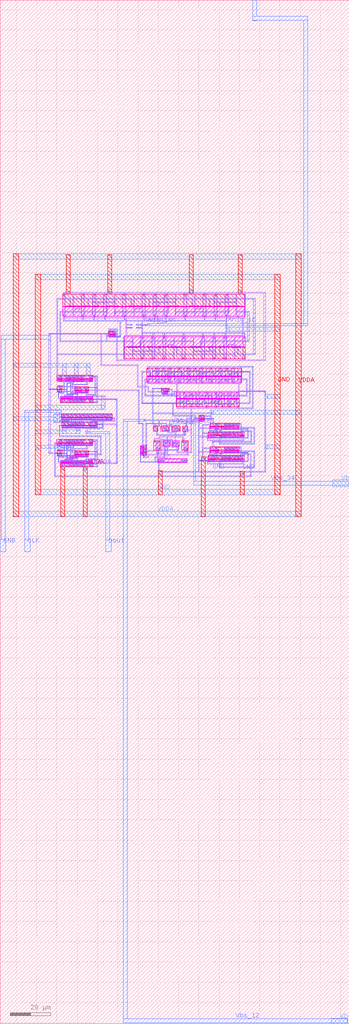
<source format=lef>
VERSION 5.7 ;
  NOWIREEXTENSIONATPIN ON ;
  DIVIDERCHAR "/" ;
  BUSBITCHARS "[]" ;
MACRO ALib_VCO_ADC2_op1
  CLASS BLOCK ;
  FOREIGN ALib_VCO_ADC2_op1 ;
  ORIGIN 37.950 320.620 ;
  SIZE 172.250 BY 505.310 ;
  PIN Vbs_12
    DIRECTION INPUT ;
    USE SIGNAL ;
    ANTENNAGATEAREA 1.800000 ;
    PORT
      LAYER li1 ;
        RECT 38.900 -25.650 39.200 -25.150 ;
        RECT 53.450 -25.700 53.950 -25.200 ;
      LAYER met1 ;
        RECT 32.700 -22.500 33.700 -22.300 ;
        RECT 32.700 -23.000 53.950 -22.500 ;
        RECT 32.700 -23.300 33.700 -23.000 ;
        RECT 40.250 -25.150 40.750 -23.000 ;
        RECT 38.700 -25.650 40.750 -25.150 ;
        RECT 53.450 -25.700 53.950 -23.000 ;
      LAYER met2 ;
        RECT 22.650 -23.300 33.700 -22.300 ;
        RECT 22.650 -318.100 24.650 -23.300 ;
        RECT 22.650 -320.100 133.350 -318.100 ;
      LAYER met3 ;
        RECT 125.460 -320.620 133.620 -317.900 ;
    END
  END Vbs_12
  PIN Vbs_34
    DIRECTION INPUT ;
    USE SIGNAL ;
    ANTENNAGATEAREA 5.400000 ;
    PORT
      LAYER li1 ;
        RECT 42.650 -25.650 43.650 -25.150 ;
        RECT 47.950 -25.650 50.250 -25.150 ;
      LAYER met1 ;
        RECT 45.500 -25.150 46.500 -24.650 ;
        RECT 42.450 -25.650 50.250 -25.150 ;
      LAYER met2 ;
        RECT 45.500 -24.450 58.400 -23.450 ;
        RECT 45.500 -25.650 46.500 -24.450 ;
        RECT 57.400 -52.800 58.400 -24.450 ;
        RECT 57.400 -54.850 133.850 -52.800 ;
      LAYER met3 ;
        RECT 126.140 -55.420 134.300 -52.020 ;
    END
  END Vbs_34
  PIN Anlg_in
    DIRECTION INPUT ;
    USE SIGNAL ;
    PORT
      LAYER li1 ;
        RECT 31.000 24.600 34.500 24.700 ;
        RECT 29.185 24.280 34.500 24.600 ;
        RECT 31.000 24.000 34.500 24.280 ;
      LAYER met1 ;
        RECT 34.500 24.700 35.700 25.000 ;
        RECT 29.125 24.250 31.230 24.630 ;
        RECT 33.500 24.000 35.700 24.700 ;
      LAYER met2 ;
        RECT 86.710 176.600 88.550 184.690 ;
        RECT 86.710 174.600 113.850 176.600 ;
        RECT 86.710 174.570 88.550 174.600 ;
        RECT 111.850 25.000 113.850 174.600 ;
        RECT 34.500 24.000 113.850 25.000 ;
    END
  END Anlg_in
  PIN ENB
    DIRECTION INPUT ;
    USE SIGNAL ;
    ANTENNAGATEAREA 1.437000 ;
    PORT
      LAYER li1 ;
        RECT -14.150 20.050 15.300 20.250 ;
        RECT 15.625 20.050 16.085 20.115 ;
        RECT -14.150 19.750 16.085 20.050 ;
        RECT -14.150 19.250 -13.650 19.750 ;
        RECT 11.600 4.650 12.100 19.750 ;
        RECT 15.625 19.385 16.085 19.750 ;
        RECT 11.600 4.150 30.150 4.650 ;
        RECT 29.650 -5.900 30.150 4.150 ;
        RECT 29.650 -6.400 35.200 -5.900 ;
        RECT -8.955 -7.575 -8.625 -7.325 ;
        RECT 34.700 -8.450 35.200 -6.400 ;
        RECT 34.700 -8.950 41.450 -8.450 ;
        RECT 42.525 -8.765 42.985 -8.035 ;
        RECT -14.150 -38.850 -13.650 -38.350 ;
        RECT -14.150 -39.350 -9.450 -38.850 ;
        RECT -8.955 -39.225 -8.625 -38.975 ;
      LAYER met1 ;
        RECT -14.150 -7.150 -13.150 20.250 ;
        RECT 13.550 19.750 15.300 20.250 ;
        RECT -14.150 -7.280 -10.000 -7.150 ;
        RECT -14.150 -7.630 -8.600 -7.280 ;
        RECT -14.150 -7.650 -10.000 -7.630 ;
        RECT -14.150 -39.350 -13.150 -7.650 ;
        RECT 39.950 -8.500 41.450 -8.450 ;
        RECT 42.500 -8.500 43.000 -8.250 ;
        RECT 39.950 -8.800 43.000 -8.500 ;
        RECT 39.950 -8.950 41.450 -8.800 ;
        RECT -10.500 -38.930 -9.450 -38.850 ;
        RECT -10.500 -39.280 -8.600 -38.930 ;
        RECT -10.500 -39.350 -9.450 -39.280 ;
      LAYER met2 ;
        RECT -37.600 17.250 -13.150 19.250 ;
        RECT -37.600 -81.650 -35.600 17.250 ;
        RECT -14.150 16.250 -13.150 17.250 ;
        RECT -37.950 -87.630 -35.190 -81.650 ;
    END
  END ENB
  PIN CLK
    DIRECTION INPUT ;
    USE SIGNAL ;
    ANTENNAGATEAREA 0.285000 ;
    PORT
      LAYER li1 ;
        RECT -7.325 -21.405 -6.635 -20.845 ;
        RECT -3.520 -25.485 -3.170 -24.835 ;
      LAYER met1 ;
        RECT -7.320 -20.950 -6.620 -20.830 ;
        RECT -8.850 -21.300 -6.620 -20.950 ;
        RECT -8.850 -22.950 -7.850 -21.300 ;
        RECT -7.320 -21.400 -6.620 -21.300 ;
        RECT -8.850 -23.300 -4.000 -22.950 ;
        RECT -4.350 -24.800 -4.000 -23.300 ;
        RECT -4.350 -24.840 -3.200 -24.800 ;
        RECT -4.350 -25.150 -3.190 -24.840 ;
        RECT -3.540 -25.490 -3.190 -25.150 ;
      LAYER met2 ;
        RECT -25.850 -18.800 -7.850 -17.800 ;
        RECT -25.850 -81.650 -23.850 -18.800 ;
        RECT -8.850 -23.300 -7.850 -18.800 ;
        RECT -25.990 -87.630 -23.230 -81.650 ;
    END
  END CLK
  PIN Dout
    DIRECTION INPUT ;
    USE SIGNAL ;
    ANTENNAGATEAREA 0.247500 ;
    ANTENNADIFFAREA 0.429000 ;
    PORT
      LAYER li1 ;
        RECT 3.275 -24.885 3.605 -24.040 ;
        RECT 3.275 -24.965 3.665 -24.885 ;
        RECT 3.450 -25.015 3.665 -24.965 ;
        RECT 3.495 -25.150 3.665 -25.015 ;
        RECT 5.735 -25.150 6.070 -25.135 ;
        RECT 3.495 -25.400 6.070 -25.150 ;
        RECT 3.495 -25.595 3.665 -25.400 ;
        RECT 3.440 -25.635 3.665 -25.595 ;
        RECT 3.285 -25.720 3.665 -25.635 ;
        RECT 3.285 -26.155 3.615 -25.720 ;
        RECT 4.300 -29.350 5.300 -25.400 ;
        RECT 5.735 -25.405 6.070 -25.400 ;
      LAYER met1 ;
        RECT 4.300 -29.350 6.400 -28.350 ;
      LAYER met2 ;
        RECT 5.300 -29.350 16.150 -28.350 ;
        RECT 14.150 -81.650 16.150 -29.350 ;
        RECT 14.030 -87.630 16.790 -81.650 ;
    END
  END Dout
  PIN VDDA
    DIRECTION INPUT ;
    USE POWER ;
    PORT
      LAYER nwell ;
        RECT -7.100 33.650 82.900 39.450 ;
        RECT 15.350 19.700 18.750 21.300 ;
        RECT 15.350 19.695 18.030 19.700 ;
        RECT 22.900 7.600 82.900 13.400 ;
        RECT -10.000 -2.180 7.750 -0.480 ;
        RECT -9.950 -5.740 -9.050 -5.680 ;
        RECT -9.950 -7.345 -7.490 -5.740 ;
        RECT 2.350 -6.210 3.350 -6.180 ;
        RECT -9.950 -7.380 -9.100 -7.345 ;
        RECT -1.240 -7.815 5.560 -6.210 ;
        RECT 2.350 -7.830 3.350 -7.815 ;
        RECT 41.400 -8.450 44.930 -6.850 ;
        RECT 42.250 -8.455 44.930 -8.450 ;
        RECT -6.650 -12.395 -5.800 -12.380 ;
        RECT 4.100 -12.395 5.900 -12.380 ;
        RECT -8.390 -14.000 7.890 -12.395 ;
        RECT -6.650 -14.030 -5.800 -14.000 ;
        RECT 4.100 -14.030 6.050 -14.000 ;
        RECT -7.400 -19.550 17.300 -19.500 ;
        RECT -7.600 -21.200 17.300 -19.550 ;
        RECT 59.850 -21.850 62.700 -20.250 ;
        RECT 59.850 -21.855 62.070 -21.850 ;
        RECT -6.450 -23.550 9.900 -23.500 ;
        RECT -7.600 -25.200 9.900 -23.550 ;
        RECT 65.550 -24.150 67.700 -24.100 ;
        RECT 37.400 -28.250 39.800 -25.650 ;
        RECT 41.150 -28.250 45.350 -25.650 ;
        RECT 65.550 -25.750 79.940 -24.150 ;
        RECT 67.600 -25.755 79.940 -25.750 ;
        RECT 70.200 -25.800 72.300 -25.755 ;
        RECT 64.550 -29.950 82.300 -28.350 ;
        RECT 65.400 -29.955 82.300 -29.950 ;
        RECT 68.500 -30.000 70.850 -29.955 ;
        RECT 80.800 -30.000 82.300 -29.955 ;
        RECT -10.000 -33.830 7.750 -32.130 ;
        RECT 32.545 -37.250 34.150 -35.100 ;
        RECT -9.950 -37.390 -9.050 -37.330 ;
        RECT -9.950 -38.995 -7.490 -37.390 ;
        RECT 2.350 -37.860 3.350 -37.830 ;
        RECT -9.950 -39.030 -9.100 -38.995 ;
        RECT -1.240 -39.465 5.560 -37.860 ;
        RECT 32.500 -38.400 34.150 -37.250 ;
        RECT 65.550 -35.850 67.700 -35.800 ;
        RECT 65.550 -37.450 79.940 -35.850 ;
        RECT 67.600 -37.455 79.940 -37.450 ;
        RECT 70.200 -37.500 72.300 -37.455 ;
        RECT 2.350 -39.480 3.350 -39.465 ;
        RECT 32.545 -40.160 34.150 -38.400 ;
        RECT 64.550 -41.650 82.300 -40.050 ;
        RECT 65.400 -41.655 82.300 -41.650 ;
        RECT 68.500 -41.700 70.850 -41.655 ;
        RECT 80.800 -41.700 82.300 -41.655 ;
        RECT -6.650 -44.045 -5.800 -44.030 ;
        RECT 4.100 -44.045 5.900 -44.030 ;
        RECT -8.390 -45.650 7.890 -44.045 ;
        RECT -6.650 -45.680 -5.800 -45.650 ;
        RECT 4.100 -45.680 6.050 -45.650 ;
      LAYER li1 ;
        RECT -6.900 39.950 93.100 40.350 ;
        RECT -6.900 38.600 -6.500 39.950 ;
        RECT -6.200 34.050 -5.800 39.950 ;
        RECT 1.900 34.050 2.300 39.950 ;
        RECT 2.600 39.050 3.000 39.950 ;
        RECT 3.300 39.050 3.700 39.950 ;
        RECT 2.600 38.600 3.700 39.050 ;
        RECT 8.050 39.050 8.450 39.950 ;
        RECT 8.750 39.050 9.150 39.950 ;
        RECT 8.050 38.600 9.150 39.050 ;
        RECT 13.500 38.600 13.900 39.950 ;
        RECT 3.300 34.050 3.700 38.600 ;
        RECT 8.750 34.050 9.150 38.600 ;
        RECT 14.200 34.050 14.600 39.950 ;
        RECT 22.300 34.050 22.700 39.950 ;
        RECT 23.100 38.600 23.500 39.950 ;
        RECT 23.800 34.050 24.200 39.950 ;
        RECT 31.900 34.050 32.300 39.950 ;
        RECT 32.600 39.050 33.000 39.950 ;
        RECT 33.300 39.050 33.700 39.950 ;
        RECT 32.600 38.600 33.700 39.050 ;
        RECT 38.050 39.050 38.450 39.950 ;
        RECT 38.750 39.050 39.150 39.950 ;
        RECT 38.050 38.600 39.150 39.050 ;
        RECT 43.500 38.600 43.900 39.950 ;
        RECT 33.300 34.050 33.700 38.600 ;
        RECT 38.750 34.050 39.150 38.600 ;
        RECT 44.200 34.050 44.600 39.950 ;
        RECT 52.300 34.050 52.700 39.950 ;
        RECT 53.100 38.600 53.500 39.950 ;
        RECT 53.800 34.050 54.200 39.950 ;
        RECT 61.900 34.050 62.300 39.950 ;
        RECT 62.600 39.050 63.000 39.950 ;
        RECT 63.300 39.050 63.700 39.950 ;
        RECT 62.600 38.600 63.700 39.050 ;
        RECT 68.050 39.050 68.450 39.950 ;
        RECT 68.750 39.050 69.150 39.950 ;
        RECT 68.050 38.600 69.150 39.050 ;
        RECT 73.500 38.600 73.900 39.950 ;
        RECT 63.300 34.050 63.700 38.600 ;
        RECT 68.750 34.050 69.150 38.600 ;
        RECT 74.200 34.050 74.600 39.950 ;
        RECT 82.300 34.050 82.700 39.950 ;
        RECT 15.540 21.025 17.840 21.195 ;
        RECT 16.055 20.625 16.990 21.025 ;
        RECT 17.515 20.050 17.755 20.345 ;
        RECT 18.100 20.250 18.500 20.750 ;
        RECT 17.515 19.550 17.950 20.050 ;
        RECT 17.515 19.365 17.755 19.550 ;
        RECT 19.150 7.100 19.650 20.050 ;
        RECT 23.100 7.100 23.500 13.000 ;
        RECT 31.200 7.100 31.600 13.000 ;
        RECT 36.650 8.450 37.050 13.000 ;
        RECT 42.100 8.450 42.500 13.000 ;
        RECT 31.900 7.100 32.300 8.450 ;
        RECT 36.650 8.000 37.750 8.450 ;
        RECT 36.650 7.100 37.050 8.000 ;
        RECT 37.350 7.100 37.750 8.000 ;
        RECT 42.100 8.000 43.200 8.450 ;
        RECT 42.100 7.100 42.500 8.000 ;
        RECT 42.800 7.100 43.200 8.000 ;
        RECT 43.500 7.100 43.900 13.000 ;
        RECT 51.600 7.100 52.000 13.000 ;
        RECT 52.300 7.100 52.700 8.450 ;
        RECT 53.100 7.100 53.500 13.000 ;
        RECT 61.200 7.100 61.600 13.000 ;
        RECT 66.650 8.450 67.050 13.000 ;
        RECT 72.100 8.450 72.500 13.000 ;
        RECT 61.900 7.100 62.300 8.450 ;
        RECT 66.650 8.000 67.750 8.450 ;
        RECT 66.650 7.100 67.050 8.000 ;
        RECT 67.350 7.100 67.750 8.000 ;
        RECT 72.100 8.000 73.200 8.450 ;
        RECT 72.100 7.100 72.500 8.000 ;
        RECT 72.800 7.100 73.200 8.000 ;
        RECT 73.500 7.100 73.900 13.000 ;
        RECT 81.600 7.100 82.000 13.000 ;
        RECT 82.300 7.100 82.700 8.450 ;
        RECT 92.100 7.100 93.100 39.950 ;
        RECT 19.150 6.700 93.100 7.100 ;
        RECT 19.150 6.600 23.500 6.700 ;
        RECT 7.450 -0.635 10.000 -0.630 ;
        RECT -9.210 -0.805 -7.370 -0.635 ;
        RECT -5.770 -0.805 3.890 -0.635 ;
        RECT 5.700 -0.805 10.000 -0.635 ;
        RECT -8.650 -1.565 -8.320 -0.805 ;
        RECT -7.720 -1.955 -7.460 -0.805 ;
        RECT -6.750 -1.580 -6.350 -1.080 ;
        RECT -5.255 -1.305 -4.925 -0.805 ;
        RECT -4.315 -1.305 -3.985 -0.805 ;
        RECT -2.340 -1.185 -1.960 -0.805 ;
        RECT -1.440 -1.185 -1.110 -0.805 ;
        RECT 0.170 -1.185 0.590 -0.805 ;
        RECT 1.260 -1.495 1.590 -0.805 ;
        RECT 2.710 -1.605 2.995 -0.805 ;
        RECT 6.260 -1.565 6.590 -0.805 ;
        RECT 7.190 -0.980 10.000 -0.805 ;
        RECT 7.190 -1.955 7.450 -0.980 ;
        RECT 9.650 -1.430 10.000 -0.980 ;
        RECT -7.850 -5.845 -0.700 -5.830 ;
        RECT -9.060 -6.015 -0.700 -5.845 ;
        RECT -9.750 -6.630 -9.350 -6.130 ;
        RECT -8.935 -7.155 -8.705 -6.015 ;
        RECT -8.035 -6.180 -0.700 -6.015 ;
        RECT -8.035 -7.155 -7.825 -6.180 ;
        RECT -1.050 -6.315 -0.700 -6.180 ;
        RECT -1.050 -6.485 2.170 -6.315 ;
        RECT 3.530 -6.330 5.370 -6.315 ;
        RECT 9.650 -6.330 10.000 -5.880 ;
        RECT 3.530 -6.485 10.000 -6.330 ;
        RECT 0.005 -7.335 0.175 -6.485 ;
        RECT 0.845 -6.995 1.015 -6.485 ;
        RECT 2.700 -7.380 3.100 -6.880 ;
        RECT 4.090 -7.245 4.420 -6.485 ;
        RECT 5.020 -6.680 10.000 -6.485 ;
        RECT 5.020 -7.635 5.280 -6.680 ;
        RECT 9.650 -7.080 10.000 -6.680 ;
        RECT 42.440 -7.125 44.740 -6.955 ;
        RECT 41.800 -7.970 42.100 -7.470 ;
        RECT 42.955 -7.525 43.890 -7.125 ;
        RECT 44.415 -8.450 44.655 -7.805 ;
        RECT 44.415 -8.750 44.800 -8.450 ;
        RECT 44.415 -8.785 44.655 -8.750 ;
        RECT -8.055 -13.725 -7.845 -12.585 ;
        RECT -7.175 -13.725 -6.945 -12.585 ;
        RECT -6.350 -13.330 -5.950 -12.830 ;
        RECT -4.835 -13.725 -4.550 -12.925 ;
        RECT -3.430 -13.725 -3.100 -13.035 ;
        RECT -2.430 -13.725 -2.010 -13.345 ;
        RECT -0.730 -13.725 -0.400 -13.345 ;
        RECT 0.120 -13.725 0.500 -13.345 ;
        RECT 2.145 -13.725 2.475 -13.225 ;
        RECT 3.085 -13.725 3.415 -13.225 ;
        RECT 5.950 -13.725 6.210 -12.575 ;
        RECT 6.810 -13.725 7.140 -12.965 ;
        RECT 9.650 -13.680 10.000 -13.230 ;
        RECT 7.650 -13.725 10.000 -13.680 ;
        RECT -8.200 -13.895 -6.820 -13.725 ;
        RECT -5.730 -13.895 3.930 -13.725 ;
        RECT 5.860 -13.895 10.000 -13.725 ;
        RECT 7.650 -14.030 10.000 -13.895 ;
        RECT -7.400 -19.655 -7.000 -19.500 ;
        RECT -7.410 -19.825 -3.730 -19.655 ;
        RECT -3.310 -19.825 0.370 -19.655 ;
        RECT 0.790 -19.825 4.470 -19.655 ;
        RECT 5.190 -19.825 8.870 -19.655 ;
        RECT 9.290 -19.825 12.970 -19.655 ;
        RECT 13.390 -19.825 17.070 -19.655 ;
        RECT -6.755 -20.285 -6.485 -19.825 ;
        RECT -4.695 -20.285 -4.370 -19.825 ;
        RECT -2.655 -20.285 -2.385 -19.825 ;
        RECT -0.595 -20.285 -0.270 -19.825 ;
        RECT 1.445 -20.285 1.715 -19.825 ;
        RECT 3.505 -20.285 3.830 -19.825 ;
        RECT 4.700 -20.650 5.100 -20.150 ;
        RECT 5.845 -20.285 6.115 -19.825 ;
        RECT 7.905 -20.285 8.230 -19.825 ;
        RECT 9.945 -20.285 10.215 -19.825 ;
        RECT 12.005 -20.285 12.330 -19.825 ;
        RECT 14.045 -20.285 14.315 -19.825 ;
        RECT 16.105 -20.285 16.430 -19.825 ;
        RECT 60.040 -20.400 61.880 -20.355 ;
        RECT 65.800 -20.400 66.250 -19.000 ;
        RECT 60.040 -20.525 66.250 -20.400 ;
        RECT 60.600 -21.285 60.930 -20.525 ;
        RECT 61.530 -20.750 66.250 -20.525 ;
        RECT 61.530 -21.675 61.790 -20.750 ;
        RECT 62.150 -21.600 62.450 -20.750 ;
        RECT -5.950 -23.655 -3.200 -23.500 ;
        RECT -7.410 -23.700 3.750 -23.655 ;
        RECT -7.410 -23.825 -5.570 -23.700 ;
        RECT -6.850 -24.585 -6.520 -23.825 ;
        RECT -5.920 -24.975 -5.660 -23.825 ;
        RECT -5.150 -24.650 -4.750 -23.700 ;
        RECT -3.610 -23.825 3.750 -23.700 ;
        RECT 5.640 -23.825 7.020 -23.655 ;
        RECT 8.290 -23.825 9.670 -23.655 ;
        RECT -3.095 -24.325 -2.765 -23.825 ;
        RECT -2.170 -24.285 -1.905 -23.825 ;
        RECT 0.000 -24.625 0.170 -23.825 ;
        RECT 1.880 -24.325 2.195 -23.825 ;
        RECT 2.935 -24.835 3.105 -23.825 ;
        RECT 5.725 -24.965 6.005 -23.825 ;
        RECT 6.675 -24.965 6.935 -23.825 ;
        RECT 8.415 -24.965 8.645 -23.825 ;
        RECT 9.315 -24.965 9.525 -23.825 ;
        RECT 37.600 -24.550 44.250 -24.150 ;
        RECT 37.600 -26.550 38.000 -24.550 ;
        RECT 38.300 -27.850 38.700 -24.550 ;
        RECT 41.350 -26.500 41.750 -24.550 ;
        RECT 42.050 -27.850 42.450 -26.050 ;
        RECT 43.850 -27.850 44.250 -24.550 ;
        RECT 65.850 -25.150 66.250 -20.750 ;
        RECT 79.700 -24.255 81.050 -24.100 ;
        RECT 67.790 -24.425 70.090 -24.255 ;
        RECT 72.390 -24.425 81.050 -24.255 ;
        RECT 67.920 -25.565 68.185 -24.425 ;
        RECT 68.855 -25.225 69.025 -24.425 ;
        RECT 69.695 -24.885 69.905 -24.425 ;
        RECT 72.905 -24.925 73.235 -24.425 ;
        RECT 73.830 -24.885 74.095 -24.425 ;
        RECT 76.000 -25.225 76.170 -24.425 ;
        RECT 77.880 -24.925 78.195 -24.425 ;
        RECT 78.935 -25.435 79.105 -24.425 ;
        RECT 79.700 -24.450 81.050 -24.425 ;
        RECT 80.650 -28.200 81.050 -24.450 ;
        RECT 61.800 -28.900 62.300 -28.300 ;
        RECT 68.350 -28.455 70.000 -28.300 ;
        RECT 65.590 -28.625 70.000 -28.455 ;
        RECT 70.990 -28.625 80.650 -28.455 ;
        RECT 61.800 -29.400 62.900 -28.900 ;
        RECT 64.850 -29.400 65.250 -28.900 ;
        RECT 7.450 -32.285 10.000 -32.280 ;
        RECT -9.210 -32.455 -7.370 -32.285 ;
        RECT -5.770 -32.455 3.890 -32.285 ;
        RECT 5.700 -32.455 10.000 -32.285 ;
        RECT -8.650 -33.215 -8.320 -32.455 ;
        RECT -7.720 -33.605 -7.460 -32.455 ;
        RECT -6.750 -33.230 -6.350 -32.730 ;
        RECT -5.255 -32.955 -4.925 -32.455 ;
        RECT -4.315 -32.955 -3.985 -32.455 ;
        RECT -2.340 -32.835 -1.960 -32.455 ;
        RECT -1.440 -32.835 -1.110 -32.455 ;
        RECT 0.170 -32.835 0.590 -32.455 ;
        RECT 1.260 -33.145 1.590 -32.455 ;
        RECT 2.710 -33.255 2.995 -32.455 ;
        RECT 6.260 -33.215 6.590 -32.455 ;
        RECT 7.190 -32.630 10.000 -32.455 ;
        RECT 7.190 -33.605 7.450 -32.630 ;
        RECT 9.650 -33.080 10.000 -32.630 ;
        RECT 33.875 -35.850 34.045 -35.290 ;
        RECT 33.115 -36.180 34.045 -35.850 ;
        RECT 33.875 -36.780 34.045 -36.180 ;
        RECT 32.725 -37.040 34.045 -36.780 ;
        RECT 33.875 -37.130 34.045 -37.040 ;
        RECT 61.800 -36.350 62.300 -29.400 ;
        RECT 66.185 -29.425 66.425 -28.625 ;
        RECT 66.945 -29.425 67.275 -28.625 ;
        RECT 67.785 -29.775 68.115 -28.625 ;
        RECT 68.350 -28.750 70.000 -28.625 ;
        RECT 71.505 -29.125 71.835 -28.625 ;
        RECT 72.430 -29.085 72.695 -28.625 ;
        RECT 74.600 -29.425 74.770 -28.625 ;
        RECT 76.480 -29.125 76.795 -28.625 ;
        RECT 77.540 -29.635 77.710 -28.625 ;
        RECT 78.380 -29.540 78.555 -28.625 ;
        RECT 79.415 -29.765 79.630 -28.625 ;
        RECT 80.305 -29.765 80.555 -28.625 ;
        RECT 81.000 -29.750 81.500 -29.350 ;
        RECT 79.700 -35.955 81.050 -35.800 ;
        RECT 67.790 -36.125 70.090 -35.955 ;
        RECT 72.390 -36.125 81.050 -35.955 ;
        RECT 61.800 -36.850 62.900 -36.350 ;
        RECT 65.850 -36.850 66.250 -36.350 ;
        RECT -7.850 -37.495 -0.700 -37.480 ;
        RECT -9.060 -37.665 -0.700 -37.495 ;
        RECT -9.750 -38.280 -9.350 -37.780 ;
        RECT -8.935 -38.805 -8.705 -37.665 ;
        RECT -8.035 -37.830 -0.700 -37.665 ;
        RECT -8.035 -38.805 -7.825 -37.830 ;
        RECT -1.050 -37.965 -0.700 -37.830 ;
        RECT -1.050 -38.135 2.170 -37.965 ;
        RECT 3.530 -37.980 5.370 -37.965 ;
        RECT 9.650 -37.980 10.000 -37.530 ;
        RECT 32.900 -37.750 33.400 -37.350 ;
        RECT 61.800 -37.450 62.300 -36.850 ;
        RECT 67.920 -37.265 68.185 -36.125 ;
        RECT 68.855 -36.925 69.025 -36.125 ;
        RECT 69.695 -36.585 69.905 -36.125 ;
        RECT 72.905 -36.625 73.235 -36.125 ;
        RECT 73.830 -36.585 74.095 -36.125 ;
        RECT 76.000 -36.925 76.170 -36.125 ;
        RECT 77.880 -36.625 78.195 -36.125 ;
        RECT 78.935 -37.135 79.105 -36.125 ;
        RECT 79.700 -36.150 81.050 -36.125 ;
        RECT 3.530 -38.135 10.000 -37.980 ;
        RECT 0.005 -38.985 0.175 -38.135 ;
        RECT 0.845 -38.645 1.015 -38.135 ;
        RECT 2.700 -39.030 3.100 -38.530 ;
        RECT 4.090 -38.895 4.420 -38.135 ;
        RECT 5.020 -38.330 10.000 -38.135 ;
        RECT 5.020 -39.285 5.280 -38.330 ;
        RECT 9.650 -38.730 10.000 -38.330 ;
        RECT 33.875 -38.715 34.045 -38.590 ;
        RECT 32.735 -38.945 34.045 -38.715 ;
        RECT 33.875 -39.615 34.045 -38.945 ;
        RECT 32.735 -39.825 34.045 -39.615 ;
        RECT 33.875 -39.970 34.045 -39.825 ;
        RECT 80.650 -39.900 81.050 -36.150 ;
        RECT 68.350 -40.155 70.000 -40.000 ;
        RECT 65.590 -40.325 70.000 -40.155 ;
        RECT 70.990 -40.325 80.650 -40.155 ;
        RECT 64.850 -41.100 65.250 -40.600 ;
        RECT 66.185 -41.125 66.425 -40.325 ;
        RECT 66.945 -41.125 67.275 -40.325 ;
        RECT 67.785 -41.475 68.115 -40.325 ;
        RECT 68.350 -40.450 70.000 -40.325 ;
        RECT 71.505 -40.825 71.835 -40.325 ;
        RECT 72.430 -40.785 72.695 -40.325 ;
        RECT 74.600 -41.125 74.770 -40.325 ;
        RECT 76.480 -40.825 76.795 -40.325 ;
        RECT 77.540 -41.335 77.710 -40.325 ;
        RECT 78.380 -41.240 78.555 -40.325 ;
        RECT 79.415 -41.465 79.630 -40.325 ;
        RECT 80.305 -41.465 80.555 -40.325 ;
        RECT 81.000 -41.450 81.500 -41.050 ;
        RECT -8.055 -45.375 -7.845 -44.235 ;
        RECT -7.175 -45.375 -6.945 -44.235 ;
        RECT -6.350 -44.980 -5.950 -44.480 ;
        RECT -4.835 -45.375 -4.550 -44.575 ;
        RECT -3.430 -45.375 -3.100 -44.685 ;
        RECT -2.430 -45.375 -2.010 -44.995 ;
        RECT -0.730 -45.375 -0.400 -44.995 ;
        RECT 0.120 -45.375 0.500 -44.995 ;
        RECT 2.145 -45.375 2.475 -44.875 ;
        RECT 3.085 -45.375 3.415 -44.875 ;
        RECT 5.950 -45.375 6.210 -44.225 ;
        RECT 6.810 -45.375 7.140 -44.615 ;
        RECT 9.650 -45.330 10.000 -44.880 ;
        RECT 7.650 -45.375 10.000 -45.330 ;
        RECT -8.200 -45.545 -6.820 -45.375 ;
        RECT -5.730 -45.545 3.930 -45.375 ;
        RECT 5.860 -45.545 10.000 -45.375 ;
        RECT 7.650 -45.680 10.000 -45.545 ;
      LAYER met1 ;
        RECT -5.550 39.950 -3.550 40.350 ;
        RECT 15.100 39.950 17.100 40.350 ;
        RECT 55.200 39.950 57.200 40.350 ;
        RECT 79.350 39.950 81.350 40.350 ;
        RECT -6.900 38.600 -6.500 39.100 ;
        RECT 2.600 38.600 3.000 39.100 ;
        RECT 8.050 38.600 8.450 39.100 ;
        RECT 13.500 38.600 13.900 39.100 ;
        RECT 23.100 38.600 23.500 39.100 ;
        RECT 32.600 38.600 33.000 39.100 ;
        RECT 38.050 38.600 38.450 39.100 ;
        RECT 43.500 38.600 43.900 39.100 ;
        RECT 53.100 38.600 53.500 39.100 ;
        RECT 62.600 38.600 63.000 39.100 ;
        RECT 68.050 38.600 68.450 39.100 ;
        RECT 73.500 38.600 73.900 39.100 ;
        RECT 15.450 22.050 19.650 22.550 ;
        RECT 15.550 21.350 16.050 22.050 ;
        RECT 15.540 20.870 17.840 21.350 ;
        RECT 18.100 20.250 18.500 22.050 ;
        RECT 17.350 19.850 17.950 20.150 ;
        RECT 19.150 19.850 19.650 22.050 ;
        RECT 17.350 19.550 19.650 19.850 ;
        RECT 31.900 7.950 32.300 8.450 ;
        RECT 37.350 7.950 37.750 8.450 ;
        RECT 42.800 7.950 43.200 8.450 ;
        RECT 52.300 7.950 52.700 8.450 ;
        RECT 61.900 7.950 62.300 8.450 ;
        RECT 67.350 7.950 67.750 8.450 ;
        RECT 72.800 7.950 73.200 8.450 ;
        RECT 82.300 7.950 82.700 8.450 ;
        RECT -7.400 -0.480 -5.400 5.550 ;
        RECT -1.600 -0.480 0.400 5.550 ;
        RECT 4.450 -0.480 6.450 5.550 ;
        RECT -9.210 -0.960 7.540 -0.480 ;
        RECT -7.400 -0.980 -5.700 -0.960 ;
        RECT 3.850 -0.980 5.700 -0.960 ;
        RECT 9.200 -0.980 10.000 -0.630 ;
        RECT -6.750 -1.580 -6.350 -0.980 ;
        RECT -9.750 -5.690 -9.000 -5.680 ;
        RECT -9.750 -6.170 -7.680 -5.690 ;
        RECT 2.150 -6.160 3.550 -6.130 ;
        RECT -9.750 -6.180 -9.000 -6.170 ;
        RECT -9.750 -6.630 -9.350 -6.180 ;
        RECT -1.050 -6.630 5.370 -6.160 ;
        RECT -1.050 -6.640 2.170 -6.630 ;
        RECT 2.700 -7.380 3.100 -6.630 ;
        RECT 3.530 -6.640 5.370 -6.630 ;
        RECT -8.200 -13.580 -6.820 -13.570 ;
        RECT -6.350 -13.580 -5.950 -12.830 ;
        RECT -5.730 -13.580 3.930 -13.570 ;
        RECT 5.860 -13.580 7.700 -13.570 ;
        RECT -8.200 -14.030 7.700 -13.580 ;
        RECT 9.650 -13.680 10.000 -0.980 ;
        RECT 37.100 -7.250 45.600 -6.800 ;
        RECT 41.800 -7.970 42.100 -7.250 ;
        RECT 42.440 -7.280 44.740 -7.250 ;
        RECT 45.250 -8.450 45.600 -7.250 ;
        RECT 44.400 -8.800 45.600 -8.450 ;
        RECT 9.250 -14.030 10.000 -13.680 ;
        RECT -8.200 -14.050 -6.820 -14.030 ;
        RECT -5.730 -14.050 3.930 -14.030 ;
        RECT 5.860 -14.050 7.700 -14.030 ;
        RECT 65.800 -19.000 66.250 -17.700 ;
        RECT 65.200 -19.450 66.250 -19.000 ;
        RECT -11.600 -19.980 17.070 -19.500 ;
        RECT -11.600 -20.000 -7.300 -19.980 ;
        RECT -3.750 -20.000 -3.250 -19.980 ;
        RECT 0.350 -20.000 0.850 -19.980 ;
        RECT 4.450 -20.000 5.200 -19.980 ;
        RECT 8.850 -20.000 9.300 -19.980 ;
        RECT 12.950 -20.000 13.400 -19.980 ;
        RECT -11.600 -23.500 -9.600 -20.000 ;
        RECT 4.700 -20.650 5.100 -20.000 ;
        RECT 60.040 -20.680 61.880 -20.200 ;
        RECT 62.150 -21.600 62.450 -21.100 ;
        RECT -11.600 -23.980 -5.570 -23.500 ;
        RECT -3.610 -23.980 9.670 -23.500 ;
        RECT -11.600 -24.000 -7.300 -23.980 ;
        RECT 3.750 -24.000 5.650 -23.980 ;
        RECT 7.000 -24.000 8.300 -23.980 ;
        RECT -5.150 -24.650 -4.750 -24.150 ;
        RECT 33.700 -24.550 38.700 -24.150 ;
        RECT -9.210 -32.610 7.540 -32.130 ;
        RECT -7.400 -32.630 -5.700 -32.610 ;
        RECT 3.850 -32.630 5.700 -32.610 ;
        RECT 9.200 -32.630 10.000 -32.280 ;
        RECT -6.750 -33.230 -6.350 -32.630 ;
        RECT -9.750 -37.340 -9.000 -37.330 ;
        RECT -9.750 -37.820 -7.680 -37.340 ;
        RECT 2.150 -37.810 3.550 -37.780 ;
        RECT -9.750 -37.830 -9.000 -37.820 ;
        RECT -9.750 -38.280 -9.350 -37.830 ;
        RECT -1.050 -38.280 5.370 -37.810 ;
        RECT -1.050 -38.290 2.170 -38.280 ;
        RECT 2.700 -39.030 3.100 -38.280 ;
        RECT 3.530 -38.290 5.370 -38.280 ;
        RECT -8.200 -45.230 -6.820 -45.220 ;
        RECT -6.350 -45.230 -5.950 -44.480 ;
        RECT -5.730 -45.230 3.930 -45.220 ;
        RECT 5.860 -45.230 7.700 -45.220 ;
        RECT -8.200 -45.680 7.700 -45.230 ;
        RECT 9.650 -45.330 10.000 -32.630 ;
        RECT 33.700 -35.300 34.200 -24.550 ;
        RECT 67.790 -24.580 79.750 -24.100 ;
        RECT 70.050 -24.600 72.500 -24.580 ;
        RECT 61.800 -25.150 66.250 -24.650 ;
        RECT 37.600 -26.550 38.000 -26.050 ;
        RECT 41.350 -26.500 41.750 -26.000 ;
        RECT 42.050 -26.200 42.450 -26.050 ;
        RECT 43.850 -26.200 44.250 -26.050 ;
        RECT 42.050 -26.700 44.250 -26.200 ;
        RECT 42.050 -26.850 42.450 -26.700 ;
        RECT 43.850 -26.850 44.250 -26.700 ;
        RECT 61.800 -28.900 62.300 -25.150 ;
        RECT 80.650 -28.300 81.050 -27.800 ;
        RECT 64.850 -28.750 68.350 -28.300 ;
        RECT 69.500 -28.750 81.050 -28.300 ;
        RECT 64.850 -28.900 65.250 -28.750 ;
        RECT 65.590 -28.780 68.350 -28.750 ;
        RECT 70.990 -28.780 81.050 -28.750 ;
        RECT 80.650 -28.800 81.050 -28.780 ;
        RECT 61.800 -29.400 65.250 -28.900 ;
        RECT 81.000 -29.750 81.500 -29.350 ;
        RECT 33.720 -37.100 34.200 -35.300 ;
        RECT 67.790 -36.280 79.750 -35.800 ;
        RECT 70.050 -36.300 72.500 -36.280 ;
        RECT 33.700 -37.350 34.200 -37.100 ;
        RECT 32.900 -37.750 34.200 -37.350 ;
        RECT 33.700 -38.600 34.200 -37.750 ;
        RECT 33.720 -39.970 34.200 -38.600 ;
        RECT 61.800 -36.850 66.250 -36.350 ;
        RECT 61.800 -40.600 62.300 -36.850 ;
        RECT 80.650 -40.000 81.050 -39.500 ;
        RECT 64.850 -40.450 68.350 -40.000 ;
        RECT 69.500 -40.450 81.050 -40.000 ;
        RECT 64.850 -40.600 65.250 -40.450 ;
        RECT 65.590 -40.480 68.350 -40.450 ;
        RECT 70.990 -40.480 81.050 -40.450 ;
        RECT 80.650 -40.500 81.050 -40.480 ;
        RECT 61.250 -41.100 65.250 -40.600 ;
        RECT 81.000 -41.450 81.500 -41.050 ;
        RECT 9.250 -45.680 10.000 -45.330 ;
        RECT -8.200 -46.850 -6.200 -45.680 ;
        RECT -5.730 -45.700 4.900 -45.680 ;
        RECT 5.860 -45.700 7.700 -45.680 ;
        RECT 2.900 -46.250 4.900 -45.700 ;
      LAYER met2 ;
        RECT -5.550 39.950 -3.550 41.050 ;
        RECT 15.100 39.950 17.100 41.050 ;
        RECT 55.200 39.950 57.200 41.100 ;
        RECT 79.350 39.950 81.350 41.050 ;
        RECT -7.400 3.550 -5.400 5.550 ;
        RECT -1.600 3.550 0.400 5.550 ;
        RECT 4.450 3.550 6.450 5.550 ;
        RECT 37.100 -19.000 37.600 -6.800 ;
        RECT 65.800 -19.000 67.100 -17.700 ;
        RECT 37.100 -19.450 67.100 -19.000 ;
        RECT -11.600 -22.950 -9.600 -20.950 ;
        RECT 37.100 -24.550 37.600 -19.450 ;
        RECT 65.800 -19.700 67.100 -19.450 ;
        RECT 61.250 -41.600 63.250 -40.600 ;
        RECT -8.200 -46.850 -6.200 -45.750 ;
        RECT 2.900 -46.800 4.900 -45.700 ;
      LAYER met3 ;
        RECT -31.620 56.780 110.500 59.500 ;
        RECT -5.550 40.350 -3.550 41.050 ;
        RECT 15.100 40.350 17.100 41.850 ;
        RECT 55.200 40.350 57.200 41.850 ;
        RECT 79.350 40.350 81.350 41.750 ;
        RECT -31.450 3.550 6.450 5.550 ;
        RECT 65.800 -19.700 109.900 -17.700 ;
        RECT -31.450 -22.950 -9.600 -20.950 ;
        RECT 61.250 -42.200 63.250 -41.100 ;
        RECT -8.200 -47.500 -6.200 -46.200 ;
        RECT 2.900 -47.400 4.900 -46.200 ;
        RECT -31.620 -70.380 110.500 -67.660 ;
      LAYER met4 ;
        RECT -31.620 -70.380 -28.900 59.500 ;
        RECT -5.550 39.950 -3.550 58.950 ;
        RECT 15.100 39.950 17.100 58.950 ;
        RECT 55.200 39.950 57.200 58.950 ;
        RECT 79.350 39.950 81.350 58.950 ;
        RECT -8.200 -70.350 -6.200 -45.750 ;
        RECT 2.900 -70.350 4.900 -45.700 ;
        RECT 61.250 -70.350 63.250 -40.600 ;
        RECT 107.780 -70.380 110.500 59.500 ;
    END
  END VDDA
  PIN GND
    DIRECTION INPUT ;
    USE GROUND ;
    PORT
      LAYER pwell ;
        RECT -7.100 28.600 82.900 33.400 ;
        RECT 16.030 19.400 17.835 19.405 ;
        RECT 16.030 19.175 18.750 19.400 ;
        RECT 15.545 18.500 18.750 19.175 ;
        RECT 15.545 18.495 17.835 18.500 ;
        RECT 15.690 18.305 15.860 18.495 ;
        RECT 22.900 13.650 82.900 18.450 ;
        RECT 34.400 -1.150 36.700 -1.050 ;
        RECT 36.900 -1.150 47.600 -1.050 ;
        RECT 47.800 -1.150 52.300 -1.050 ;
        RECT 52.500 -1.150 63.200 -1.050 ;
        RECT 63.400 -1.150 67.900 -1.050 ;
        RECT 68.100 -1.150 78.800 -1.050 ;
        RECT 79.000 -1.150 81.200 -1.050 ;
        RECT -8.720 -2.630 -7.375 -2.425 ;
        RECT -10.000 -2.655 -9.150 -2.630 ;
        RECT -8.720 -2.655 -5.750 -2.630 ;
        RECT -4.405 -2.655 -3.485 -2.435 ;
        RECT 2.595 -2.535 3.515 -2.425 ;
        RECT 1.180 -2.630 3.515 -2.535 ;
        RECT 1.180 -2.655 5.750 -2.630 ;
        RECT 6.190 -2.655 7.535 -2.425 ;
        RECT -10.000 -3.330 7.535 -2.655 ;
        RECT -9.205 -3.335 -7.375 -3.330 ;
        RECT -5.765 -3.335 3.515 -3.330 ;
        RECT 5.705 -3.335 7.535 -3.330 ;
        RECT -9.065 -3.525 -8.895 -3.335 ;
        RECT -5.625 -3.525 -5.455 -3.335 ;
        RECT 5.845 -3.525 6.015 -3.335 ;
        RECT 34.400 -3.850 81.200 -1.150 ;
        RECT -9.950 -7.635 -9.000 -7.630 ;
        RECT -9.950 -8.530 -7.695 -7.635 ;
        RECT -9.045 -8.545 -7.695 -8.530 ;
        RECT -1.005 -8.330 2.165 -8.105 ;
        RECT -1.005 -8.335 3.550 -8.330 ;
        RECT 4.020 -8.335 5.365 -8.105 ;
        RECT -8.915 -8.735 -8.745 -8.545 ;
        RECT -1.005 -9.015 5.365 -8.335 ;
        RECT 42.930 -8.975 44.735 -8.745 ;
        RECT 42.445 -8.980 44.735 -8.975 ;
        RECT -0.905 -9.205 -0.735 -9.015 ;
        RECT 2.150 -9.030 3.550 -9.015 ;
        RECT 3.675 -9.205 3.845 -9.015 ;
        RECT 41.780 -9.655 44.735 -8.980 ;
        RECT 41.780 -9.660 42.450 -9.655 ;
        RECT 42.590 -9.845 42.760 -9.655 ;
        RECT -7.135 -11.195 -6.965 -11.005 ;
        RECT -6.850 -11.195 -5.350 -11.180 ;
        RECT 3.615 -11.195 3.785 -11.005 ;
        RECT 3.900 -11.195 5.900 -11.180 ;
        RECT 7.385 -11.195 7.555 -11.005 ;
        RECT -8.185 -11.875 7.695 -11.195 ;
        RECT -8.185 -11.995 -3.020 -11.875 ;
        RECT -8.185 -12.105 -4.435 -11.995 ;
        RECT 1.645 -12.095 2.565 -11.875 ;
        RECT 3.900 -11.880 7.210 -11.875 ;
        RECT 5.865 -12.105 7.210 -11.880 ;
        RECT 48.850 -11.950 80.050 -9.250 ;
        RECT 48.850 -12.050 51.050 -11.950 ;
        RECT 51.250 -12.050 61.950 -11.950 ;
        RECT 62.150 -12.050 66.650 -11.950 ;
        RECT 66.850 -12.050 77.550 -11.950 ;
        RECT 77.750 -12.050 80.050 -11.950 ;
        RECT -6.850 -12.130 -5.350 -12.105 ;
        RECT -7.600 -22.400 17.300 -21.400 ;
        RECT 60.530 -22.150 61.875 -22.145 ;
        RECT 60.530 -22.375 62.700 -22.150 ;
        RECT -7.265 -22.545 -7.095 -22.400 ;
        RECT -3.165 -22.545 -2.995 -22.400 ;
        RECT 0.935 -22.545 1.105 -22.400 ;
        RECT 5.335 -22.545 5.505 -22.400 ;
        RECT 9.435 -22.545 9.605 -22.400 ;
        RECT 13.535 -22.545 13.705 -22.400 ;
        RECT 60.045 -23.050 62.700 -22.375 ;
        RECT 60.045 -23.055 61.875 -23.050 ;
        RECT 60.185 -23.245 60.355 -23.055 ;
        RECT -7.600 -26.400 9.900 -25.400 ;
        RECT 65.550 -26.045 67.900 -26.000 ;
        RECT 65.550 -26.250 70.035 -26.045 ;
        RECT 65.550 -26.275 72.450 -26.250 ;
        RECT 75.910 -26.275 76.820 -26.055 ;
        RECT 78.355 -26.275 79.705 -26.045 ;
        RECT -7.265 -26.545 -7.095 -26.400 ;
        RECT -3.465 -26.545 -3.295 -26.400 ;
        RECT 5.780 -26.545 5.950 -26.400 ;
        RECT 8.435 -26.545 8.605 -26.400 ;
        RECT 65.550 -26.955 79.705 -26.275 ;
        RECT 65.550 -27.000 67.900 -26.955 ;
        RECT 67.935 -27.145 68.105 -26.955 ;
        RECT 70.000 -27.000 72.450 -26.955 ;
        RECT 72.535 -27.145 72.705 -26.955 ;
        RECT 65.595 -30.250 68.205 -30.245 ;
        RECT 64.550 -30.450 68.205 -30.250 ;
        RECT 64.550 -30.475 71.050 -30.450 ;
        RECT 74.510 -30.475 75.420 -30.255 ;
        RECT 76.960 -30.475 80.645 -30.245 ;
        RECT 64.550 -31.155 80.645 -30.475 ;
        RECT 64.550 -31.500 65.650 -31.155 ;
        RECT 65.740 -31.345 65.910 -31.155 ;
        RECT 68.200 -31.200 71.050 -31.155 ;
        RECT 71.135 -31.345 71.305 -31.155 ;
        RECT -8.720 -34.280 -7.375 -34.075 ;
        RECT -10.000 -34.305 -9.150 -34.280 ;
        RECT -8.720 -34.305 -5.750 -34.280 ;
        RECT -4.405 -34.305 -3.485 -34.085 ;
        RECT 2.595 -34.185 3.515 -34.075 ;
        RECT 1.180 -34.280 3.515 -34.185 ;
        RECT 1.180 -34.305 5.750 -34.280 ;
        RECT 6.190 -34.305 7.535 -34.075 ;
        RECT -10.000 -34.980 7.535 -34.305 ;
        RECT -9.205 -34.985 -7.375 -34.980 ;
        RECT -5.765 -34.985 3.515 -34.980 ;
        RECT 5.705 -34.985 7.535 -34.980 ;
        RECT -9.065 -35.175 -8.895 -34.985 ;
        RECT -5.625 -35.175 -5.455 -34.985 ;
        RECT 5.845 -35.175 6.015 -34.985 ;
        RECT 31.345 -35.435 32.025 -35.295 ;
        RECT 31.155 -35.605 32.025 -35.435 ;
        RECT 31.345 -35.780 32.025 -35.605 ;
        RECT 42.550 -35.650 45.850 -32.850 ;
        RECT 47.100 -35.650 50.400 -32.850 ;
        RECT 31.345 -37.125 32.255 -35.780 ;
        RECT 31.350 -38.605 32.250 -37.125 ;
        RECT 65.550 -37.745 67.900 -37.700 ;
        RECT 65.550 -37.950 70.035 -37.745 ;
        RECT 65.550 -37.975 72.450 -37.950 ;
        RECT 75.910 -37.975 76.820 -37.755 ;
        RECT 78.355 -37.975 79.705 -37.745 ;
        RECT 31.345 -38.735 32.255 -38.605 ;
        RECT 65.550 -38.655 79.705 -37.975 ;
        RECT 65.550 -38.700 67.900 -38.655 ;
        RECT 31.155 -38.905 32.255 -38.735 ;
        RECT 67.935 -38.845 68.105 -38.655 ;
        RECT 70.000 -38.700 72.450 -38.655 ;
        RECT 72.535 -38.845 72.705 -38.655 ;
        RECT -9.950 -39.285 -9.000 -39.280 ;
        RECT -9.950 -40.180 -7.695 -39.285 ;
        RECT -9.045 -40.195 -7.695 -40.180 ;
        RECT -1.005 -39.980 2.165 -39.755 ;
        RECT -1.005 -39.985 3.550 -39.980 ;
        RECT 4.020 -39.985 5.365 -39.755 ;
        RECT 31.345 -39.955 32.255 -38.905 ;
        RECT -8.915 -40.385 -8.745 -40.195 ;
        RECT -1.005 -40.665 5.365 -39.985 ;
        RECT -0.905 -40.855 -0.735 -40.665 ;
        RECT 2.150 -40.680 3.550 -40.665 ;
        RECT 3.675 -40.855 3.845 -40.665 ;
        RECT -7.135 -42.845 -6.965 -42.655 ;
        RECT -6.850 -42.845 -5.350 -42.830 ;
        RECT 3.615 -42.845 3.785 -42.655 ;
        RECT 3.900 -42.845 5.900 -42.830 ;
        RECT 7.385 -42.845 7.555 -42.655 ;
        RECT -8.185 -43.525 7.695 -42.845 ;
        RECT -8.185 -43.645 -3.020 -43.525 ;
        RECT -8.185 -43.755 -4.435 -43.645 ;
        RECT 1.645 -43.745 2.565 -43.525 ;
        RECT 3.900 -43.530 7.210 -43.525 ;
        RECT 5.865 -43.755 7.210 -43.530 ;
        RECT 40.000 -43.650 54.380 -41.640 ;
        RECT 65.595 -41.950 68.205 -41.945 ;
        RECT 64.550 -42.150 68.205 -41.950 ;
        RECT 64.550 -42.175 71.050 -42.150 ;
        RECT 74.510 -42.175 75.420 -41.955 ;
        RECT 76.960 -42.175 80.645 -41.945 ;
        RECT 64.550 -42.855 80.645 -42.175 ;
        RECT 64.550 -43.200 65.650 -42.855 ;
        RECT 65.740 -43.045 65.910 -42.855 ;
        RECT 68.200 -42.900 71.050 -42.855 ;
        RECT 71.135 -43.045 71.305 -42.855 ;
        RECT -6.850 -43.780 -5.350 -43.755 ;
      LAYER li1 ;
        RECT -6.900 28.950 -6.500 29.450 ;
        RECT 2.600 28.950 3.000 29.450 ;
        RECT 8.050 28.950 8.450 29.450 ;
        RECT 13.500 28.950 13.900 29.450 ;
        RECT 23.100 28.950 23.500 29.450 ;
        RECT 32.600 28.950 33.000 29.450 ;
        RECT 38.050 28.950 38.450 29.450 ;
        RECT 43.500 28.950 43.900 29.450 ;
        RECT 53.100 28.950 53.500 29.450 ;
        RECT 62.600 28.950 63.000 29.450 ;
        RECT 68.050 28.950 68.450 29.450 ;
        RECT 73.500 28.950 73.900 29.450 ;
        RECT 31.000 23.050 31.170 23.130 ;
        RECT 29.185 22.730 31.170 23.050 ;
        RECT 31.000 22.650 31.170 22.730 ;
        RECT 16.055 18.475 16.990 18.875 ;
        RECT 18.100 18.750 18.500 19.250 ;
        RECT 15.540 18.305 17.840 18.475 ;
        RECT 31.900 17.600 32.300 18.100 ;
        RECT 37.350 17.600 37.750 18.100 ;
        RECT 42.800 17.600 43.200 18.100 ;
        RECT 52.300 17.600 52.700 18.100 ;
        RECT 61.900 17.600 62.300 18.100 ;
        RECT 67.350 17.600 67.750 18.100 ;
        RECT 72.800 17.600 73.200 18.100 ;
        RECT 82.300 17.600 82.700 18.100 ;
        RECT -9.800 -3.180 -9.400 -2.680 ;
        RECT -8.650 -3.355 -8.320 -2.975 ;
        RECT -7.720 -3.180 -7.460 -2.515 ;
        RECT -7.720 -3.355 -5.750 -3.180 ;
        RECT -5.255 -3.355 -4.925 -2.975 ;
        RECT -4.315 -3.355 -3.985 -2.975 ;
        RECT -2.160 -3.355 -1.750 -2.915 ;
        RECT -1.010 -3.355 -0.690 -2.895 ;
        RECT 0.920 -3.355 1.580 -2.875 ;
        RECT 2.710 -3.355 2.995 -2.895 ;
        RECT 3.850 -3.355 5.700 -3.230 ;
        RECT 6.260 -3.355 6.590 -2.975 ;
        RECT 7.190 -3.355 7.450 -2.515 ;
        RECT -9.210 -3.525 7.540 -3.355 ;
        RECT -7.500 -3.680 -5.750 -3.525 ;
        RECT 3.850 -3.680 5.700 -3.525 ;
        RECT 34.600 -4.350 35.000 -3.000 ;
        RECT 35.300 -4.350 35.700 -1.450 ;
        RECT 38.500 -4.350 38.900 -1.450 ;
        RECT 40.000 -3.000 40.400 -1.450 ;
        RECT 43.100 -3.000 43.500 -1.450 ;
        RECT 39.300 -3.450 40.400 -3.000 ;
        RECT 39.300 -3.500 39.700 -3.450 ;
        RECT 40.000 -4.350 40.400 -3.450 ;
        RECT 42.400 -3.450 43.500 -3.000 ;
        RECT 42.400 -3.500 42.800 -3.450 ;
        RECT 43.100 -4.350 43.500 -3.450 ;
        RECT 45.500 -4.350 45.900 -3.000 ;
        RECT 46.200 -4.350 46.600 -1.450 ;
        RECT 49.400 -4.350 49.800 -1.450 ;
        RECT 50.200 -4.350 50.600 -3.000 ;
        RECT 50.900 -4.350 51.300 -1.450 ;
        RECT 54.100 -4.350 54.500 -1.450 ;
        RECT 55.600 -3.000 56.000 -1.450 ;
        RECT 58.700 -3.000 59.100 -1.450 ;
        RECT 54.900 -3.450 56.000 -3.000 ;
        RECT 54.900 -3.500 55.300 -3.450 ;
        RECT 55.600 -4.350 56.000 -3.450 ;
        RECT 58.000 -3.450 59.100 -3.000 ;
        RECT 58.000 -3.500 58.400 -3.450 ;
        RECT 58.700 -4.350 59.100 -3.450 ;
        RECT 61.100 -4.350 61.500 -3.000 ;
        RECT 61.800 -4.350 62.200 -1.450 ;
        RECT 65.000 -4.350 65.400 -1.450 ;
        RECT 65.800 -4.350 66.200 -3.000 ;
        RECT 66.500 -4.350 66.900 -1.450 ;
        RECT 69.700 -4.350 70.100 -1.450 ;
        RECT 71.200 -3.000 71.600 -1.450 ;
        RECT 74.300 -3.000 74.700 -1.450 ;
        RECT 70.500 -3.450 71.600 -3.000 ;
        RECT 70.500 -3.500 70.900 -3.450 ;
        RECT 71.200 -4.350 71.600 -3.450 ;
        RECT 73.600 -3.450 74.700 -3.000 ;
        RECT 73.600 -3.500 74.000 -3.450 ;
        RECT 74.300 -4.350 74.700 -3.450 ;
        RECT 76.700 -4.350 77.100 -3.000 ;
        RECT 77.400 -4.350 77.800 -1.450 ;
        RECT 80.600 -4.350 81.000 -1.450 ;
        RECT 34.600 -4.750 81.000 -4.350 ;
        RECT -9.750 -8.380 -9.350 -7.880 ;
        RECT -8.935 -8.565 -8.705 -7.745 ;
        RECT -8.035 -8.380 -7.825 -7.745 ;
        RECT -8.035 -8.565 -3.150 -8.380 ;
        RECT -9.060 -8.730 -3.150 -8.565 ;
        RECT -9.060 -8.735 -7.680 -8.730 ;
        RECT -3.500 -8.930 -3.150 -8.730 ;
        RECT -0.915 -8.930 -0.585 -8.645 ;
        RECT -3.500 -9.035 -0.585 -8.930 ;
        RECT -0.075 -9.035 0.255 -8.645 ;
        RECT 1.795 -9.035 2.085 -8.200 ;
        RECT 2.600 -8.880 3.100 -8.480 ;
        RECT 4.090 -9.035 4.420 -8.655 ;
        RECT 5.020 -9.035 5.280 -8.195 ;
        RECT 49.050 -8.350 49.450 -4.750 ;
        RECT 79.450 -8.250 79.850 -4.750 ;
        RECT 79.450 -8.350 93.050 -8.250 ;
        RECT 49.050 -8.750 93.050 -8.350 ;
        RECT -3.500 -9.205 2.170 -9.035 ;
        RECT 3.530 -9.205 5.370 -9.035 ;
        RECT -3.500 -9.280 -0.850 -9.205 ;
        RECT -6.950 -11.005 -5.650 -10.880 ;
        RECT -3.500 -11.005 -3.150 -9.280 ;
        RECT 41.850 -9.600 42.200 -9.050 ;
        RECT 42.955 -9.675 43.890 -9.275 ;
        RECT 42.440 -9.845 44.740 -9.675 ;
        RECT 3.900 -11.005 6.050 -10.980 ;
        RECT 7.350 -11.005 13.700 -10.650 ;
        RECT -8.200 -11.150 13.700 -11.005 ;
        RECT -8.200 -11.175 7.700 -11.150 ;
        RECT -8.055 -11.995 -7.845 -11.175 ;
        RECT -7.175 -11.330 -5.650 -11.175 ;
        RECT -7.175 -11.995 -6.945 -11.330 ;
        RECT -4.835 -11.635 -4.550 -11.175 ;
        RECT -3.420 -11.655 -2.760 -11.175 ;
        RECT -1.150 -11.635 -0.830 -11.175 ;
        RECT -0.090 -11.615 0.320 -11.175 ;
        RECT 2.145 -11.555 2.475 -11.175 ;
        RECT 3.085 -11.555 3.415 -11.175 ;
        RECT 3.900 -11.330 6.210 -11.175 ;
        RECT 5.000 -11.730 5.500 -11.330 ;
        RECT 5.950 -12.015 6.210 -11.330 ;
        RECT 6.810 -11.555 7.140 -11.175 ;
        RECT 49.050 -11.650 49.450 -8.750 ;
        RECT 52.250 -11.650 52.650 -8.750 ;
        RECT 52.950 -10.100 53.350 -8.750 ;
        RECT 55.350 -9.650 55.750 -8.750 ;
        RECT 56.050 -9.650 56.450 -9.600 ;
        RECT 55.350 -10.100 56.450 -9.650 ;
        RECT 58.450 -9.650 58.850 -8.750 ;
        RECT 59.150 -9.650 59.550 -9.600 ;
        RECT 58.450 -10.100 59.550 -9.650 ;
        RECT 55.350 -11.650 55.750 -10.100 ;
        RECT 58.450 -11.650 58.850 -10.100 ;
        RECT 59.950 -11.650 60.350 -8.750 ;
        RECT 63.150 -11.650 63.550 -8.750 ;
        RECT 63.850 -10.100 64.250 -8.750 ;
        RECT 64.650 -11.650 65.050 -8.750 ;
        RECT 67.850 -11.650 68.250 -8.750 ;
        RECT 68.550 -10.100 68.950 -8.750 ;
        RECT 70.950 -9.650 71.350 -8.750 ;
        RECT 71.650 -9.650 72.050 -9.600 ;
        RECT 70.950 -10.100 72.050 -9.650 ;
        RECT 74.050 -9.650 74.450 -8.750 ;
        RECT 74.750 -9.650 75.150 -9.600 ;
        RECT 74.050 -10.100 75.150 -9.650 ;
        RECT 70.950 -11.650 71.350 -10.100 ;
        RECT 74.050 -11.650 74.450 -10.100 ;
        RECT 75.550 -11.650 75.950 -8.750 ;
        RECT 78.750 -11.650 79.150 -8.750 ;
        RECT 79.450 -10.100 79.850 -8.750 ;
        RECT 92.550 -9.350 93.050 -8.750 ;
        RECT -6.755 -22.375 -6.485 -21.915 ;
        RECT -4.695 -22.375 -4.370 -21.915 ;
        RECT -2.655 -22.375 -2.385 -21.915 ;
        RECT -0.595 -22.375 -0.270 -21.915 ;
        RECT 1.445 -22.375 1.715 -21.915 ;
        RECT 3.505 -22.375 3.830 -21.915 ;
        RECT 4.650 -22.210 4.960 -21.710 ;
        RECT 5.845 -22.375 6.115 -21.915 ;
        RECT 7.905 -22.375 8.230 -21.915 ;
        RECT 9.945 -22.375 10.215 -21.915 ;
        RECT 12.005 -22.375 12.330 -21.915 ;
        RECT 14.045 -22.375 14.315 -21.915 ;
        RECT 16.105 -22.375 16.430 -21.915 ;
        RECT -7.410 -22.545 -3.730 -22.375 ;
        RECT -3.310 -22.545 0.370 -22.375 ;
        RECT 0.790 -22.545 4.470 -22.375 ;
        RECT 5.190 -22.545 8.870 -22.375 ;
        RECT 9.290 -22.545 12.970 -22.375 ;
        RECT 13.390 -22.545 17.070 -22.375 ;
        RECT 60.600 -23.075 60.930 -22.695 ;
        RECT 61.530 -23.075 61.790 -22.235 ;
        RECT 62.150 -22.850 62.450 -22.350 ;
        RECT 60.040 -23.245 61.880 -23.075 ;
        RECT -6.850 -26.375 -6.520 -25.995 ;
        RECT -5.920 -26.375 -5.660 -25.535 ;
        RECT -5.400 -26.100 -5.000 -25.600 ;
        RECT -3.095 -26.375 -2.765 -25.995 ;
        RECT -2.155 -26.375 -1.905 -25.915 ;
        RECT -0.210 -26.375 0.160 -25.875 ;
        RECT 1.975 -26.375 2.185 -25.845 ;
        RECT 2.945 -26.375 3.115 -25.765 ;
        RECT 5.725 -26.375 6.035 -25.575 ;
        RECT 8.415 -26.375 8.645 -25.555 ;
        RECT 9.315 -26.375 9.525 -25.555 ;
        RECT -7.410 -26.545 -5.570 -26.375 ;
        RECT -3.610 -26.545 3.750 -26.375 ;
        RECT 5.640 -26.545 7.020 -26.375 ;
        RECT 8.290 -26.545 9.670 -26.375 ;
        RECT 59.650 -26.800 66.250 -26.300 ;
        RECT 59.650 -27.300 60.150 -26.800 ;
        RECT 67.920 -26.975 68.185 -26.515 ;
        RECT 68.855 -26.975 69.025 -26.515 ;
        RECT 69.695 -26.975 69.945 -26.510 ;
        RECT 72.905 -26.975 73.235 -26.595 ;
        RECT 73.845 -26.975 74.095 -26.515 ;
        RECT 75.790 -26.975 76.160 -26.475 ;
        RECT 77.975 -26.975 78.185 -26.445 ;
        RECT 78.945 -26.975 79.115 -26.365 ;
        RECT 67.790 -27.145 70.090 -26.975 ;
        RECT 72.390 -27.145 79.750 -26.975 ;
        RECT 64.850 -31.200 65.250 -30.700 ;
        RECT 66.115 -31.175 66.355 -30.695 ;
        RECT 66.945 -31.175 67.275 -30.695 ;
        RECT 67.785 -31.175 68.115 -30.375 ;
        RECT 68.350 -31.175 71.000 -31.000 ;
        RECT 71.505 -31.175 71.835 -30.795 ;
        RECT 72.445 -31.175 72.695 -30.715 ;
        RECT 74.390 -31.175 74.760 -30.675 ;
        RECT 76.575 -31.175 76.785 -30.645 ;
        RECT 77.550 -31.175 77.720 -30.565 ;
        RECT 78.390 -31.175 78.560 -30.660 ;
        RECT 79.380 -31.175 79.710 -30.435 ;
        RECT 80.305 -31.175 80.555 -30.355 ;
        RECT 65.590 -31.345 80.650 -31.175 ;
        RECT 68.350 -31.500 71.000 -31.345 ;
        RECT 42.750 -33.700 43.150 -33.200 ;
        RECT -9.800 -34.830 -9.400 -34.330 ;
        RECT -8.650 -35.005 -8.320 -34.625 ;
        RECT -7.720 -34.830 -7.460 -34.165 ;
        RECT -7.720 -35.005 -5.750 -34.830 ;
        RECT -5.255 -35.005 -4.925 -34.625 ;
        RECT -4.315 -35.005 -3.985 -34.625 ;
        RECT -2.160 -35.005 -1.750 -34.565 ;
        RECT -1.010 -35.005 -0.690 -34.545 ;
        RECT 0.920 -35.005 1.580 -34.525 ;
        RECT 2.710 -35.005 2.995 -34.545 ;
        RECT 3.850 -35.005 5.700 -34.880 ;
        RECT 6.260 -35.005 6.590 -34.625 ;
        RECT 7.190 -35.005 7.450 -34.165 ;
        RECT -9.210 -35.175 7.540 -35.005 ;
        RECT -7.500 -35.330 -5.750 -35.175 ;
        RECT 3.850 -35.330 5.700 -35.175 ;
        RECT 31.155 -35.850 31.325 -35.290 ;
        RECT 49.800 -35.300 50.200 -34.800 ;
        RECT 31.155 -36.180 31.705 -35.850 ;
        RECT 31.155 -36.780 31.325 -36.180 ;
        RECT 31.155 -37.040 32.165 -36.780 ;
        RECT 31.155 -37.130 31.325 -37.040 ;
        RECT 31.500 -37.850 32.000 -37.450 ;
        RECT 59.650 -38.000 60.150 -37.650 ;
        RECT 59.650 -38.500 66.250 -38.000 ;
        RECT 31.155 -38.715 31.325 -38.590 ;
        RECT 31.155 -38.945 32.145 -38.715 ;
        RECT 59.650 -38.850 60.150 -38.500 ;
        RECT 67.920 -38.675 68.185 -38.215 ;
        RECT 68.855 -38.675 69.025 -38.215 ;
        RECT 69.695 -38.675 69.945 -38.210 ;
        RECT 72.905 -38.675 73.235 -38.295 ;
        RECT 73.845 -38.675 74.095 -38.215 ;
        RECT 75.790 -38.675 76.160 -38.175 ;
        RECT 77.975 -38.675 78.185 -38.145 ;
        RECT 78.945 -38.675 79.115 -38.065 ;
        RECT 67.790 -38.845 70.090 -38.675 ;
        RECT 72.390 -38.845 79.750 -38.675 ;
        RECT -9.750 -40.030 -9.350 -39.530 ;
        RECT -8.935 -40.215 -8.705 -39.395 ;
        RECT -8.035 -40.030 -7.825 -39.395 ;
        RECT 31.155 -39.615 31.325 -38.945 ;
        RECT 31.155 -39.825 32.145 -39.615 ;
        RECT -8.035 -40.215 -3.150 -40.030 ;
        RECT -9.060 -40.380 -3.150 -40.215 ;
        RECT -9.060 -40.385 -7.680 -40.380 ;
        RECT -3.500 -40.580 -3.150 -40.380 ;
        RECT -0.915 -40.580 -0.585 -40.295 ;
        RECT -3.500 -40.685 -0.585 -40.580 ;
        RECT -0.075 -40.685 0.255 -40.295 ;
        RECT 1.795 -40.685 2.085 -39.850 ;
        RECT 2.600 -40.530 3.100 -40.130 ;
        RECT 4.090 -40.685 4.420 -40.305 ;
        RECT 5.020 -40.685 5.280 -39.845 ;
        RECT 31.155 -39.970 31.325 -39.825 ;
        RECT -3.500 -40.855 2.170 -40.685 ;
        RECT 3.530 -40.855 5.370 -40.685 ;
        RECT -3.500 -40.930 -0.850 -40.855 ;
        RECT -6.950 -42.655 -5.650 -42.530 ;
        RECT -3.500 -42.655 -3.150 -40.930 ;
        RECT 38.300 -41.150 43.150 -40.750 ;
        RECT 40.180 -41.990 54.200 -41.820 ;
        RECT 3.900 -42.655 6.050 -42.630 ;
        RECT -8.200 -42.825 7.700 -42.655 ;
        RECT -8.055 -43.645 -7.845 -42.825 ;
        RECT -7.175 -42.980 -5.650 -42.825 ;
        RECT -7.175 -43.645 -6.945 -42.980 ;
        RECT -4.835 -43.285 -4.550 -42.825 ;
        RECT -3.420 -43.305 -2.760 -42.825 ;
        RECT -1.150 -43.285 -0.830 -42.825 ;
        RECT -0.090 -43.265 0.320 -42.825 ;
        RECT 2.145 -43.205 2.475 -42.825 ;
        RECT 3.085 -43.205 3.415 -42.825 ;
        RECT 3.900 -42.980 6.210 -42.825 ;
        RECT 5.000 -43.380 5.500 -42.980 ;
        RECT 5.950 -43.665 6.210 -42.980 ;
        RECT 6.810 -43.205 7.140 -42.825 ;
        RECT 40.180 -43.150 40.350 -41.990 ;
        RECT 53.450 -42.470 53.750 -42.450 ;
        RECT 51.390 -42.820 53.750 -42.470 ;
        RECT 40.100 -43.300 40.500 -43.150 ;
        RECT 53.450 -43.300 53.750 -42.820 ;
        RECT 54.030 -43.300 54.200 -41.990 ;
        RECT 64.850 -42.900 65.250 -42.400 ;
        RECT 66.115 -42.875 66.355 -42.395 ;
        RECT 66.945 -42.875 67.275 -42.395 ;
        RECT 67.785 -42.875 68.115 -42.075 ;
        RECT 68.350 -42.875 71.000 -42.700 ;
        RECT 71.505 -42.875 71.835 -42.495 ;
        RECT 72.445 -42.875 72.695 -42.415 ;
        RECT 74.390 -42.875 74.760 -42.375 ;
        RECT 76.575 -42.875 76.785 -42.345 ;
        RECT 77.550 -42.875 77.720 -42.265 ;
        RECT 78.390 -42.875 78.560 -42.360 ;
        RECT 79.380 -42.875 79.710 -42.135 ;
        RECT 80.305 -42.875 80.555 -42.055 ;
        RECT 65.590 -43.045 80.650 -42.875 ;
        RECT 68.350 -43.200 71.000 -43.045 ;
        RECT 40.100 -43.470 54.200 -43.300 ;
        RECT 40.100 -43.550 40.500 -43.470 ;
      LAYER met1 ;
        RECT -6.900 26.700 -6.500 29.450 ;
        RECT 2.600 26.700 3.000 29.450 ;
        RECT 8.050 26.700 8.450 29.450 ;
        RECT 13.500 26.700 13.900 29.450 ;
        RECT 23.100 26.700 23.500 29.450 ;
        RECT 32.600 26.700 33.000 29.450 ;
        RECT 38.050 26.700 38.450 29.450 ;
        RECT 43.500 26.700 43.900 29.450 ;
        RECT 53.100 26.700 53.500 29.450 ;
        RECT 62.600 26.700 63.000 29.450 ;
        RECT 68.050 26.700 68.450 29.450 ;
        RECT 73.500 26.700 73.900 29.450 ;
        RECT -6.900 26.200 73.900 26.700 ;
        RECT 18.100 19.100 18.500 19.250 ;
        RECT 21.050 19.100 21.550 26.200 ;
        RECT 31.900 23.150 32.400 26.200 ;
        RECT 31.050 23.080 32.400 23.150 ;
        RECT 29.125 22.700 32.400 23.080 ;
        RECT 31.050 22.600 32.400 22.700 ;
        RECT 18.100 18.800 21.550 19.100 ;
        RECT 18.100 18.750 18.500 18.800 ;
        RECT 15.540 18.450 17.840 18.630 ;
        RECT 21.050 18.450 21.550 18.800 ;
        RECT 15.540 18.150 21.550 18.450 ;
        RECT 31.900 20.850 32.400 22.600 ;
        RECT 73.400 20.850 73.900 26.200 ;
        RECT 31.900 20.350 82.700 20.850 ;
        RECT 31.900 17.600 32.300 20.350 ;
        RECT 37.350 17.600 37.750 20.350 ;
        RECT 42.800 17.600 43.200 20.350 ;
        RECT 52.300 17.600 52.700 20.350 ;
        RECT 61.900 17.600 62.300 20.350 ;
        RECT 67.350 17.600 67.750 20.350 ;
        RECT 72.800 17.600 73.200 20.350 ;
        RECT 82.300 17.600 82.700 20.350 ;
        RECT -9.800 -3.180 -9.400 -2.680 ;
        RECT -9.800 -3.200 -9.100 -3.180 ;
        RECT -9.800 -3.680 -7.370 -3.200 ;
        RECT -5.770 -3.680 3.890 -3.200 ;
        RECT 5.700 -3.680 7.540 -3.200 ;
        RECT 34.600 -3.500 35.000 -3.000 ;
        RECT 39.300 -3.500 39.700 -3.000 ;
        RECT 42.400 -3.500 42.800 -3.000 ;
        RECT 45.500 -3.500 45.900 -3.000 ;
        RECT 50.200 -3.500 50.600 -3.000 ;
        RECT 54.900 -3.500 55.300 -3.000 ;
        RECT 58.000 -3.500 58.400 -3.000 ;
        RECT 61.100 -3.500 61.500 -3.000 ;
        RECT 65.800 -3.500 66.200 -3.000 ;
        RECT 70.500 -3.500 70.900 -3.000 ;
        RECT 73.600 -3.500 74.000 -3.000 ;
        RECT 76.700 -3.500 77.100 -3.000 ;
        RECT -9.750 -8.380 -9.350 -7.880 ;
        RECT -9.750 -8.410 -9.050 -8.380 ;
        RECT -9.750 -8.890 -7.680 -8.410 ;
        RECT -3.500 -8.730 -3.150 -3.680 ;
        RECT 49.050 -8.350 49.450 -7.800 ;
        RECT 2.600 -8.880 3.100 -8.480 ;
        RECT 47.600 -8.750 50.000 -8.350 ;
        RECT 91.950 -8.750 93.050 -8.250 ;
        RECT -9.750 -8.930 -9.050 -8.890 ;
        RECT -1.050 -9.360 5.370 -8.880 ;
        RECT 2.150 -9.380 3.550 -9.360 ;
        RECT 41.890 -9.550 42.200 -9.070 ;
        RECT 42.440 -9.550 44.740 -9.520 ;
        RECT 47.600 -9.550 48.100 -8.750 ;
        RECT 41.850 -10.000 48.100 -9.550 ;
        RECT 52.950 -10.100 53.350 -9.600 ;
        RECT 56.050 -10.100 56.450 -9.600 ;
        RECT 59.150 -10.100 59.550 -9.600 ;
        RECT 63.850 -10.100 64.250 -9.600 ;
        RECT 68.550 -10.100 68.950 -9.600 ;
        RECT 71.650 -10.100 72.050 -9.600 ;
        RECT 74.750 -10.100 75.150 -9.600 ;
        RECT 79.450 -10.100 79.850 -9.600 ;
        RECT -8.200 -11.330 -6.820 -10.850 ;
        RECT -5.730 -11.330 3.930 -10.850 ;
        RECT 5.860 -11.330 7.700 -10.850 ;
        RECT 12.000 -11.150 13.700 -10.650 ;
        RECT 5.000 -11.730 5.500 -11.330 ;
        RECT 11.800 -17.400 13.800 -11.150 ;
        RECT 4.650 -22.200 4.960 -21.710 ;
        RECT -3.750 -22.220 -3.300 -22.200 ;
        RECT 0.350 -22.220 0.800 -22.200 ;
        RECT 4.450 -22.220 5.200 -22.200 ;
        RECT 8.850 -22.220 9.300 -22.200 ;
        RECT 12.950 -22.220 13.400 -22.200 ;
        RECT -7.410 -22.700 17.070 -22.220 ;
        RECT -5.400 -26.200 -5.000 -25.600 ;
        RECT 12.410 -26.200 12.885 -22.700 ;
        RECT 60.040 -22.950 61.880 -22.920 ;
        RECT 62.150 -22.950 62.450 -22.350 ;
        RECT -5.600 -26.220 -3.600 -26.200 ;
        RECT 3.750 -26.220 5.650 -26.200 ;
        RECT 7.000 -26.220 8.300 -26.200 ;
        RECT 9.600 -26.220 12.885 -26.200 ;
        RECT -7.410 -26.700 12.885 -26.220 ;
        RECT 59.650 -23.400 62.450 -22.950 ;
        RECT 59.650 -26.300 60.150 -23.400 ;
        RECT -7.400 -27.900 -5.400 -26.700 ;
        RECT -0.450 -27.900 1.550 -26.700 ;
        RECT 59.650 -26.800 60.650 -26.300 ;
        RECT 65.850 -26.800 66.250 -26.300 ;
        RECT 59.650 -30.700 60.150 -26.800 ;
        RECT 67.790 -26.950 70.090 -26.820 ;
        RECT 72.390 -26.900 79.750 -26.820 ;
        RECT 72.390 -26.950 84.500 -26.900 ;
        RECT 67.790 -27.300 84.500 -26.950 ;
        RECT 59.650 -31.050 65.250 -30.700 ;
        RECT 65.590 -31.050 68.350 -31.020 ;
        RECT 59.650 -31.200 68.350 -31.050 ;
        RECT -9.800 -34.830 -9.400 -34.330 ;
        RECT -9.800 -34.850 -9.100 -34.830 ;
        RECT -9.800 -35.330 -7.370 -34.850 ;
        RECT -5.770 -35.330 3.890 -34.850 ;
        RECT 5.700 -35.330 7.540 -34.850 ;
        RECT -9.800 -35.850 -7.400 -35.330 ;
        RECT -9.750 -40.030 -9.350 -39.530 ;
        RECT -9.750 -40.060 -9.050 -40.030 ;
        RECT -9.750 -40.540 -7.680 -40.060 ;
        RECT -3.500 -40.380 -3.150 -35.330 ;
        RECT 31.000 -37.100 31.480 -35.290 ;
        RECT 31.000 -37.450 31.500 -37.100 ;
        RECT 42.750 -37.200 43.150 -33.200 ;
        RECT 49.800 -37.200 50.200 -34.800 ;
        RECT 31.000 -37.850 32.000 -37.450 ;
        RECT 42.750 -37.600 50.200 -37.200 ;
        RECT 31.000 -38.600 31.500 -37.850 ;
        RECT 31.000 -39.970 31.480 -38.600 ;
        RECT 2.600 -40.530 3.100 -40.130 ;
        RECT -9.750 -40.580 -9.050 -40.540 ;
        RECT -1.050 -41.010 5.370 -40.530 ;
        RECT 2.150 -41.030 3.550 -41.010 ;
        RECT -8.200 -42.980 -6.820 -42.500 ;
        RECT -5.730 -42.980 3.930 -42.500 ;
        RECT 5.860 -42.980 7.700 -42.500 ;
        RECT 5.000 -43.380 5.500 -42.980 ;
        RECT 31.050 -43.150 31.450 -39.970 ;
        RECT 38.300 -43.150 38.700 -40.750 ;
        RECT 42.750 -41.150 43.150 -37.600 ;
        RECT 59.650 -42.400 60.150 -31.200 ;
        RECT 64.850 -31.500 68.350 -31.200 ;
        RECT 70.990 -31.050 80.650 -31.020 ;
        RECT 84.050 -31.050 84.500 -27.300 ;
        RECT 70.990 -31.500 84.500 -31.050 ;
        RECT 65.850 -38.500 66.250 -38.000 ;
        RECT 67.790 -38.650 70.090 -38.520 ;
        RECT 72.390 -38.600 79.750 -38.520 ;
        RECT 72.390 -38.650 84.500 -38.600 ;
        RECT 67.790 -39.000 84.500 -38.650 ;
        RECT 51.415 -42.770 53.520 -42.520 ;
        RECT 59.650 -42.750 65.250 -42.400 ;
        RECT 65.590 -42.750 68.350 -42.720 ;
        RECT 59.650 -42.900 68.350 -42.750 ;
        RECT 31.050 -43.550 40.500 -43.150 ;
        RECT 40.000 -47.800 40.500 -43.550 ;
        RECT 59.650 -47.800 60.150 -42.900 ;
        RECT 64.850 -43.200 68.350 -42.900 ;
        RECT 70.990 -42.750 80.650 -42.720 ;
        RECT 84.050 -42.750 84.500 -39.000 ;
        RECT 70.990 -43.200 84.500 -42.750 ;
        RECT 92.550 -47.800 93.050 -8.750 ;
        RECT 40.000 -48.300 93.050 -47.800 ;
      LAYER met2 ;
        RECT 73.400 21.150 74.950 23.150 ;
        RECT 92.550 -11.750 93.950 -9.750 ;
        RECT 11.800 -17.400 13.800 -15.400 ;
        RECT -7.400 -29.350 -5.400 -27.350 ;
        RECT -0.450 -29.350 1.550 -27.350 ;
        RECT -9.800 -36.600 -7.400 -35.300 ;
        RECT 92.550 -36.700 93.800 -34.700 ;
        RECT 40.000 -49.000 41.950 -47.800 ;
        RECT 80.350 -49.000 82.300 -47.800 ;
      LAYER met3 ;
        RECT -20.740 46.580 100.300 49.300 ;
        RECT 73.400 21.150 100.250 23.150 ;
        RECT 92.550 -11.750 100.250 -9.750 ;
        RECT -20.650 -17.400 13.800 -15.400 ;
        RECT -20.650 -29.350 1.550 -27.350 ;
        RECT -20.650 -36.600 -7.400 -35.150 ;
        RECT -20.650 -37.150 -18.650 -36.600 ;
        RECT 92.550 -36.700 100.250 -34.700 ;
        RECT 40.000 -49.550 41.950 -48.300 ;
        RECT 80.350 -49.700 82.300 -48.300 ;
        RECT -20.740 -59.500 100.300 -56.780 ;
      LAYER met4 ;
        RECT -20.740 -59.500 -18.020 49.300 ;
        RECT 40.000 -59.350 41.950 -47.750 ;
        RECT 80.350 -59.350 82.300 -47.800 ;
        RECT 97.580 -59.500 100.300 49.300 ;
    END
  END GND
  OBS
      LAYER nwell ;
        RECT 34.400 -0.750 81.200 3.050 ;
        RECT 48.850 -16.150 80.050 -12.350 ;
        RECT 46.650 -28.250 50.850 -25.650 ;
        RECT 52.150 -28.300 54.550 -25.700 ;
      LAYER pwell ;
        RECT 80.650 -31.200 82.300 -30.250 ;
      LAYER nwell ;
        RECT 37.750 -37.500 41.050 -32.700 ;
        RECT 51.600 -37.550 54.900 -32.750 ;
      LAYER pwell ;
        RECT 80.650 -42.900 82.300 -41.950 ;
      LAYER li1 ;
        RECT -5.000 33.200 -3.800 33.850 ;
        RECT -6.200 28.100 -5.800 33.000 ;
        RECT -2.150 32.650 -1.750 39.050 ;
        RECT -1.300 33.200 -0.100 33.850 ;
        RECT 4.850 33.750 6.050 33.850 ;
        RECT 0.700 33.250 6.050 33.750 ;
        RECT 0.700 32.650 1.200 33.250 ;
        RECT 4.850 33.200 6.050 33.250 ;
        RECT 7.350 33.800 7.750 39.050 ;
        RECT 9.700 33.800 10.900 33.850 ;
        RECT 7.350 33.300 10.900 33.800 ;
        RECT -2.150 32.150 1.200 32.650 ;
        RECT -2.150 29.000 -1.750 32.150 ;
        RECT 1.900 28.100 2.300 33.000 ;
        RECT 3.300 28.100 3.700 33.000 ;
        RECT 7.350 29.000 7.750 33.300 ;
        RECT 9.700 33.200 10.900 33.300 ;
        RECT 8.750 28.100 9.150 33.000 ;
        RECT 12.800 29.000 13.200 39.050 ;
        RECT 15.400 33.200 16.600 33.850 ;
        RECT 14.200 28.100 14.600 33.000 ;
        RECT 18.250 29.000 18.650 39.050 ;
        RECT 19.100 33.200 20.300 33.850 ;
        RECT 25.000 33.200 26.200 33.850 ;
        RECT 22.300 28.100 22.700 33.000 ;
        RECT 23.800 28.100 24.200 33.000 ;
        RECT 27.850 32.650 28.250 39.050 ;
        RECT 28.700 33.200 29.900 33.850 ;
        RECT 34.850 33.750 36.050 33.850 ;
        RECT 30.700 33.250 36.050 33.750 ;
        RECT 30.700 32.650 31.200 33.250 ;
        RECT 34.850 33.200 36.050 33.250 ;
        RECT 37.350 33.800 37.750 39.050 ;
        RECT 39.700 33.800 40.900 33.850 ;
        RECT 37.350 33.300 40.900 33.800 ;
        RECT 27.850 32.150 31.200 32.650 ;
        RECT 27.850 29.000 28.250 32.150 ;
        RECT 31.900 28.100 32.300 33.000 ;
        RECT 33.300 28.100 33.700 33.000 ;
        RECT 37.350 29.000 37.750 33.300 ;
        RECT 39.700 33.200 40.900 33.300 ;
        RECT 38.750 28.100 39.150 33.000 ;
        RECT 42.800 29.000 43.200 39.050 ;
        RECT 45.400 33.200 46.600 33.850 ;
        RECT 44.200 28.100 44.600 33.000 ;
        RECT 48.250 29.000 48.650 39.050 ;
        RECT 49.100 33.200 50.300 33.850 ;
        RECT 55.000 33.200 56.200 33.850 ;
        RECT 52.300 28.100 52.700 33.000 ;
        RECT 53.800 28.100 54.200 33.000 ;
        RECT 57.850 32.650 58.250 39.050 ;
        RECT 58.700 33.200 59.900 33.850 ;
        RECT 64.850 33.750 66.050 33.850 ;
        RECT 60.700 33.250 66.050 33.750 ;
        RECT 60.700 32.650 61.200 33.250 ;
        RECT 64.850 33.200 66.050 33.250 ;
        RECT 67.350 33.800 67.750 39.050 ;
        RECT 69.700 33.800 70.900 33.850 ;
        RECT 67.350 33.300 70.900 33.800 ;
        RECT 57.850 32.150 61.200 32.650 ;
        RECT 57.850 29.000 58.250 32.150 ;
        RECT 61.900 28.100 62.300 33.000 ;
        RECT 63.300 28.100 63.700 33.000 ;
        RECT 67.350 29.000 67.750 33.300 ;
        RECT 69.700 33.200 70.900 33.300 ;
        RECT 68.750 28.100 69.150 33.000 ;
        RECT 72.800 29.000 73.200 39.050 ;
        RECT 75.400 33.200 76.600 33.850 ;
        RECT 74.200 28.100 74.600 33.000 ;
        RECT 78.250 29.000 78.650 39.050 ;
        RECT 79.100 33.200 80.300 33.850 ;
        RECT 82.300 28.100 82.700 33.000 ;
        RECT -6.200 27.700 82.700 28.100 ;
        RECT 23.850 24.650 24.350 27.700 ;
        RECT 24.750 24.650 25.200 24.700 ;
        RECT 23.850 24.600 25.200 24.650 ;
        RECT 23.850 24.280 27.015 24.600 ;
        RECT 23.850 24.250 25.200 24.280 ;
        RECT 23.850 23.200 24.350 24.250 ;
        RECT 24.750 24.200 25.200 24.250 ;
        RECT 23.850 23.130 25.100 23.200 ;
        RECT 23.850 23.050 25.200 23.130 ;
        RECT 23.850 22.730 27.015 23.050 ;
        RECT 23.850 22.650 25.200 22.730 ;
        RECT 23.850 22.600 25.100 22.650 ;
        RECT 15.625 20.455 15.885 20.855 ;
        RECT 17.160 20.515 17.755 20.855 ;
        RECT 15.625 20.285 16.990 20.455 ;
        RECT 16.255 19.215 16.990 20.285 ;
        RECT 15.625 19.045 16.990 19.215 ;
        RECT 17.160 19.195 17.335 20.515 ;
        RECT 23.850 19.350 24.350 22.600 ;
        RECT 81.500 19.350 82.000 27.700 ;
        RECT 15.625 18.645 15.885 19.045 ;
        RECT 17.160 18.645 17.755 19.195 ;
        RECT 23.100 18.950 82.000 19.350 ;
        RECT 23.100 14.050 23.500 18.950 ;
        RECT 25.500 13.200 26.700 13.850 ;
        RECT 27.150 8.000 27.550 18.050 ;
        RECT 31.200 14.050 31.600 18.950 ;
        RECT 29.200 13.200 30.400 13.850 ;
        RECT 32.600 8.000 33.000 18.050 ;
        RECT 36.650 14.050 37.050 18.950 ;
        RECT 34.900 13.750 36.100 13.850 ;
        RECT 38.050 13.750 38.450 18.050 ;
        RECT 42.100 14.050 42.500 18.950 ;
        RECT 43.500 14.050 43.900 18.950 ;
        RECT 47.550 14.900 47.950 18.050 ;
        RECT 44.600 14.400 47.950 14.900 ;
        RECT 34.900 13.250 38.450 13.750 ;
        RECT 34.900 13.200 36.100 13.250 ;
        RECT 38.050 8.000 38.450 13.250 ;
        RECT 39.750 13.800 40.950 13.850 ;
        RECT 44.600 13.800 45.100 14.400 ;
        RECT 39.750 13.300 45.100 13.800 ;
        RECT 39.750 13.200 40.950 13.300 ;
        RECT 45.900 13.200 47.100 13.850 ;
        RECT 47.550 8.000 47.950 14.400 ;
        RECT 51.600 14.050 52.000 18.950 ;
        RECT 53.100 14.050 53.500 18.950 ;
        RECT 49.600 13.200 50.800 13.850 ;
        RECT 55.500 13.200 56.700 13.850 ;
        RECT 57.150 8.000 57.550 18.050 ;
        RECT 61.200 14.050 61.600 18.950 ;
        RECT 59.200 13.200 60.400 13.850 ;
        RECT 62.600 8.000 63.000 18.050 ;
        RECT 66.650 14.050 67.050 18.950 ;
        RECT 64.900 13.750 66.100 13.850 ;
        RECT 68.050 13.750 68.450 18.050 ;
        RECT 72.100 14.050 72.500 18.950 ;
        RECT 73.500 14.050 73.900 18.950 ;
        RECT 77.550 14.900 77.950 18.050 ;
        RECT 74.600 14.400 77.950 14.900 ;
        RECT 64.900 13.250 68.450 13.750 ;
        RECT 64.900 13.200 66.100 13.250 ;
        RECT 68.050 8.000 68.450 13.250 ;
        RECT 69.750 13.800 70.950 13.850 ;
        RECT 74.600 13.800 75.100 14.400 ;
        RECT 69.750 13.300 75.100 13.800 ;
        RECT 69.750 13.200 70.950 13.300 ;
        RECT 75.900 13.200 77.100 13.850 ;
        RECT 77.550 8.000 77.950 14.400 ;
        RECT 81.600 14.050 82.000 18.950 ;
        RECT 79.600 13.200 80.800 13.850 ;
        RECT 34.600 3.550 81.000 3.950 ;
        RECT 34.600 2.200 35.000 3.550 ;
        RECT 35.300 -0.350 35.700 3.550 ;
        RECT -9.035 -1.735 -8.865 -0.975 ;
        RECT -9.035 -1.905 -8.320 -1.735 ;
        RECT -8.150 -1.880 -7.895 -0.975 ;
        RECT -5.595 -1.475 -5.425 -0.975 ;
        RECT -5.595 -1.645 -4.930 -1.475 ;
        RECT -10.100 -2.430 -8.750 -2.080 ;
        RECT -8.490 -2.115 -8.320 -1.905 ;
        RECT -9.125 -2.455 -8.770 -2.430 ;
        RECT -8.490 -2.445 -8.235 -2.115 ;
        RECT -8.065 -2.130 -7.895 -1.880 ;
        RECT -5.680 -2.130 -5.330 -1.815 ;
        RECT -8.065 -2.330 -5.330 -2.130 ;
        RECT -8.490 -2.635 -8.320 -2.445 ;
        RECT -8.065 -2.610 -7.895 -2.330 ;
        RECT -5.680 -2.465 -5.330 -2.330 ;
        RECT -9.035 -2.805 -8.320 -2.635 ;
        RECT -9.035 -3.185 -8.865 -2.805 ;
        RECT -8.150 -3.185 -7.895 -2.610 ;
        RECT -5.160 -2.635 -4.930 -1.645 ;
        RECT -5.595 -2.805 -4.930 -2.635 ;
        RECT -5.595 -3.095 -5.425 -2.805 ;
        RECT -4.755 -3.095 -4.530 -0.975 ;
        RECT -3.815 -1.475 -3.645 -0.975 ;
        RECT -3.410 -1.190 -2.580 -1.020 ;
        RECT -4.340 -1.645 -3.645 -1.475 ;
        RECT -4.340 -2.615 -4.170 -1.645 ;
        RECT -4.000 -2.435 -3.590 -1.815 ;
        RECT -3.420 -1.865 -2.920 -1.485 ;
        RECT -4.340 -2.805 -3.645 -2.615 ;
        RECT -3.420 -2.735 -3.200 -1.865 ;
        RECT -2.750 -2.035 -2.580 -1.190 ;
        RECT -1.780 -1.355 -1.610 -1.065 ;
        RECT -0.640 -1.275 -0.010 -1.025 ;
        RECT -0.180 -1.355 -0.010 -1.275 ;
        RECT 0.790 -1.355 1.030 -1.065 ;
        RECT -2.410 -1.605 -1.040 -1.355 ;
        RECT -2.410 -1.865 -2.160 -1.605 ;
        RECT -1.650 -2.035 -1.400 -1.875 ;
        RECT -2.750 -2.205 -1.400 -2.035 ;
        RECT -2.750 -2.245 -2.330 -2.205 ;
        RECT -3.020 -2.795 -2.670 -2.425 ;
        RECT -3.815 -3.135 -3.645 -2.805 ;
        RECT -2.500 -2.975 -2.330 -2.245 ;
        RECT -1.230 -2.375 -1.040 -1.605 ;
        RECT -2.160 -2.705 -1.750 -2.375 ;
        RECT -3.345 -3.175 -2.330 -2.975 ;
        RECT -1.460 -2.715 -1.040 -2.375 ;
        RECT -0.870 -1.785 -0.350 -1.475 ;
        RECT -0.180 -1.525 1.030 -1.355 ;
        RECT -0.870 -2.545 -0.700 -1.785 ;
        RECT -0.530 -2.375 -0.350 -1.965 ;
        RECT -0.180 -2.035 -0.010 -1.525 ;
        RECT 1.760 -1.675 1.930 -1.065 ;
        RECT 2.200 -1.525 2.530 -1.015 ;
        RECT 1.760 -1.695 2.080 -1.675 ;
        RECT 0.160 -1.865 2.080 -1.695 ;
        RECT -0.180 -2.205 1.720 -2.035 ;
        RECT 0.050 -2.545 0.380 -2.425 ;
        RECT -0.870 -2.715 0.380 -2.545 ;
        RECT -1.460 -3.145 -1.210 -2.715 ;
        RECT 0.550 -2.965 0.720 -2.205 ;
        RECT 1.390 -2.265 1.720 -2.205 ;
        RECT 0.910 -2.435 1.240 -2.375 ;
        RECT 0.910 -2.705 1.570 -2.435 ;
        RECT 1.890 -2.760 2.080 -1.865 ;
        RECT -0.130 -3.135 0.720 -2.965 ;
        RECT 1.760 -3.090 2.080 -2.760 ;
        RECT 2.280 -2.115 2.530 -1.525 ;
        RECT 3.175 -1.785 3.430 -1.115 ;
        RECT 3.250 -2.080 3.430 -1.785 ;
        RECT 5.875 -1.735 6.045 -0.975 ;
        RECT 5.875 -1.905 6.590 -1.735 ;
        RECT 6.760 -1.880 7.015 -0.975 ;
        RECT 35.950 -1.150 36.400 -0.700 ;
        RECT 3.250 -2.085 5.800 -2.080 ;
        RECT 2.280 -2.445 3.080 -2.115 ;
        RECT 2.280 -3.095 2.530 -2.445 ;
        RECT 3.250 -2.455 6.140 -2.085 ;
        RECT 6.420 -2.115 6.590 -1.905 ;
        RECT 6.420 -2.445 6.675 -2.115 ;
        RECT 3.250 -2.480 5.800 -2.455 ;
        RECT 3.250 -2.645 3.430 -2.480 ;
        RECT 6.420 -2.635 6.590 -2.445 ;
        RECT 6.845 -2.610 7.015 -1.880 ;
        RECT 3.175 -3.175 3.430 -2.645 ;
        RECT 5.875 -2.805 6.590 -2.635 ;
        RECT 5.875 -3.185 6.045 -2.805 ;
        RECT 6.760 -3.185 7.015 -2.610 ;
        RECT 36.900 -3.450 37.300 2.650 ;
        RECT 38.500 -0.350 38.900 3.550 ;
        RECT 39.300 2.600 39.700 3.550 ;
        RECT 40.000 2.600 40.400 2.650 ;
        RECT 39.300 2.100 40.400 2.600 ;
        RECT 40.000 -0.350 40.400 2.100 ;
        RECT 41.600 -0.650 42.000 2.650 ;
        RECT 42.400 2.600 42.800 3.550 ;
        RECT 43.100 2.600 43.500 2.650 ;
        RECT 42.400 2.100 43.500 2.600 ;
        RECT 43.100 -0.350 43.500 2.100 ;
        RECT 37.550 -1.150 38.000 -0.700 ;
        RECT 40.400 -1.150 41.350 -0.650 ;
        RECT 41.600 -1.150 44.450 -0.650 ;
        RECT 41.600 -3.450 42.000 -1.150 ;
        RECT 44.700 -3.450 45.100 2.650 ;
        RECT 45.500 2.200 45.900 3.550 ;
        RECT 46.200 -0.350 46.600 3.550 ;
        RECT 46.850 -1.150 47.300 -0.700 ;
        RECT 47.800 -3.450 48.200 2.650 ;
        RECT 49.400 -0.350 49.800 3.550 ;
        RECT 50.200 2.200 50.600 3.550 ;
        RECT 50.900 -0.350 51.300 3.550 ;
        RECT 48.450 -1.150 48.900 -0.700 ;
        RECT 51.550 -1.150 52.000 -0.700 ;
        RECT 52.500 -3.450 52.900 2.650 ;
        RECT 54.100 -0.350 54.500 3.550 ;
        RECT 54.900 2.600 55.300 3.550 ;
        RECT 55.600 2.600 56.000 2.650 ;
        RECT 54.900 2.100 56.000 2.600 ;
        RECT 55.600 -0.350 56.000 2.100 ;
        RECT 57.200 -0.650 57.600 2.650 ;
        RECT 58.000 2.600 58.400 3.550 ;
        RECT 58.700 2.600 59.100 2.650 ;
        RECT 58.000 2.100 59.100 2.600 ;
        RECT 58.700 -0.350 59.100 2.100 ;
        RECT 53.150 -1.150 53.600 -0.700 ;
        RECT 56.000 -1.150 56.950 -0.650 ;
        RECT 57.200 -1.150 60.050 -0.650 ;
        RECT 57.200 -3.450 57.600 -1.150 ;
        RECT 60.300 -3.450 60.700 2.650 ;
        RECT 61.100 2.200 61.500 3.550 ;
        RECT 61.800 -0.350 62.200 3.550 ;
        RECT 62.450 -1.150 62.900 -0.700 ;
        RECT 63.400 -3.450 63.800 2.650 ;
        RECT 65.000 -0.350 65.400 3.550 ;
        RECT 65.800 2.200 66.200 3.550 ;
        RECT 66.500 -0.350 66.900 3.550 ;
        RECT 64.050 -1.150 64.500 -0.700 ;
        RECT 67.150 -1.150 67.600 -0.700 ;
        RECT 68.100 -3.450 68.500 2.650 ;
        RECT 69.700 -0.350 70.100 3.550 ;
        RECT 70.500 2.600 70.900 3.550 ;
        RECT 71.200 2.600 71.600 2.650 ;
        RECT 70.500 2.100 71.600 2.600 ;
        RECT 71.200 -0.350 71.600 2.100 ;
        RECT 72.800 -0.650 73.200 2.650 ;
        RECT 73.600 2.600 74.000 3.550 ;
        RECT 74.300 2.600 74.700 2.650 ;
        RECT 73.600 2.100 74.700 2.600 ;
        RECT 74.300 -0.350 74.700 2.100 ;
        RECT 68.750 -1.150 69.200 -0.700 ;
        RECT 71.600 -1.150 72.550 -0.650 ;
        RECT 72.800 -1.150 75.650 -0.650 ;
        RECT 72.800 -3.450 73.200 -1.150 ;
        RECT 75.900 -3.450 76.300 2.650 ;
        RECT 76.700 2.200 77.100 3.550 ;
        RECT 77.400 -0.350 77.800 3.550 ;
        RECT 78.050 -1.150 78.500 -0.700 ;
        RECT 79.000 -3.450 79.400 2.650 ;
        RECT 80.600 -0.350 81.000 3.550 ;
        RECT 79.650 -1.150 80.100 -0.700 ;
        RECT -8.535 -7.165 -8.205 -6.185 ;
        RECT -8.455 -7.380 -8.205 -7.165 ;
        RECT -0.965 -7.335 -0.585 -6.655 ;
        RECT 0.345 -7.165 0.675 -6.655 ;
        RECT 1.185 -7.165 1.585 -6.655 ;
        RECT 0.345 -7.335 1.585 -7.165 ;
        RECT -8.455 -7.550 -8.200 -7.380 ;
        RECT -8.455 -7.765 -8.205 -7.550 ;
        RECT -8.535 -8.395 -8.205 -7.765 ;
        RECT -0.965 -8.295 -0.795 -7.335 ;
        RECT -0.625 -7.675 0.680 -7.505 ;
        RECT 1.765 -7.585 2.085 -6.655 ;
        RECT 3.705 -7.415 3.875 -6.655 ;
        RECT 3.705 -7.585 4.420 -7.415 ;
        RECT 4.590 -7.560 4.845 -6.655 ;
        RECT -0.625 -8.125 -0.380 -7.675 ;
        RECT -0.210 -8.045 0.340 -7.845 ;
        RECT 0.510 -7.875 0.680 -7.675 ;
        RECT 1.455 -7.730 2.085 -7.585 ;
        RECT 1.455 -7.780 3.300 -7.730 ;
        RECT 3.615 -7.780 3.970 -7.765 ;
        RECT 0.510 -8.045 0.885 -7.875 ;
        RECT 1.055 -8.295 1.285 -7.795 ;
        RECT -0.965 -8.465 1.285 -8.295 ;
        RECT 1.455 -7.980 3.970 -7.780 ;
        RECT -0.415 -8.785 -0.245 -8.465 ;
        RECT 1.455 -8.635 1.625 -7.980 ;
        RECT 3.615 -8.135 3.970 -7.980 ;
        RECT 4.250 -7.795 4.420 -7.585 ;
        RECT 4.250 -8.125 4.505 -7.795 ;
        RECT 4.250 -8.315 4.420 -8.125 ;
        RECT 4.675 -8.290 4.845 -7.560 ;
        RECT 42.525 -7.695 42.785 -7.295 ;
        RECT 44.060 -7.300 44.655 -7.295 ;
        RECT 44.060 -7.600 46.950 -7.300 ;
        RECT 44.060 -7.635 44.655 -7.600 ;
        RECT 5.650 -8.100 30.550 -7.700 ;
        RECT 42.525 -7.865 43.890 -7.695 ;
        RECT 0.670 -8.805 1.625 -8.635 ;
        RECT 3.705 -8.485 4.420 -8.315 ;
        RECT 3.705 -8.865 3.875 -8.485 ;
        RECT 4.590 -8.865 4.845 -8.290 ;
        RECT 30.150 -8.500 30.550 -8.100 ;
        RECT 43.155 -8.935 43.890 -7.865 ;
        RECT 42.525 -9.105 43.890 -8.935 ;
        RECT 44.060 -8.955 44.235 -7.635 ;
        RECT 42.525 -9.505 42.785 -9.105 ;
        RECT 44.060 -9.505 44.655 -8.955 ;
        RECT 46.650 -10.450 46.950 -7.600 ;
        RECT 46.600 -10.850 47.000 -10.450 ;
        RECT -7.675 -11.975 -7.345 -11.345 ;
        RECT -5.270 -11.885 -5.015 -11.355 ;
        RECT -7.675 -12.575 -7.425 -11.975 ;
        RECT -7.255 -12.170 -6.925 -12.165 ;
        RECT -5.270 -12.170 -5.090 -11.885 ;
        RECT -4.370 -12.085 -4.120 -11.435 ;
        RECT -7.255 -12.410 -5.090 -12.170 ;
        RECT -7.255 -12.415 -6.925 -12.410 ;
        RECT -7.675 -13.555 -7.345 -12.575 ;
        RECT -5.270 -12.745 -5.090 -12.410 ;
        RECT -4.920 -12.415 -4.120 -12.085 ;
        RECT -5.270 -13.415 -5.015 -12.745 ;
        RECT -4.370 -13.005 -4.120 -12.415 ;
        RECT -3.920 -11.770 -3.600 -11.440 ;
        RECT -2.560 -11.565 -1.710 -11.395 ;
        RECT -3.920 -12.665 -3.730 -11.770 ;
        RECT -3.410 -12.095 -2.750 -11.825 ;
        RECT -3.080 -12.155 -2.750 -12.095 ;
        RECT -3.560 -12.325 -3.230 -12.265 ;
        RECT -2.560 -12.325 -2.390 -11.565 ;
        RECT -0.630 -11.815 -0.380 -11.385 ;
        RECT -2.220 -11.985 -0.970 -11.815 ;
        RECT -2.220 -12.105 -1.890 -11.985 ;
        RECT -3.560 -12.495 -1.660 -12.325 ;
        RECT -3.920 -12.835 -2.000 -12.665 ;
        RECT -3.920 -12.855 -3.600 -12.835 ;
        RECT -4.370 -13.515 -4.040 -13.005 ;
        RECT -3.770 -13.465 -3.600 -12.855 ;
        RECT -1.830 -13.005 -1.660 -12.495 ;
        RECT -1.490 -12.565 -1.310 -12.155 ;
        RECT -1.140 -12.745 -0.970 -11.985 ;
        RECT -2.870 -13.175 -1.660 -13.005 ;
        RECT -1.490 -13.055 -0.970 -12.745 ;
        RECT -0.800 -12.155 -0.380 -11.815 ;
        RECT 0.490 -11.555 1.505 -11.355 ;
        RECT -0.090 -12.155 0.320 -11.825 ;
        RECT -0.800 -12.925 -0.610 -12.155 ;
        RECT 0.490 -12.285 0.660 -11.555 ;
        RECT 1.805 -11.725 1.975 -11.395 ;
        RECT 0.830 -12.105 1.180 -11.735 ;
        RECT 0.490 -12.325 0.910 -12.285 ;
        RECT -0.440 -12.495 0.910 -12.325 ;
        RECT -0.440 -12.655 -0.190 -12.495 ;
        RECT 0.320 -12.925 0.570 -12.665 ;
        RECT -0.800 -13.175 0.570 -12.925 ;
        RECT -2.870 -13.465 -2.630 -13.175 ;
        RECT -1.830 -13.255 -1.660 -13.175 ;
        RECT -1.830 -13.505 -1.200 -13.255 ;
        RECT -0.230 -13.465 -0.060 -13.175 ;
        RECT 0.740 -13.340 0.910 -12.495 ;
        RECT 1.360 -12.665 1.580 -11.795 ;
        RECT 1.805 -11.915 2.500 -11.725 ;
        RECT 1.080 -13.045 1.580 -12.665 ;
        RECT 1.750 -12.715 2.160 -12.095 ;
        RECT 2.330 -12.885 2.500 -11.915 ;
        RECT 1.805 -13.055 2.500 -12.885 ;
        RECT 0.740 -13.510 1.570 -13.340 ;
        RECT 1.805 -13.555 1.975 -13.055 ;
        RECT 2.690 -13.555 2.915 -11.435 ;
        RECT 3.585 -11.725 3.755 -11.435 ;
        RECT 3.090 -11.895 3.755 -11.725 ;
        RECT 3.090 -12.885 3.320 -11.895 ;
        RECT 6.385 -11.920 6.640 -11.345 ;
        RECT 7.355 -11.725 7.525 -11.345 ;
        RECT 6.810 -11.895 7.525 -11.725 ;
        RECT 3.490 -12.080 3.840 -12.065 ;
        RECT 3.490 -12.430 5.400 -12.080 ;
        RECT 3.490 -12.715 3.840 -12.430 ;
        RECT 6.385 -12.650 6.555 -11.920 ;
        RECT 6.810 -12.085 6.980 -11.895 ;
        RECT 7.900 -12.070 19.750 -12.000 ;
        RECT 6.725 -12.415 6.980 -12.085 ;
        RECT 6.810 -12.625 6.980 -12.415 ;
        RECT 7.260 -12.450 19.750 -12.070 ;
        RECT 49.950 -12.400 50.400 -11.950 ;
        RECT 7.900 -12.500 19.750 -12.450 ;
        RECT 3.090 -13.055 3.755 -12.885 ;
        RECT 3.585 -13.555 3.755 -13.055 ;
        RECT 6.385 -13.555 6.640 -12.650 ;
        RECT 6.810 -12.795 7.525 -12.625 ;
        RECT 7.355 -13.555 7.525 -12.795 ;
        RECT 19.250 -13.000 19.750 -12.500 ;
        RECT 49.050 -16.650 49.450 -12.750 ;
        RECT 50.650 -15.750 51.050 -9.650 ;
        RECT 51.550 -12.400 52.000 -11.950 ;
        RECT 52.250 -16.650 52.650 -12.750 ;
        RECT 52.950 -16.650 53.350 -15.300 ;
        RECT 53.750 -15.750 54.150 -9.650 ;
        RECT 56.850 -11.950 57.250 -9.650 ;
        RECT 54.400 -12.450 57.250 -11.950 ;
        RECT 57.500 -12.450 58.450 -11.950 ;
        RECT 60.850 -12.400 61.300 -11.950 ;
        RECT 55.350 -15.200 55.750 -12.750 ;
        RECT 55.350 -15.700 56.450 -15.200 ;
        RECT 55.350 -15.750 55.750 -15.700 ;
        RECT 56.050 -16.650 56.450 -15.700 ;
        RECT 56.850 -15.750 57.250 -12.450 ;
        RECT 58.450 -15.200 58.850 -12.750 ;
        RECT 58.450 -15.700 59.550 -15.200 ;
        RECT 58.450 -15.750 58.850 -15.700 ;
        RECT 59.150 -16.650 59.550 -15.700 ;
        RECT 59.950 -16.650 60.350 -12.750 ;
        RECT 61.550 -15.750 61.950 -9.650 ;
        RECT 62.450 -12.400 62.900 -11.950 ;
        RECT 65.550 -12.400 66.000 -11.950 ;
        RECT 63.150 -16.650 63.550 -12.750 ;
        RECT 63.850 -16.650 64.250 -15.300 ;
        RECT 64.650 -16.650 65.050 -12.750 ;
        RECT 66.250 -15.750 66.650 -9.650 ;
        RECT 67.150 -12.400 67.600 -11.950 ;
        RECT 67.850 -16.650 68.250 -12.750 ;
        RECT 68.550 -16.650 68.950 -15.300 ;
        RECT 69.350 -15.750 69.750 -9.650 ;
        RECT 72.450 -11.950 72.850 -9.650 ;
        RECT 70.000 -12.450 72.850 -11.950 ;
        RECT 73.100 -12.450 74.050 -11.950 ;
        RECT 76.450 -12.400 76.900 -11.950 ;
        RECT 70.950 -15.200 71.350 -12.750 ;
        RECT 70.950 -15.700 72.050 -15.200 ;
        RECT 70.950 -15.750 71.350 -15.700 ;
        RECT 71.650 -16.650 72.050 -15.700 ;
        RECT 72.450 -15.750 72.850 -12.450 ;
        RECT 74.050 -15.200 74.450 -12.750 ;
        RECT 74.050 -15.700 75.150 -15.200 ;
        RECT 74.050 -15.750 74.450 -15.700 ;
        RECT 74.750 -16.650 75.150 -15.700 ;
        RECT 75.550 -16.650 75.950 -12.750 ;
        RECT 77.150 -15.750 77.550 -9.650 ;
        RECT 78.050 -12.400 78.500 -11.950 ;
        RECT 78.750 -16.650 79.150 -12.750 ;
        RECT 79.450 -16.650 79.850 -15.300 ;
        RECT 49.050 -17.050 79.850 -16.650 ;
        RECT -7.210 -20.455 -6.925 -19.995 ;
        RECT -7.210 -20.675 -6.255 -20.455 ;
        RECT -6.465 -21.575 -6.255 -20.675 ;
        RECT -7.210 -21.745 -6.255 -21.575 ;
        RECT -6.085 -20.845 -5.685 -19.995 ;
        RECT -5.495 -20.455 -5.215 -19.995 ;
        RECT -5.495 -20.675 -4.370 -20.455 ;
        RECT -6.085 -21.405 -4.990 -20.845 ;
        RECT -4.820 -21.135 -4.370 -20.675 ;
        RECT -4.200 -20.850 -3.815 -19.995 ;
        RECT -3.110 -20.455 -2.825 -19.995 ;
        RECT -3.110 -20.675 -2.155 -20.455 ;
        RECT -3.225 -20.850 -2.535 -20.845 ;
        RECT -4.200 -20.965 -2.535 -20.850 ;
        RECT -7.210 -22.205 -6.925 -21.745 ;
        RECT -6.085 -22.205 -5.685 -21.405 ;
        RECT -4.820 -21.465 -4.265 -21.135 ;
        RECT -4.095 -21.400 -2.535 -20.965 ;
        RECT -4.820 -21.575 -4.370 -21.465 ;
        RECT -5.495 -21.745 -4.370 -21.575 ;
        RECT -4.095 -21.635 -3.815 -21.400 ;
        RECT -3.225 -21.405 -2.535 -21.400 ;
        RECT -2.365 -21.575 -2.155 -20.675 ;
        RECT -5.495 -22.205 -5.215 -21.745 ;
        RECT -4.200 -22.205 -3.815 -21.635 ;
        RECT -3.110 -21.745 -2.155 -21.575 ;
        RECT -1.985 -20.845 -1.585 -19.995 ;
        RECT -1.395 -20.455 -1.115 -19.995 ;
        RECT -1.395 -20.675 -0.270 -20.455 ;
        RECT -1.985 -21.405 -0.890 -20.845 ;
        RECT -0.720 -21.135 -0.270 -20.675 ;
        RECT -0.100 -20.850 0.285 -19.995 ;
        RECT 0.990 -20.455 1.275 -19.995 ;
        RECT 0.990 -20.675 1.945 -20.455 ;
        RECT 0.875 -20.850 1.565 -20.845 ;
        RECT -0.100 -20.965 1.565 -20.850 ;
        RECT -3.110 -22.205 -2.825 -21.745 ;
        RECT -1.985 -22.205 -1.585 -21.405 ;
        RECT -0.720 -21.465 -0.165 -21.135 ;
        RECT 0.005 -21.400 1.565 -20.965 ;
        RECT -0.720 -21.575 -0.270 -21.465 ;
        RECT -1.395 -21.745 -0.270 -21.575 ;
        RECT 0.005 -21.635 0.285 -21.400 ;
        RECT 0.875 -21.405 1.565 -21.400 ;
        RECT 1.735 -21.575 1.945 -20.675 ;
        RECT -1.395 -22.205 -1.115 -21.745 ;
        RECT -0.100 -22.205 0.285 -21.635 ;
        RECT 0.990 -21.745 1.945 -21.575 ;
        RECT 2.115 -20.845 2.515 -19.995 ;
        RECT 2.705 -20.455 2.985 -19.995 ;
        RECT 2.705 -20.675 3.830 -20.455 ;
        RECT 2.115 -21.405 3.210 -20.845 ;
        RECT 3.380 -21.135 3.830 -20.675 ;
        RECT 4.000 -20.850 4.385 -19.995 ;
        RECT 5.390 -20.455 5.675 -19.995 ;
        RECT 5.390 -20.675 6.345 -20.455 ;
        RECT 5.275 -20.850 5.965 -20.845 ;
        RECT 4.000 -20.965 5.965 -20.850 ;
        RECT 0.990 -22.205 1.275 -21.745 ;
        RECT 2.115 -22.205 2.515 -21.405 ;
        RECT 3.380 -21.465 3.935 -21.135 ;
        RECT 4.105 -21.400 5.965 -20.965 ;
        RECT 3.380 -21.575 3.830 -21.465 ;
        RECT 2.705 -21.745 3.830 -21.575 ;
        RECT 4.105 -21.635 4.385 -21.400 ;
        RECT 5.275 -21.405 5.965 -21.400 ;
        RECT 6.135 -21.575 6.345 -20.675 ;
        RECT 2.705 -22.205 2.985 -21.745 ;
        RECT 4.000 -22.205 4.385 -21.635 ;
        RECT 5.390 -21.745 6.345 -21.575 ;
        RECT 6.515 -20.845 6.915 -19.995 ;
        RECT 7.105 -20.455 7.385 -19.995 ;
        RECT 7.105 -20.675 8.230 -20.455 ;
        RECT 6.515 -21.405 7.610 -20.845 ;
        RECT 7.780 -21.135 8.230 -20.675 ;
        RECT 8.400 -20.850 8.785 -19.995 ;
        RECT 9.490 -20.455 9.775 -19.995 ;
        RECT 9.490 -20.675 10.445 -20.455 ;
        RECT 9.375 -20.850 10.065 -20.845 ;
        RECT 8.400 -20.965 10.065 -20.850 ;
        RECT 5.390 -22.205 5.675 -21.745 ;
        RECT 6.515 -22.205 6.915 -21.405 ;
        RECT 7.780 -21.465 8.335 -21.135 ;
        RECT 8.505 -21.400 10.065 -20.965 ;
        RECT 7.780 -21.575 8.230 -21.465 ;
        RECT 7.105 -21.745 8.230 -21.575 ;
        RECT 8.505 -21.635 8.785 -21.400 ;
        RECT 9.375 -21.405 10.065 -21.400 ;
        RECT 10.235 -21.575 10.445 -20.675 ;
        RECT 7.105 -22.205 7.385 -21.745 ;
        RECT 8.400 -22.205 8.785 -21.635 ;
        RECT 9.490 -21.745 10.445 -21.575 ;
        RECT 10.615 -20.845 11.015 -19.995 ;
        RECT 11.205 -20.455 11.485 -19.995 ;
        RECT 11.205 -20.675 12.330 -20.455 ;
        RECT 10.615 -21.405 11.710 -20.845 ;
        RECT 11.880 -21.135 12.330 -20.675 ;
        RECT 12.500 -20.850 12.885 -19.995 ;
        RECT 13.590 -20.455 13.875 -19.995 ;
        RECT 13.590 -20.675 14.545 -20.455 ;
        RECT 13.475 -20.850 14.165 -20.845 ;
        RECT 12.500 -20.965 14.165 -20.850 ;
        RECT 9.490 -22.205 9.775 -21.745 ;
        RECT 10.615 -22.205 11.015 -21.405 ;
        RECT 11.880 -21.465 12.435 -21.135 ;
        RECT 12.605 -21.400 14.165 -20.965 ;
        RECT 11.880 -21.575 12.330 -21.465 ;
        RECT 11.205 -21.745 12.330 -21.575 ;
        RECT 12.605 -21.635 12.885 -21.400 ;
        RECT 13.475 -21.405 14.165 -21.400 ;
        RECT 14.335 -21.575 14.545 -20.675 ;
        RECT 11.205 -22.205 11.485 -21.745 ;
        RECT 12.500 -22.205 12.885 -21.635 ;
        RECT 13.590 -21.745 14.545 -21.575 ;
        RECT 14.715 -20.845 15.115 -19.995 ;
        RECT 15.305 -20.455 15.585 -19.995 ;
        RECT 15.305 -20.675 16.430 -20.455 ;
        RECT 14.715 -21.405 15.810 -20.845 ;
        RECT 15.980 -21.135 16.430 -20.675 ;
        RECT 16.600 -20.965 16.985 -19.995 ;
        RECT 13.590 -22.205 13.875 -21.745 ;
        RECT 14.715 -22.205 15.115 -21.405 ;
        RECT 15.980 -21.465 16.535 -21.135 ;
        RECT 15.980 -21.575 16.430 -21.465 ;
        RECT 15.305 -21.745 16.430 -21.575 ;
        RECT 16.705 -21.550 16.985 -20.965 ;
        RECT 16.705 -21.635 18.400 -21.550 ;
        RECT 15.305 -22.205 15.585 -21.745 ;
        RECT 16.600 -21.900 18.400 -21.635 ;
        RECT 16.600 -22.205 16.985 -21.900 ;
        RECT 18.050 -22.900 18.400 -21.900 ;
        RECT 7.450 -23.250 18.400 -22.900 ;
        RECT -7.235 -24.755 -7.065 -23.995 ;
        RECT -7.235 -24.925 -6.520 -24.755 ;
        RECT -6.350 -24.900 -6.095 -23.995 ;
        RECT -3.435 -24.495 -3.265 -23.995 ;
        RECT -3.435 -24.665 -2.770 -24.495 ;
        RECT -7.325 -25.475 -6.970 -25.105 ;
        RECT -6.690 -25.135 -6.520 -24.925 ;
        RECT -6.690 -25.465 -6.435 -25.135 ;
        RECT -6.690 -25.655 -6.520 -25.465 ;
        RECT -6.265 -25.630 -6.095 -24.900 ;
        RECT -7.235 -25.825 -6.520 -25.655 ;
        RECT -7.235 -26.205 -7.065 -25.825 ;
        RECT -6.350 -26.205 -6.095 -25.630 ;
        RECT -3.000 -25.655 -2.770 -24.665 ;
        RECT -3.435 -25.825 -2.770 -25.655 ;
        RECT -3.435 -26.115 -3.265 -25.825 ;
        RECT -2.595 -26.115 -2.410 -23.995 ;
        RECT -1.735 -24.420 -1.485 -23.995 ;
        RECT -1.275 -24.270 -0.170 -24.100 ;
        RECT -1.790 -24.550 -1.485 -24.420 ;
        RECT -2.240 -25.745 -1.960 -24.795 ;
        RECT -1.790 -25.655 -1.620 -24.550 ;
        RECT -1.450 -25.335 -1.210 -24.740 ;
        RECT -1.040 -24.805 -0.510 -24.440 ;
        RECT -1.040 -25.505 -0.870 -24.805 ;
        RECT -0.340 -24.885 -0.170 -24.270 ;
        RECT 0.340 -24.325 0.590 -23.995 ;
        RECT 0.815 -24.295 1.700 -24.125 ;
        RECT -0.340 -24.975 0.170 -24.885 ;
        RECT -1.790 -25.785 -1.565 -25.655 ;
        RECT -1.395 -25.725 -0.870 -25.505 ;
        RECT -0.700 -25.145 0.170 -24.975 ;
        RECT -1.735 -25.925 -1.565 -25.785 ;
        RECT -0.700 -25.925 -0.530 -25.145 ;
        RECT 0.000 -25.215 0.170 -25.145 ;
        RECT -0.320 -25.395 -0.120 -25.365 ;
        RECT 0.340 -25.395 0.510 -24.325 ;
        RECT 0.680 -25.215 0.870 -24.495 ;
        RECT -0.320 -25.695 0.510 -25.395 ;
        RECT 1.040 -25.425 1.360 -24.465 ;
        RECT -1.735 -26.095 -1.400 -25.925 ;
        RECT -1.205 -26.095 -0.530 -25.925 ;
        RECT 0.340 -25.925 0.510 -25.695 ;
        RECT 0.895 -25.755 1.360 -25.425 ;
        RECT 1.530 -25.135 1.700 -24.295 ;
        RECT 2.425 -24.555 2.765 -23.995 ;
        RECT 1.870 -24.930 2.765 -24.555 ;
        RECT 2.575 -25.135 2.765 -24.930 ;
        RECT 6.175 -24.975 6.505 -23.995 ;
        RECT 1.530 -25.465 2.405 -25.135 ;
        RECT 2.575 -25.465 3.325 -25.135 ;
        RECT 1.530 -25.925 1.700 -25.465 ;
        RECT 2.575 -25.635 2.775 -25.465 ;
        RECT 0.340 -26.095 0.745 -25.925 ;
        RECT 0.915 -26.095 1.700 -25.925 ;
        RECT 2.445 -26.160 2.775 -25.635 ;
        RECT 6.240 -25.575 6.410 -24.975 ;
        RECT 6.580 -25.150 6.915 -25.135 ;
        RECT 7.450 -25.150 7.800 -23.250 ;
        RECT 8.815 -24.975 9.145 -23.995 ;
        RECT 19.250 -24.350 19.750 -23.850 ;
        RECT 10.400 -24.850 19.750 -24.350 ;
        RECT 6.580 -25.385 7.800 -25.150 ;
        RECT 8.395 -25.385 8.725 -25.135 ;
        RECT 6.900 -25.400 7.800 -25.385 ;
        RECT 8.895 -25.575 9.145 -24.975 ;
        RECT 19.250 -25.350 19.750 -24.850 ;
        RECT 6.240 -26.205 6.935 -25.575 ;
        RECT 8.815 -26.205 9.145 -25.575 ;
        RECT 39.200 -27.850 39.600 -26.050 ;
        RECT 42.950 -27.850 43.350 -26.050 ;
        RECT 44.750 -28.600 45.150 -26.050 ;
        RECT 46.850 -28.600 47.250 -26.000 ;
        RECT 47.550 -28.600 47.950 -26.050 ;
        RECT 44.750 -29.000 47.950 -28.600 ;
        RECT 48.450 -30.550 48.850 -26.050 ;
        RECT 49.350 -27.850 49.750 -26.050 ;
        RECT 50.250 -27.850 50.650 -26.050 ;
        RECT 52.350 -26.550 52.750 -26.050 ;
        RECT 53.050 -27.900 53.450 -26.100 ;
        RECT 53.950 -27.400 54.350 -26.100 ;
        RECT 55.900 -27.400 56.400 -17.050 ;
        RECT 60.215 -21.455 60.385 -20.695 ;
        RECT 60.215 -21.625 60.930 -21.455 ;
        RECT 61.100 -21.600 61.355 -20.695 ;
        RECT 60.125 -22.175 60.480 -21.805 ;
        RECT 60.760 -21.835 60.930 -21.625 ;
        RECT 60.760 -22.165 61.015 -21.835 ;
        RECT 60.760 -22.355 60.930 -22.165 ;
        RECT 61.185 -22.330 61.355 -21.600 ;
        RECT 60.215 -22.525 60.930 -22.355 ;
        RECT 60.215 -22.905 60.385 -22.525 ;
        RECT 61.100 -22.905 61.355 -22.330 ;
        RECT 68.355 -25.395 68.685 -24.595 ;
        RECT 69.195 -25.375 69.525 -24.595 ;
        RECT 72.565 -25.095 72.735 -24.595 ;
        RECT 72.565 -25.265 73.230 -25.095 ;
        RECT 69.195 -25.395 69.960 -25.375 ;
        RECT 68.355 -25.450 69.960 -25.395 ;
        RECT 72.480 -25.450 72.830 -25.435 ;
        RECT 68.355 -25.565 72.830 -25.450 ;
        RECT 67.895 -25.985 69.525 -25.735 ;
        RECT 69.695 -25.850 72.830 -25.565 ;
        RECT 69.695 -26.155 69.960 -25.850 ;
        RECT 72.480 -26.085 72.830 -25.850 ;
        RECT 68.355 -26.335 69.960 -26.155 ;
        RECT 73.000 -26.255 73.230 -25.265 ;
        RECT 68.355 -26.805 68.685 -26.335 ;
        RECT 69.195 -26.805 69.525 -26.335 ;
        RECT 71.000 -26.750 71.550 -26.300 ;
        RECT 72.565 -26.425 73.230 -26.255 ;
        RECT 72.565 -26.715 72.735 -26.425 ;
        RECT 73.405 -26.715 73.590 -24.595 ;
        RECT 74.265 -25.020 74.515 -24.595 ;
        RECT 74.725 -24.870 75.830 -24.700 ;
        RECT 74.210 -25.150 74.515 -25.020 ;
        RECT 73.760 -26.345 74.040 -25.395 ;
        RECT 74.210 -26.255 74.380 -25.150 ;
        RECT 74.550 -25.935 74.790 -25.340 ;
        RECT 74.960 -25.405 75.490 -25.040 ;
        RECT 74.960 -26.105 75.130 -25.405 ;
        RECT 75.660 -25.485 75.830 -24.870 ;
        RECT 76.340 -24.925 76.590 -24.595 ;
        RECT 76.815 -24.895 77.700 -24.725 ;
        RECT 75.660 -25.575 76.170 -25.485 ;
        RECT 74.210 -26.385 74.435 -26.255 ;
        RECT 74.605 -26.325 75.130 -26.105 ;
        RECT 75.300 -25.745 76.170 -25.575 ;
        RECT 74.265 -26.525 74.435 -26.385 ;
        RECT 75.300 -26.525 75.470 -25.745 ;
        RECT 76.000 -25.815 76.170 -25.745 ;
        RECT 75.680 -25.995 75.880 -25.965 ;
        RECT 76.340 -25.995 76.510 -24.925 ;
        RECT 76.680 -25.815 76.870 -25.095 ;
        RECT 75.680 -26.295 76.510 -25.995 ;
        RECT 77.040 -26.025 77.360 -25.065 ;
        RECT 74.265 -26.695 74.600 -26.525 ;
        RECT 74.795 -26.695 75.470 -26.525 ;
        RECT 76.340 -26.525 76.510 -26.295 ;
        RECT 76.895 -26.355 77.360 -26.025 ;
        RECT 77.530 -25.735 77.700 -24.895 ;
        RECT 78.425 -25.155 78.765 -24.595 ;
        RECT 77.870 -25.530 78.765 -25.155 ;
        RECT 78.575 -25.735 78.765 -25.530 ;
        RECT 79.275 -25.485 79.605 -24.640 ;
        RECT 79.275 -25.565 79.665 -25.485 ;
        RECT 79.450 -25.615 79.665 -25.565 ;
        RECT 77.530 -26.065 78.405 -25.735 ;
        RECT 78.575 -26.065 79.325 -25.735 ;
        RECT 77.530 -26.525 77.700 -26.065 ;
        RECT 78.575 -26.235 78.775 -26.065 ;
        RECT 79.495 -26.195 79.665 -25.615 ;
        RECT 79.440 -26.235 79.665 -26.195 ;
        RECT 76.340 -26.695 76.745 -26.525 ;
        RECT 76.915 -26.695 77.700 -26.525 ;
        RECT 53.950 -27.900 56.400 -27.400 ;
        RECT 71.175 -27.625 71.425 -26.750 ;
        RECT 78.445 -26.760 78.775 -26.235 ;
        RECT 79.285 -26.320 79.665 -26.235 ;
        RECT 79.285 -26.755 79.615 -26.320 ;
        RECT 40.350 -31.050 52.200 -30.550 ;
        RECT 40.350 -31.550 40.850 -31.050 ;
        RECT 37.950 -32.050 40.850 -31.550 ;
        RECT -9.035 -33.385 -8.865 -32.625 ;
        RECT -9.035 -33.555 -8.320 -33.385 ;
        RECT -8.150 -33.530 -7.895 -32.625 ;
        RECT -5.595 -33.125 -5.425 -32.625 ;
        RECT -5.595 -33.295 -4.930 -33.125 ;
        RECT -11.200 -33.730 -9.150 -33.700 ;
        RECT -11.200 -34.080 -8.750 -33.730 ;
        RECT -8.490 -33.765 -8.320 -33.555 ;
        RECT -11.200 -34.100 -8.770 -34.080 ;
        RECT -11.200 -34.500 -10.800 -34.100 ;
        RECT -9.125 -34.105 -8.770 -34.100 ;
        RECT -8.490 -34.095 -8.235 -33.765 ;
        RECT -8.065 -33.780 -7.895 -33.530 ;
        RECT -5.680 -33.780 -5.330 -33.465 ;
        RECT -8.065 -33.980 -5.330 -33.780 ;
        RECT -8.490 -34.285 -8.320 -34.095 ;
        RECT -8.065 -34.260 -7.895 -33.980 ;
        RECT -5.680 -34.115 -5.330 -33.980 ;
        RECT -9.035 -34.455 -8.320 -34.285 ;
        RECT -9.035 -34.835 -8.865 -34.455 ;
        RECT -8.150 -34.835 -7.895 -34.260 ;
        RECT -5.160 -34.285 -4.930 -33.295 ;
        RECT -5.595 -34.455 -4.930 -34.285 ;
        RECT -5.595 -34.745 -5.425 -34.455 ;
        RECT -4.755 -34.745 -4.530 -32.625 ;
        RECT -3.815 -33.125 -3.645 -32.625 ;
        RECT -3.410 -32.840 -2.580 -32.670 ;
        RECT -4.340 -33.295 -3.645 -33.125 ;
        RECT -4.340 -34.265 -4.170 -33.295 ;
        RECT -4.000 -34.085 -3.590 -33.465 ;
        RECT -3.420 -33.515 -2.920 -33.135 ;
        RECT -4.340 -34.455 -3.645 -34.265 ;
        RECT -3.420 -34.385 -3.200 -33.515 ;
        RECT -2.750 -33.685 -2.580 -32.840 ;
        RECT -1.780 -33.005 -1.610 -32.715 ;
        RECT -0.640 -32.925 -0.010 -32.675 ;
        RECT -0.180 -33.005 -0.010 -32.925 ;
        RECT 0.790 -33.005 1.030 -32.715 ;
        RECT -2.410 -33.255 -1.040 -33.005 ;
        RECT -2.410 -33.515 -2.160 -33.255 ;
        RECT -1.650 -33.685 -1.400 -33.525 ;
        RECT -2.750 -33.855 -1.400 -33.685 ;
        RECT -2.750 -33.895 -2.330 -33.855 ;
        RECT -3.020 -34.445 -2.670 -34.075 ;
        RECT -3.815 -34.785 -3.645 -34.455 ;
        RECT -2.500 -34.625 -2.330 -33.895 ;
        RECT -1.230 -34.025 -1.040 -33.255 ;
        RECT -2.160 -34.355 -1.750 -34.025 ;
        RECT -3.345 -34.825 -2.330 -34.625 ;
        RECT -1.460 -34.365 -1.040 -34.025 ;
        RECT -0.870 -33.435 -0.350 -33.125 ;
        RECT -0.180 -33.175 1.030 -33.005 ;
        RECT -0.870 -34.195 -0.700 -33.435 ;
        RECT -0.530 -34.025 -0.350 -33.615 ;
        RECT -0.180 -33.685 -0.010 -33.175 ;
        RECT 1.760 -33.325 1.930 -32.715 ;
        RECT 2.200 -33.175 2.530 -32.665 ;
        RECT 1.760 -33.345 2.080 -33.325 ;
        RECT 0.160 -33.515 2.080 -33.345 ;
        RECT -0.180 -33.855 1.720 -33.685 ;
        RECT 0.050 -34.195 0.380 -34.075 ;
        RECT -0.870 -34.365 0.380 -34.195 ;
        RECT -1.460 -34.795 -1.210 -34.365 ;
        RECT 0.550 -34.615 0.720 -33.855 ;
        RECT 1.390 -33.915 1.720 -33.855 ;
        RECT 0.910 -34.085 1.240 -34.025 ;
        RECT 0.910 -34.355 1.570 -34.085 ;
        RECT 1.890 -34.410 2.080 -33.515 ;
        RECT -0.130 -34.785 0.720 -34.615 ;
        RECT 1.760 -34.740 2.080 -34.410 ;
        RECT 2.280 -33.765 2.530 -33.175 ;
        RECT 3.175 -33.435 3.430 -32.765 ;
        RECT 3.250 -33.730 3.430 -33.435 ;
        RECT 5.875 -33.385 6.045 -32.625 ;
        RECT 5.875 -33.555 6.590 -33.385 ;
        RECT 6.760 -33.530 7.015 -32.625 ;
        RECT 3.250 -33.735 5.800 -33.730 ;
        RECT 2.280 -34.095 3.080 -33.765 ;
        RECT 2.280 -34.745 2.530 -34.095 ;
        RECT 3.250 -34.105 6.140 -33.735 ;
        RECT 6.420 -33.765 6.590 -33.555 ;
        RECT 6.420 -34.095 6.675 -33.765 ;
        RECT 3.250 -34.130 5.800 -34.105 ;
        RECT 3.250 -34.295 3.430 -34.130 ;
        RECT 6.420 -34.285 6.590 -34.095 ;
        RECT 6.845 -34.260 7.015 -33.530 ;
        RECT 37.950 -33.550 38.350 -32.050 ;
        RECT 3.175 -34.825 3.430 -34.295 ;
        RECT 5.875 -34.455 6.590 -34.285 ;
        RECT 5.875 -34.835 6.045 -34.455 ;
        RECT 6.760 -34.835 7.015 -34.260 ;
        RECT 31.495 -35.635 32.045 -35.465 ;
        RECT 31.875 -36.010 32.045 -35.635 ;
        RECT 32.225 -35.730 32.595 -35.375 ;
        RECT 32.775 -35.635 33.705 -35.465 ;
        RECT 32.775 -36.010 32.945 -35.635 ;
        RECT 31.875 -36.180 32.945 -36.010 ;
        RECT 32.235 -36.265 32.565 -36.180 ;
        RECT 31.495 -36.435 32.070 -36.350 ;
        RECT 32.800 -36.435 33.705 -36.350 ;
        RECT 31.495 -36.605 33.705 -36.435 ;
        RECT -8.535 -38.815 -8.205 -37.835 ;
        RECT 32.350 -37.950 32.550 -36.605 ;
        RECT 38.650 -37.100 39.050 -33.100 ;
        RECT 39.050 -37.550 39.350 -37.500 ;
        RECT 34.750 -37.950 39.350 -37.550 ;
        RECT -8.455 -39.030 -8.205 -38.815 ;
        RECT -0.965 -38.985 -0.585 -38.305 ;
        RECT 0.345 -38.815 0.675 -38.305 ;
        RECT 1.185 -38.815 1.585 -38.305 ;
        RECT 0.345 -38.985 1.585 -38.815 ;
        RECT -8.455 -39.200 -8.200 -39.030 ;
        RECT -8.455 -39.415 -8.205 -39.200 ;
        RECT -8.535 -40.045 -8.205 -39.415 ;
        RECT -0.965 -39.945 -0.795 -38.985 ;
        RECT -0.625 -39.325 0.680 -39.155 ;
        RECT 1.765 -39.235 2.085 -38.305 ;
        RECT 3.705 -39.065 3.875 -38.305 ;
        RECT 3.705 -39.235 4.420 -39.065 ;
        RECT 4.590 -39.210 4.845 -38.305 ;
        RECT 32.350 -38.350 35.150 -37.950 ;
        RECT 39.050 -38.000 39.350 -37.950 ;
        RECT 32.350 -38.695 32.550 -38.350 ;
        RECT 32.315 -39.025 32.565 -38.695 ;
        RECT 39.550 -38.700 39.950 -33.100 ;
        RECT 40.450 -37.100 40.850 -32.050 ;
        RECT 40.150 -38.000 40.450 -37.500 ;
        RECT 43.450 -38.700 43.850 -33.250 ;
        RECT 44.350 -35.250 44.750 -31.050 ;
        RECT 45.250 -35.250 45.650 -33.250 ;
        RECT 47.300 -35.250 47.700 -33.250 ;
        RECT 48.200 -35.250 48.600 -31.050 ;
        RECT 51.800 -31.550 52.200 -31.050 ;
        RECT 51.800 -32.050 52.900 -31.550 ;
        RECT 44.050 -36.150 45.050 -35.650 ;
        RECT 48.000 -36.150 48.850 -35.650 ;
        RECT 39.550 -39.100 43.850 -38.700 ;
        RECT -0.625 -39.775 -0.380 -39.325 ;
        RECT -0.210 -39.695 0.340 -39.495 ;
        RECT 0.510 -39.525 0.680 -39.325 ;
        RECT 1.455 -39.380 2.085 -39.235 ;
        RECT 1.455 -39.430 3.300 -39.380 ;
        RECT 3.615 -39.430 3.970 -39.415 ;
        RECT 0.510 -39.695 0.885 -39.525 ;
        RECT 1.055 -39.945 1.285 -39.445 ;
        RECT -0.965 -40.115 1.285 -39.945 ;
        RECT 1.455 -39.630 3.970 -39.430 ;
        RECT -0.415 -40.435 -0.245 -40.115 ;
        RECT 1.455 -40.285 1.625 -39.630 ;
        RECT 3.615 -39.785 3.970 -39.630 ;
        RECT 4.250 -39.445 4.420 -39.235 ;
        RECT 4.250 -39.775 4.505 -39.445 ;
        RECT 4.250 -39.965 4.420 -39.775 ;
        RECT 4.675 -39.940 4.845 -39.210 ;
        RECT 31.495 -39.195 32.125 -39.115 ;
        RECT 32.725 -39.195 33.705 -39.115 ;
        RECT 6.300 -39.750 11.850 -39.350 ;
        RECT 31.495 -39.445 33.705 -39.195 ;
        RECT 44.350 -39.500 44.750 -36.150 ;
        RECT 49.100 -38.350 49.500 -33.250 ;
        RECT 51.800 -33.700 52.200 -32.050 ;
        RECT 52.500 -37.150 52.900 -32.050 ;
        RECT 52.900 -38.050 53.200 -37.550 ;
        RECT 53.400 -38.350 53.800 -33.150 ;
        RECT 54.300 -37.150 54.700 -33.150 ;
        RECT 54.000 -38.050 54.300 -37.550 ;
        RECT 55.900 -38.350 56.400 -27.900 ;
        RECT 70.400 -27.875 71.425 -27.625 ;
        RECT 65.685 -29.605 66.015 -28.795 ;
        RECT 65.685 -29.775 66.400 -29.605 ;
        RECT 65.680 -29.950 66.060 -29.945 ;
        RECT 64.100 -30.150 66.060 -29.950 ;
        RECT 64.100 -32.300 64.400 -30.150 ;
        RECT 65.680 -30.185 66.060 -30.150 ;
        RECT 66.230 -30.015 66.400 -29.775 ;
        RECT 66.605 -29.645 66.775 -28.795 ;
        RECT 67.445 -29.645 67.615 -28.795 ;
        RECT 70.400 -29.150 70.650 -27.875 ;
        RECT 66.605 -29.815 67.615 -29.645 ;
        RECT 67.120 -29.950 67.615 -29.815 ;
        RECT 68.350 -29.400 70.650 -29.150 ;
        RECT 71.165 -29.295 71.335 -28.795 ;
        RECT 68.350 -29.950 68.625 -29.400 ;
        RECT 71.165 -29.465 71.830 -29.295 ;
        RECT 66.230 -30.185 66.730 -30.015 ;
        RECT 66.230 -30.355 66.400 -30.185 ;
        RECT 67.120 -30.200 68.625 -29.950 ;
        RECT 67.120 -30.355 67.615 -30.200 ;
        RECT 71.080 -30.285 71.430 -29.635 ;
        RECT 65.765 -30.525 66.400 -30.355 ;
        RECT 66.605 -30.525 67.615 -30.355 ;
        RECT 71.600 -30.455 71.830 -29.465 ;
        RECT 65.765 -31.005 65.935 -30.525 ;
        RECT 66.605 -31.005 66.775 -30.525 ;
        RECT 67.445 -31.005 67.615 -30.525 ;
        RECT 71.165 -30.625 71.830 -30.455 ;
        RECT 71.165 -30.915 71.335 -30.625 ;
        RECT 72.005 -30.915 72.190 -28.795 ;
        RECT 72.865 -29.220 73.115 -28.795 ;
        RECT 73.325 -29.070 74.430 -28.900 ;
        RECT 72.810 -29.350 73.115 -29.220 ;
        RECT 72.360 -30.545 72.640 -29.595 ;
        RECT 72.810 -30.455 72.980 -29.350 ;
        RECT 73.150 -30.135 73.390 -29.540 ;
        RECT 73.560 -29.605 74.090 -29.240 ;
        RECT 73.560 -30.305 73.730 -29.605 ;
        RECT 74.260 -29.685 74.430 -29.070 ;
        RECT 74.940 -29.125 75.190 -28.795 ;
        RECT 75.415 -29.095 76.300 -28.925 ;
        RECT 74.260 -29.775 74.770 -29.685 ;
        RECT 72.810 -30.585 73.035 -30.455 ;
        RECT 73.205 -30.525 73.730 -30.305 ;
        RECT 73.900 -29.945 74.770 -29.775 ;
        RECT 72.865 -30.725 73.035 -30.585 ;
        RECT 73.900 -30.725 74.070 -29.945 ;
        RECT 74.600 -30.015 74.770 -29.945 ;
        RECT 74.280 -30.195 74.480 -30.165 ;
        RECT 74.940 -30.195 75.110 -29.125 ;
        RECT 75.280 -30.015 75.470 -29.295 ;
        RECT 74.280 -30.495 75.110 -30.195 ;
        RECT 75.640 -30.225 75.960 -29.265 ;
        RECT 72.865 -30.895 73.200 -30.725 ;
        RECT 73.395 -30.895 74.070 -30.725 ;
        RECT 74.940 -30.725 75.110 -30.495 ;
        RECT 75.495 -30.555 75.960 -30.225 ;
        RECT 76.130 -29.935 76.300 -29.095 ;
        RECT 77.030 -29.355 77.370 -28.795 ;
        RECT 76.470 -29.730 77.370 -29.355 ;
        RECT 77.180 -29.935 77.370 -29.730 ;
        RECT 77.880 -29.685 78.210 -28.840 ;
        RECT 78.895 -29.545 79.225 -28.815 ;
        RECT 77.880 -29.765 78.290 -29.685 ;
        RECT 78.055 -29.815 78.290 -29.765 ;
        RECT 76.130 -30.265 77.010 -29.935 ;
        RECT 77.180 -30.265 77.930 -29.935 ;
        RECT 76.130 -30.725 76.300 -30.265 ;
        RECT 77.180 -30.435 77.380 -30.265 ;
        RECT 78.100 -30.395 78.290 -29.815 ;
        RECT 78.045 -30.435 78.290 -30.395 ;
        RECT 74.940 -30.895 75.345 -30.725 ;
        RECT 75.515 -30.895 76.300 -30.725 ;
        RECT 77.050 -30.960 77.380 -30.435 ;
        RECT 77.890 -30.520 78.290 -30.435 ;
        RECT 78.955 -29.935 79.225 -29.545 ;
        RECT 79.800 -29.765 80.135 -28.795 ;
        RECT 78.955 -30.265 79.750 -29.935 ;
        RECT 79.920 -29.950 80.135 -29.765 ;
        RECT 79.920 -30.150 82.100 -29.950 ;
        RECT 77.890 -30.955 78.220 -30.520 ;
        RECT 78.955 -30.645 79.155 -30.265 ;
        RECT 79.920 -30.375 80.135 -30.150 ;
        RECT 80.750 -30.300 82.100 -30.150 ;
        RECT 78.895 -30.915 79.155 -30.645 ;
        RECT 79.880 -30.995 80.135 -30.375 ;
        RECT 80.900 -30.900 81.400 -30.500 ;
        RECT 81.700 -32.300 82.100 -30.300 ;
        RECT 64.100 -32.700 82.100 -32.300 ;
        RECT 68.355 -37.095 68.685 -36.295 ;
        RECT 69.195 -37.075 69.525 -36.295 ;
        RECT 72.565 -36.795 72.735 -36.295 ;
        RECT 72.565 -36.965 73.230 -36.795 ;
        RECT 69.195 -37.095 69.960 -37.075 ;
        RECT 68.355 -37.150 69.960 -37.095 ;
        RECT 72.480 -37.150 72.830 -37.135 ;
        RECT 68.355 -37.265 72.830 -37.150 ;
        RECT 67.895 -37.685 69.525 -37.435 ;
        RECT 69.695 -37.550 72.830 -37.265 ;
        RECT 69.695 -37.855 69.960 -37.550 ;
        RECT 72.480 -37.785 72.830 -37.550 ;
        RECT 49.100 -38.850 56.400 -38.350 ;
        RECT 68.355 -38.035 69.960 -37.855 ;
        RECT 73.000 -37.955 73.230 -36.965 ;
        RECT 68.355 -38.505 68.685 -38.035 ;
        RECT 69.195 -38.505 69.525 -38.035 ;
        RECT 71.000 -38.450 71.550 -38.000 ;
        RECT 72.565 -38.125 73.230 -37.955 ;
        RECT 72.565 -38.415 72.735 -38.125 ;
        RECT 73.405 -38.415 73.590 -36.295 ;
        RECT 74.265 -36.720 74.515 -36.295 ;
        RECT 74.725 -36.570 75.830 -36.400 ;
        RECT 74.210 -36.850 74.515 -36.720 ;
        RECT 73.760 -38.045 74.040 -37.095 ;
        RECT 74.210 -37.955 74.380 -36.850 ;
        RECT 74.550 -37.635 74.790 -37.040 ;
        RECT 74.960 -37.105 75.490 -36.740 ;
        RECT 74.960 -37.805 75.130 -37.105 ;
        RECT 75.660 -37.185 75.830 -36.570 ;
        RECT 76.340 -36.625 76.590 -36.295 ;
        RECT 76.815 -36.595 77.700 -36.425 ;
        RECT 75.660 -37.275 76.170 -37.185 ;
        RECT 74.210 -38.085 74.435 -37.955 ;
        RECT 74.605 -38.025 75.130 -37.805 ;
        RECT 75.300 -37.445 76.170 -37.275 ;
        RECT 74.265 -38.225 74.435 -38.085 ;
        RECT 75.300 -38.225 75.470 -37.445 ;
        RECT 76.000 -37.515 76.170 -37.445 ;
        RECT 75.680 -37.695 75.880 -37.665 ;
        RECT 76.340 -37.695 76.510 -36.625 ;
        RECT 76.680 -37.515 76.870 -36.795 ;
        RECT 75.680 -37.995 76.510 -37.695 ;
        RECT 77.040 -37.725 77.360 -36.765 ;
        RECT 74.265 -38.395 74.600 -38.225 ;
        RECT 74.795 -38.395 75.470 -38.225 ;
        RECT 76.340 -38.225 76.510 -37.995 ;
        RECT 76.895 -38.055 77.360 -37.725 ;
        RECT 77.530 -37.435 77.700 -36.595 ;
        RECT 78.425 -36.855 78.765 -36.295 ;
        RECT 77.870 -37.230 78.765 -36.855 ;
        RECT 78.575 -37.435 78.765 -37.230 ;
        RECT 79.275 -37.185 79.605 -36.340 ;
        RECT 79.275 -37.265 79.665 -37.185 ;
        RECT 79.450 -37.315 79.665 -37.265 ;
        RECT 77.530 -37.765 78.405 -37.435 ;
        RECT 78.575 -37.765 79.325 -37.435 ;
        RECT 77.530 -38.225 77.700 -37.765 ;
        RECT 78.575 -37.935 78.775 -37.765 ;
        RECT 79.495 -37.895 79.665 -37.315 ;
        RECT 79.440 -37.935 79.665 -37.895 ;
        RECT 76.340 -38.395 76.745 -38.225 ;
        RECT 76.915 -38.395 77.700 -38.225 ;
        RECT 71.175 -39.325 71.425 -38.450 ;
        RECT 78.445 -38.460 78.775 -37.935 ;
        RECT 79.285 -38.020 79.665 -37.935 ;
        RECT 79.285 -38.455 79.615 -38.020 ;
        RECT 0.670 -40.455 1.625 -40.285 ;
        RECT 3.705 -40.135 4.420 -39.965 ;
        RECT 3.705 -40.515 3.875 -40.135 ;
        RECT 4.590 -40.515 4.845 -39.940 ;
        RECT 34.750 -40.000 54.700 -39.500 ;
        RECT 70.400 -39.575 71.425 -39.325 ;
        RECT 34.750 -40.600 35.250 -40.000 ;
        RECT 32.600 -41.100 35.250 -40.600 ;
        RECT 65.685 -41.305 66.015 -40.495 ;
        RECT 65.685 -41.475 66.400 -41.305 ;
        RECT 65.680 -41.650 66.060 -41.645 ;
        RECT 64.100 -41.850 66.060 -41.650 ;
        RECT 40.830 -42.820 42.990 -42.470 ;
        RECT -7.675 -43.625 -7.345 -42.995 ;
        RECT -5.270 -43.535 -5.015 -43.005 ;
        RECT -7.675 -44.225 -7.425 -43.625 ;
        RECT -7.255 -43.820 -6.925 -43.815 ;
        RECT -5.270 -43.820 -5.090 -43.535 ;
        RECT -4.370 -43.735 -4.120 -43.085 ;
        RECT -7.255 -44.060 -5.090 -43.820 ;
        RECT -7.255 -44.065 -6.925 -44.060 ;
        RECT -7.675 -45.205 -7.345 -44.225 ;
        RECT -5.270 -44.395 -5.090 -44.060 ;
        RECT -4.920 -44.065 -4.120 -43.735 ;
        RECT -5.270 -45.065 -5.015 -44.395 ;
        RECT -4.370 -44.655 -4.120 -44.065 ;
        RECT -3.920 -43.420 -3.600 -43.090 ;
        RECT -2.560 -43.215 -1.710 -43.045 ;
        RECT -3.920 -44.315 -3.730 -43.420 ;
        RECT -3.410 -43.745 -2.750 -43.475 ;
        RECT -3.080 -43.805 -2.750 -43.745 ;
        RECT -3.560 -43.975 -3.230 -43.915 ;
        RECT -2.560 -43.975 -2.390 -43.215 ;
        RECT -0.630 -43.465 -0.380 -43.035 ;
        RECT -2.220 -43.635 -0.970 -43.465 ;
        RECT -2.220 -43.755 -1.890 -43.635 ;
        RECT -3.560 -44.145 -1.660 -43.975 ;
        RECT -3.920 -44.485 -2.000 -44.315 ;
        RECT -3.920 -44.505 -3.600 -44.485 ;
        RECT -4.370 -45.165 -4.040 -44.655 ;
        RECT -3.770 -45.115 -3.600 -44.505 ;
        RECT -1.830 -44.655 -1.660 -44.145 ;
        RECT -1.490 -44.215 -1.310 -43.805 ;
        RECT -1.140 -44.395 -0.970 -43.635 ;
        RECT -2.870 -44.825 -1.660 -44.655 ;
        RECT -1.490 -44.705 -0.970 -44.395 ;
        RECT -0.800 -43.805 -0.380 -43.465 ;
        RECT 0.490 -43.205 1.505 -43.005 ;
        RECT -0.090 -43.805 0.320 -43.475 ;
        RECT -0.800 -44.575 -0.610 -43.805 ;
        RECT 0.490 -43.935 0.660 -43.205 ;
        RECT 1.805 -43.375 1.975 -43.045 ;
        RECT 0.830 -43.755 1.180 -43.385 ;
        RECT 0.490 -43.975 0.910 -43.935 ;
        RECT -0.440 -44.145 0.910 -43.975 ;
        RECT -0.440 -44.305 -0.190 -44.145 ;
        RECT 0.320 -44.575 0.570 -44.315 ;
        RECT -0.800 -44.825 0.570 -44.575 ;
        RECT -2.870 -45.115 -2.630 -44.825 ;
        RECT -1.830 -44.905 -1.660 -44.825 ;
        RECT -1.830 -45.155 -1.200 -44.905 ;
        RECT -0.230 -45.115 -0.060 -44.825 ;
        RECT 0.740 -44.990 0.910 -44.145 ;
        RECT 1.360 -44.315 1.580 -43.445 ;
        RECT 1.805 -43.565 2.500 -43.375 ;
        RECT 1.080 -44.695 1.580 -44.315 ;
        RECT 1.750 -44.365 2.160 -43.745 ;
        RECT 2.330 -44.535 2.500 -43.565 ;
        RECT 1.805 -44.705 2.500 -44.535 ;
        RECT 0.740 -45.160 1.570 -44.990 ;
        RECT 1.805 -45.205 1.975 -44.705 ;
        RECT 2.690 -45.205 2.915 -43.085 ;
        RECT 3.585 -43.375 3.755 -43.085 ;
        RECT 3.090 -43.545 3.755 -43.375 ;
        RECT 3.090 -44.535 3.320 -43.545 ;
        RECT 6.385 -43.570 6.640 -42.995 ;
        RECT 7.355 -43.375 7.525 -42.995 ;
        RECT 6.810 -43.545 7.525 -43.375 ;
        RECT 3.490 -43.730 3.840 -43.715 ;
        RECT 3.490 -44.080 5.400 -43.730 ;
        RECT 3.490 -44.365 3.840 -44.080 ;
        RECT 6.385 -44.300 6.555 -43.570 ;
        RECT 6.810 -43.735 6.980 -43.545 ;
        RECT 19.250 -43.650 19.750 -43.150 ;
        RECT 7.900 -43.720 19.750 -43.650 ;
        RECT 6.725 -44.065 6.980 -43.735 ;
        RECT 6.810 -44.275 6.980 -44.065 ;
        RECT 7.260 -44.100 19.750 -43.720 ;
        RECT 7.900 -44.150 19.750 -44.100 ;
        RECT 64.100 -44.000 64.400 -41.850 ;
        RECT 65.680 -41.885 66.060 -41.850 ;
        RECT 66.230 -41.715 66.400 -41.475 ;
        RECT 66.605 -41.345 66.775 -40.495 ;
        RECT 67.445 -41.345 67.615 -40.495 ;
        RECT 70.400 -40.850 70.650 -39.575 ;
        RECT 81.400 -39.850 85.850 -39.350 ;
        RECT 81.400 -40.250 81.900 -39.850 ;
        RECT 66.605 -41.515 67.615 -41.345 ;
        RECT 67.120 -41.650 67.615 -41.515 ;
        RECT 68.350 -41.100 70.650 -40.850 ;
        RECT 71.165 -40.995 71.335 -40.495 ;
        RECT 68.350 -41.650 68.625 -41.100 ;
        RECT 71.165 -41.165 71.830 -40.995 ;
        RECT 66.230 -41.885 66.730 -41.715 ;
        RECT 66.230 -42.055 66.400 -41.885 ;
        RECT 67.120 -41.900 68.625 -41.650 ;
        RECT 67.120 -42.055 67.615 -41.900 ;
        RECT 71.080 -41.985 71.430 -41.335 ;
        RECT 65.765 -42.225 66.400 -42.055 ;
        RECT 66.605 -42.225 67.615 -42.055 ;
        RECT 71.600 -42.155 71.830 -41.165 ;
        RECT 65.765 -42.705 65.935 -42.225 ;
        RECT 66.605 -42.705 66.775 -42.225 ;
        RECT 67.445 -42.705 67.615 -42.225 ;
        RECT 71.165 -42.325 71.830 -42.155 ;
        RECT 71.165 -42.615 71.335 -42.325 ;
        RECT 72.005 -42.615 72.190 -40.495 ;
        RECT 72.865 -40.920 73.115 -40.495 ;
        RECT 73.325 -40.770 74.430 -40.600 ;
        RECT 72.810 -41.050 73.115 -40.920 ;
        RECT 72.360 -42.245 72.640 -41.295 ;
        RECT 72.810 -42.155 72.980 -41.050 ;
        RECT 73.150 -41.835 73.390 -41.240 ;
        RECT 73.560 -41.305 74.090 -40.940 ;
        RECT 73.560 -42.005 73.730 -41.305 ;
        RECT 74.260 -41.385 74.430 -40.770 ;
        RECT 74.940 -40.825 75.190 -40.495 ;
        RECT 75.415 -40.795 76.300 -40.625 ;
        RECT 74.260 -41.475 74.770 -41.385 ;
        RECT 72.810 -42.285 73.035 -42.155 ;
        RECT 73.205 -42.225 73.730 -42.005 ;
        RECT 73.900 -41.645 74.770 -41.475 ;
        RECT 72.865 -42.425 73.035 -42.285 ;
        RECT 73.900 -42.425 74.070 -41.645 ;
        RECT 74.600 -41.715 74.770 -41.645 ;
        RECT 74.280 -41.895 74.480 -41.865 ;
        RECT 74.940 -41.895 75.110 -40.825 ;
        RECT 75.280 -41.715 75.470 -40.995 ;
        RECT 74.280 -42.195 75.110 -41.895 ;
        RECT 75.640 -41.925 75.960 -40.965 ;
        RECT 72.865 -42.595 73.200 -42.425 ;
        RECT 73.395 -42.595 74.070 -42.425 ;
        RECT 74.940 -42.425 75.110 -42.195 ;
        RECT 75.495 -42.255 75.960 -41.925 ;
        RECT 76.130 -41.635 76.300 -40.795 ;
        RECT 77.030 -41.055 77.370 -40.495 ;
        RECT 76.470 -41.430 77.370 -41.055 ;
        RECT 77.180 -41.635 77.370 -41.430 ;
        RECT 77.880 -41.385 78.210 -40.540 ;
        RECT 78.895 -41.245 79.225 -40.515 ;
        RECT 77.880 -41.465 78.290 -41.385 ;
        RECT 78.055 -41.515 78.290 -41.465 ;
        RECT 76.130 -41.965 77.010 -41.635 ;
        RECT 77.180 -41.965 77.930 -41.635 ;
        RECT 76.130 -42.425 76.300 -41.965 ;
        RECT 77.180 -42.135 77.380 -41.965 ;
        RECT 78.100 -42.095 78.290 -41.515 ;
        RECT 78.045 -42.135 78.290 -42.095 ;
        RECT 74.940 -42.595 75.345 -42.425 ;
        RECT 75.515 -42.595 76.300 -42.425 ;
        RECT 77.050 -42.660 77.380 -42.135 ;
        RECT 77.890 -42.220 78.290 -42.135 ;
        RECT 78.955 -41.635 79.225 -41.245 ;
        RECT 79.800 -41.465 80.135 -40.495 ;
        RECT 78.955 -41.965 79.750 -41.635 ;
        RECT 79.920 -41.650 80.135 -41.465 ;
        RECT 79.920 -41.850 82.100 -41.650 ;
        RECT 77.890 -42.655 78.220 -42.220 ;
        RECT 78.955 -42.345 79.155 -41.965 ;
        RECT 79.920 -42.075 80.135 -41.850 ;
        RECT 80.750 -42.000 82.100 -41.850 ;
        RECT 78.895 -42.615 79.155 -42.345 ;
        RECT 79.880 -42.695 80.135 -42.075 ;
        RECT 80.900 -42.600 81.400 -42.200 ;
        RECT 81.700 -44.000 82.100 -42.000 ;
        RECT 3.090 -44.705 3.755 -44.535 ;
        RECT 3.585 -45.205 3.755 -44.705 ;
        RECT 6.385 -45.205 6.640 -44.300 ;
        RECT 6.810 -44.445 7.525 -44.275 ;
        RECT 64.100 -44.400 82.100 -44.000 ;
        RECT 7.355 -45.205 7.525 -44.445 ;
        RECT 85.350 -50.100 85.850 -39.850 ;
        RECT 85.000 -50.500 85.850 -50.100 ;
      LAYER met1 ;
        RECT -2.150 37.450 -1.750 37.950 ;
        RECT 12.800 37.450 13.200 37.950 ;
        RECT 27.850 37.450 28.250 37.950 ;
        RECT 42.800 37.450 43.200 37.950 ;
        RECT 57.850 37.450 58.250 37.950 ;
        RECT 72.800 37.450 73.200 37.950 ;
        RECT -10.100 36.950 -3.100 37.450 ;
        RECT -10.100 10.100 -9.600 36.950 ;
        RECT -3.600 33.850 -3.100 36.950 ;
        RECT -2.150 36.950 26.900 37.450 ;
        RECT -2.150 36.550 -1.750 36.950 ;
        RECT 5.200 33.850 5.700 36.950 ;
        RECT 12.800 36.550 13.200 36.950 ;
        RECT 7.350 35.900 7.750 36.250 ;
        RECT 18.250 35.900 18.650 36.250 ;
        RECT 7.350 35.400 18.650 35.900 ;
        RECT 7.350 35.050 7.750 35.400 ;
        RECT 10.050 33.850 10.550 35.400 ;
        RECT 18.250 35.050 18.650 35.400 ;
        RECT 26.400 33.850 26.900 36.950 ;
        RECT 27.850 36.950 56.900 37.450 ;
        RECT 27.850 36.550 28.250 36.950 ;
        RECT 35.200 33.850 35.700 36.950 ;
        RECT 42.800 36.550 43.200 36.950 ;
        RECT 37.350 35.900 37.750 36.250 ;
        RECT 48.250 35.900 48.650 36.250 ;
        RECT 37.350 35.400 48.650 35.900 ;
        RECT 37.350 35.050 37.750 35.400 ;
        RECT 40.050 33.850 40.550 35.400 ;
        RECT 48.250 35.050 48.650 35.400 ;
        RECT 56.400 33.850 56.900 36.950 ;
        RECT 57.850 36.950 87.800 37.450 ;
        RECT 57.850 36.550 58.250 36.950 ;
        RECT 65.200 33.850 65.700 36.950 ;
        RECT 72.800 36.550 73.200 36.950 ;
        RECT 67.350 35.900 67.750 36.250 ;
        RECT 78.250 35.900 78.650 36.250 ;
        RECT 67.350 35.400 78.650 35.900 ;
        RECT 67.350 35.050 67.750 35.400 ;
        RECT 70.050 33.850 70.550 35.400 ;
        RECT 78.250 35.050 78.650 35.400 ;
        RECT -5.000 33.200 -0.100 33.850 ;
        RECT 4.850 33.200 6.050 33.850 ;
        RECT 9.700 33.200 10.900 33.850 ;
        RECT 15.400 33.750 20.300 33.850 ;
        RECT 14.550 33.250 20.300 33.750 ;
        RECT 14.550 31.100 15.050 33.250 ;
        RECT 15.400 33.200 20.300 33.250 ;
        RECT 25.000 33.200 29.900 33.850 ;
        RECT 34.850 33.200 36.050 33.850 ;
        RECT 39.700 33.200 40.900 33.850 ;
        RECT 45.400 33.750 50.300 33.850 ;
        RECT 44.550 33.250 50.300 33.750 ;
        RECT -8.600 30.600 15.050 31.100 ;
        RECT 18.250 31.100 18.650 31.400 ;
        RECT 44.550 31.100 45.050 33.250 ;
        RECT 45.400 33.200 50.300 33.250 ;
        RECT 55.000 33.200 59.900 33.850 ;
        RECT 64.850 33.200 66.050 33.850 ;
        RECT 69.700 33.200 70.900 33.850 ;
        RECT 75.400 33.750 80.300 33.850 ;
        RECT 74.550 33.250 80.300 33.750 ;
        RECT 18.250 30.600 45.050 31.100 ;
        RECT 48.250 31.100 48.650 31.400 ;
        RECT 74.550 31.100 75.050 33.250 ;
        RECT 75.400 33.200 80.300 33.250 ;
        RECT 48.250 30.600 75.050 31.100 ;
        RECT 78.250 31.100 78.650 31.400 ;
        RECT 78.250 30.600 84.900 31.100 ;
        RECT -8.600 16.450 -8.100 30.600 ;
        RECT 18.250 30.200 18.650 30.600 ;
        RECT 48.250 30.200 48.650 30.600 ;
        RECT 78.250 30.200 78.650 30.600 ;
        RECT 24.970 24.250 27.075 24.630 ;
        RECT 24.970 22.700 27.075 23.080 ;
        RECT 17.300 19.200 17.750 19.300 ;
        RECT 14.350 18.900 17.750 19.200 ;
        RECT 14.350 16.450 14.850 18.900 ;
        RECT 17.300 18.850 17.750 18.900 ;
        RECT 27.150 16.450 27.550 16.850 ;
        RECT 57.150 16.450 57.550 16.850 ;
        RECT 83.900 16.450 84.900 30.600 ;
        RECT -8.600 15.950 27.550 16.450 ;
        RECT 27.150 15.650 27.550 15.950 ;
        RECT 30.750 15.950 57.550 16.450 ;
        RECT 25.500 13.800 30.400 13.850 ;
        RECT 30.750 13.800 31.250 15.950 ;
        RECT 57.150 15.650 57.550 15.950 ;
        RECT 60.750 15.950 84.900 16.450 ;
        RECT 25.500 13.300 31.250 13.800 ;
        RECT 25.500 13.200 30.400 13.300 ;
        RECT 34.900 13.200 36.100 13.850 ;
        RECT 39.750 13.200 40.950 13.850 ;
        RECT 45.900 13.200 50.800 13.850 ;
        RECT 55.500 13.800 60.400 13.850 ;
        RECT 60.750 13.800 61.250 15.950 ;
        RECT 55.500 13.300 61.250 13.800 ;
        RECT 55.500 13.200 60.400 13.300 ;
        RECT 64.900 13.200 66.100 13.850 ;
        RECT 69.750 13.200 70.950 13.850 ;
        RECT 75.900 13.200 80.800 13.850 ;
        RECT 27.150 11.650 27.550 12.000 ;
        RECT 35.250 11.650 35.750 13.200 ;
        RECT 38.050 11.650 38.450 12.000 ;
        RECT 27.150 11.150 38.450 11.650 ;
        RECT 27.150 10.800 27.550 11.150 ;
        RECT 38.050 10.800 38.450 11.150 ;
        RECT 32.600 10.100 33.000 10.500 ;
        RECT 40.100 10.100 40.600 13.200 ;
        RECT 47.550 10.100 47.950 10.500 ;
        RECT -10.100 9.600 47.950 10.100 ;
        RECT 48.900 10.100 49.400 13.200 ;
        RECT 57.150 11.650 57.550 12.000 ;
        RECT 65.250 11.650 65.750 13.200 ;
        RECT 68.050 11.650 68.450 12.000 ;
        RECT 57.150 11.150 68.450 11.650 ;
        RECT 57.150 10.800 57.550 11.150 ;
        RECT 68.050 10.800 68.450 11.150 ;
        RECT 62.600 10.100 63.000 10.500 ;
        RECT 70.100 10.100 70.600 13.200 ;
        RECT 77.550 10.100 77.950 10.500 ;
        RECT 48.900 9.600 77.950 10.100 ;
        RECT 78.900 10.100 79.400 13.200 ;
        RECT 86.800 10.100 87.800 36.950 ;
        RECT 78.900 9.600 87.800 10.100 ;
        RECT -10.100 -2.050 -9.600 9.600 ;
        RECT 32.600 9.100 33.000 9.600 ;
        RECT 47.550 9.100 47.950 9.600 ;
        RECT 62.600 9.100 63.000 9.600 ;
        RECT 77.550 9.100 77.950 9.600 ;
        RECT 79.800 3.550 86.800 3.950 ;
        RECT 34.600 2.200 35.000 2.700 ;
        RECT 39.300 2.100 39.700 2.600 ;
        RECT 42.400 2.100 42.800 2.600 ;
        RECT 45.500 2.200 45.900 2.700 ;
        RECT 50.200 2.200 50.600 2.700 ;
        RECT 54.900 2.100 55.300 2.600 ;
        RECT 58.000 2.100 58.400 2.600 ;
        RECT 61.100 2.200 61.500 2.700 ;
        RECT 65.800 2.200 66.200 2.700 ;
        RECT 70.500 2.100 70.900 2.600 ;
        RECT 73.600 2.100 74.000 2.600 ;
        RECT 76.700 2.200 77.100 2.700 ;
        RECT 36.900 1.650 37.300 1.850 ;
        RECT 44.700 1.650 45.100 1.850 ;
        RECT 36.900 1.450 45.100 1.650 ;
        RECT 52.500 1.650 52.900 1.850 ;
        RECT 60.300 1.650 60.700 1.850 ;
        RECT 52.500 1.450 60.700 1.650 ;
        RECT 68.100 1.650 68.500 1.850 ;
        RECT 75.900 1.650 76.300 1.850 ;
        RECT 68.100 1.450 76.300 1.650 ;
        RECT 31.900 1.050 36.350 1.450 ;
        RECT 36.900 1.250 51.950 1.450 ;
        RECT 36.900 1.050 37.300 1.250 ;
        RECT -5.220 -1.500 -4.930 -1.455 ;
        RECT -3.360 -1.500 -3.070 -1.455 ;
        RECT -0.580 -1.500 -0.290 -1.455 ;
        RECT -5.220 -1.640 -0.290 -1.500 ;
        RECT -5.220 -1.685 -4.930 -1.640 ;
        RECT -3.360 -1.685 -3.070 -1.640 ;
        RECT -0.580 -1.685 -0.290 -1.640 ;
        RECT 6.750 -1.680 9.050 -1.330 ;
        RECT -10.100 -2.450 -9.300 -2.050 ;
        RECT -6.750 -2.330 -3.600 -1.930 ;
        RECT -0.580 -2.180 -0.290 -2.135 ;
        RECT -2.825 -2.320 -0.290 -2.180 ;
        RECT -8.050 -7.280 -7.600 -7.230 ;
        RECT -8.450 -7.630 -7.600 -7.280 ;
        RECT -8.050 -7.680 -7.600 -7.630 ;
        RECT -6.750 -9.180 -6.400 -2.330 ;
        RECT -2.825 -2.475 -2.610 -2.320 ;
        RECT -0.580 -2.365 -0.290 -2.320 ;
        RECT -4.760 -2.520 -4.470 -2.475 ;
        RECT -2.900 -2.520 -2.610 -2.475 ;
        RECT -1.980 -2.480 -1.690 -2.475 ;
        RECT -4.760 -2.660 -2.610 -2.520 ;
        RECT -4.760 -2.705 -4.470 -2.660 ;
        RECT -2.900 -2.705 -2.610 -2.660 ;
        RECT -2.050 -2.520 -1.550 -2.480 ;
        RECT 1.280 -2.520 1.570 -2.475 ;
        RECT -2.050 -2.660 1.570 -2.520 ;
        RECT -2.050 -2.930 -1.550 -2.660 ;
        RECT 1.280 -2.705 1.570 -2.660 ;
        RECT 4.700 -4.930 5.050 -2.080 ;
        RECT -2.650 -5.280 5.050 -4.930 ;
        RECT -2.650 -6.930 -2.300 -5.280 ;
        RECT -2.650 -7.280 0.250 -6.930 ;
        RECT -0.700 -8.130 -0.350 -7.780 ;
        RECT -0.100 -7.830 0.250 -7.280 ;
        RECT 4.550 -7.700 4.850 -7.030 ;
        RECT -0.200 -8.080 0.350 -7.830 ;
        RECT 4.550 -8.090 6.450 -7.700 ;
        RECT 4.850 -8.100 6.450 -8.090 ;
        RECT -9.400 -9.480 -6.400 -9.180 ;
        RECT -2.650 -8.480 -0.350 -8.130 ;
        RECT -9.400 -11.630 -9.050 -9.480 ;
        RECT -2.650 -10.180 -2.300 -8.480 ;
        RECT 8.700 -9.980 9.050 -1.680 ;
        RECT 29.750 -8.100 30.550 -7.700 ;
        RECT -6.400 -10.530 -2.300 -10.180 ;
        RECT 4.350 -10.330 9.050 -9.980 ;
        RECT -6.400 -11.580 -6.050 -10.530 ;
        RECT -9.400 -11.980 -7.350 -11.630 ;
        RECT -6.400 -11.980 -4.950 -11.580 ;
        RECT -3.410 -11.870 -3.120 -11.825 ;
        RECT -0.150 -11.870 0.350 -11.530 ;
        RECT -3.410 -12.010 0.350 -11.870 ;
        RECT -3.410 -12.055 -3.120 -12.010 ;
        RECT -0.150 -12.030 0.350 -12.010 ;
        RECT 0.770 -11.870 1.060 -11.825 ;
        RECT 2.630 -11.870 2.920 -11.825 ;
        RECT 0.770 -12.010 2.920 -11.870 ;
        RECT -0.150 -12.055 0.140 -12.030 ;
        RECT 0.770 -12.055 1.060 -12.010 ;
        RECT 2.630 -12.055 2.920 -12.010 ;
        RECT -1.550 -12.210 -1.260 -12.165 ;
        RECT 0.770 -12.210 0.985 -12.055 ;
        RECT -1.550 -12.350 0.985 -12.210 ;
        RECT -1.550 -12.395 -1.260 -12.350 ;
        RECT 1.750 -12.380 2.150 -12.180 ;
        RECT 4.350 -12.380 4.700 -10.330 ;
        RECT 1.750 -12.680 4.700 -12.380 ;
        RECT 5.050 -12.430 6.700 -12.080 ;
        RECT 1.750 -12.730 2.950 -12.680 ;
        RECT 3.550 -12.730 4.700 -12.680 ;
        RECT -1.550 -12.890 -1.260 -12.845 ;
        RECT 1.230 -12.890 1.520 -12.845 ;
        RECT 3.090 -12.890 3.380 -12.845 ;
        RECT -1.550 -13.030 3.380 -12.890 ;
        RECT -1.550 -13.075 -1.260 -13.030 ;
        RECT 1.230 -13.075 1.520 -13.030 ;
        RECT 3.090 -13.075 3.380 -13.030 ;
        RECT 6.350 -13.230 6.700 -12.430 ;
        RECT 18.750 -12.500 19.750 -12.000 ;
        RECT -6.380 -25.010 -6.080 -24.160 ;
        RECT 8.800 -24.400 9.200 -24.250 ;
        RECT 10.400 -24.400 12.100 -24.350 ;
        RECT -3.040 -24.520 -2.750 -24.475 ;
        RECT -0.940 -24.520 -0.650 -24.475 ;
        RECT 0.630 -24.520 0.920 -24.475 ;
        RECT -3.040 -24.660 0.920 -24.520 ;
        RECT -3.040 -24.705 -2.750 -24.660 ;
        RECT -0.940 -24.705 -0.650 -24.660 ;
        RECT 0.630 -24.705 0.920 -24.660 ;
        RECT 8.800 -24.750 12.100 -24.400 ;
        RECT -7.350 -25.100 -6.950 -25.050 ;
        RECT -8.950 -25.450 -6.950 -25.100 ;
        RECT -6.370 -25.110 -6.080 -25.010 ;
        RECT -2.645 -24.860 -2.355 -24.815 ;
        RECT -1.455 -24.860 -1.165 -24.815 ;
        RECT 1.065 -24.860 1.355 -24.815 ;
        RECT 10.400 -24.850 12.100 -24.750 ;
        RECT -2.645 -25.000 1.355 -24.860 ;
        RECT -2.645 -25.045 -2.355 -25.000 ;
        RECT -1.455 -25.045 -1.165 -25.000 ;
        RECT 1.065 -25.045 1.355 -25.000 ;
        RECT -6.370 -25.410 -4.490 -25.110 ;
        RECT -8.950 -30.350 -8.550 -25.450 ;
        RECT -7.350 -25.500 -6.950 -25.450 ;
        RECT -4.720 -25.700 -4.490 -25.410 ;
        RECT -2.260 -25.700 -1.980 -25.410 ;
        RECT 8.000 -25.450 8.750 -25.100 ;
        RECT 8.000 -25.550 8.300 -25.450 ;
        RECT -4.720 -26.000 -1.980 -25.700 ;
        RECT 6.250 -25.850 8.300 -25.550 ;
        RECT -8.950 -30.750 11.850 -30.350 ;
        RECT -5.220 -33.150 -4.930 -33.105 ;
        RECT -3.360 -33.150 -3.070 -33.105 ;
        RECT -0.580 -33.150 -0.290 -33.105 ;
        RECT -5.220 -33.290 -0.290 -33.150 ;
        RECT -5.220 -33.335 -4.930 -33.290 ;
        RECT -3.360 -33.335 -3.070 -33.290 ;
        RECT -0.580 -33.335 -0.290 -33.290 ;
        RECT 6.750 -33.330 9.050 -32.980 ;
        RECT -11.200 -34.100 -10.400 -33.700 ;
        RECT -6.750 -33.980 -3.600 -33.580 ;
        RECT -0.580 -33.830 -0.290 -33.785 ;
        RECT -2.825 -33.970 -0.290 -33.830 ;
        RECT -11.200 -50.100 -10.800 -34.100 ;
        RECT -8.050 -38.930 -7.600 -38.880 ;
        RECT -8.450 -39.280 -7.600 -38.930 ;
        RECT -8.050 -39.330 -7.600 -39.280 ;
        RECT -6.750 -40.830 -6.400 -33.980 ;
        RECT -2.825 -34.125 -2.610 -33.970 ;
        RECT -0.580 -34.015 -0.290 -33.970 ;
        RECT -4.760 -34.170 -4.470 -34.125 ;
        RECT -2.900 -34.170 -2.610 -34.125 ;
        RECT -1.980 -34.130 -1.690 -34.125 ;
        RECT -4.760 -34.310 -2.610 -34.170 ;
        RECT -4.760 -34.355 -4.470 -34.310 ;
        RECT -2.900 -34.355 -2.610 -34.310 ;
        RECT -2.050 -34.170 -1.550 -34.130 ;
        RECT 1.280 -34.170 1.570 -34.125 ;
        RECT -2.050 -34.310 1.570 -34.170 ;
        RECT -2.050 -34.580 -1.550 -34.310 ;
        RECT 1.280 -34.355 1.570 -34.310 ;
        RECT 4.700 -36.580 5.050 -33.730 ;
        RECT -2.650 -36.930 5.050 -36.580 ;
        RECT -2.650 -38.580 -2.300 -36.930 ;
        RECT -2.650 -38.930 0.250 -38.580 ;
        RECT -0.700 -39.780 -0.350 -39.430 ;
        RECT -0.100 -39.480 0.250 -38.930 ;
        RECT 4.550 -39.350 4.850 -38.680 ;
        RECT -0.200 -39.730 0.350 -39.480 ;
        RECT 4.550 -39.740 7.500 -39.350 ;
        RECT 4.850 -39.750 7.500 -39.740 ;
        RECT -9.400 -41.130 -6.400 -40.830 ;
        RECT -2.650 -40.130 -0.350 -39.780 ;
        RECT -9.400 -43.280 -9.050 -41.130 ;
        RECT -2.650 -41.830 -2.300 -40.130 ;
        RECT 8.700 -41.630 9.050 -33.330 ;
        RECT 11.450 -39.350 11.850 -30.750 ;
        RECT 10.650 -39.750 11.850 -39.350 ;
        RECT -6.400 -42.180 -2.300 -41.830 ;
        RECT 4.350 -41.980 9.050 -41.630 ;
        RECT -6.400 -43.230 -6.050 -42.180 ;
        RECT -9.400 -43.630 -7.350 -43.280 ;
        RECT -6.400 -43.630 -4.950 -43.230 ;
        RECT -3.410 -43.520 -3.120 -43.475 ;
        RECT -0.150 -43.520 0.350 -43.180 ;
        RECT -3.410 -43.660 0.350 -43.520 ;
        RECT -3.410 -43.705 -3.120 -43.660 ;
        RECT -0.150 -43.680 0.350 -43.660 ;
        RECT 0.770 -43.520 1.060 -43.475 ;
        RECT 2.630 -43.520 2.920 -43.475 ;
        RECT 0.770 -43.660 2.920 -43.520 ;
        RECT -0.150 -43.705 0.140 -43.680 ;
        RECT 0.770 -43.705 1.060 -43.660 ;
        RECT 2.630 -43.705 2.920 -43.660 ;
        RECT -1.550 -43.860 -1.260 -43.815 ;
        RECT 0.770 -43.860 0.985 -43.705 ;
        RECT -1.550 -44.000 0.985 -43.860 ;
        RECT -1.550 -44.045 -1.260 -44.000 ;
        RECT 1.750 -44.030 2.150 -43.830 ;
        RECT 4.350 -44.030 4.700 -41.980 ;
        RECT 19.250 -43.650 19.750 -12.500 ;
        RECT 30.150 -24.150 30.550 -8.100 ;
        RECT 31.900 -14.150 32.400 1.050 ;
        RECT 35.950 -0.700 36.350 1.050 ;
        RECT 39.300 -0.650 39.700 1.250 ;
        RECT 44.700 1.050 51.950 1.250 ;
        RECT 52.500 1.250 67.550 1.450 ;
        RECT 52.500 1.050 52.900 1.250 ;
        RECT 47.800 0.450 48.200 0.650 ;
        RECT 43.850 0.000 48.200 0.450 ;
        RECT 43.850 -0.650 44.300 0.000 ;
        RECT 47.800 -0.150 48.200 0.000 ;
        RECT 35.950 -1.150 38.000 -0.700 ;
        RECT 39.300 -1.150 41.600 -0.650 ;
        RECT 43.500 -1.150 44.450 -0.650 ;
        RECT 51.550 -0.700 51.950 1.050 ;
        RECT 54.900 -0.650 55.300 1.250 ;
        RECT 60.300 1.050 67.550 1.250 ;
        RECT 68.100 1.250 85.300 1.450 ;
        RECT 68.100 1.050 68.500 1.250 ;
        RECT 63.400 0.450 63.800 0.650 ;
        RECT 59.450 0.000 63.800 0.450 ;
        RECT 59.450 -0.650 59.900 0.000 ;
        RECT 63.400 -0.150 63.800 0.000 ;
        RECT 45.500 -1.150 48.900 -0.700 ;
        RECT 51.550 -1.150 53.600 -0.700 ;
        RECT 54.900 -1.150 57.200 -0.650 ;
        RECT 59.100 -1.150 60.050 -0.650 ;
        RECT 67.150 -0.700 67.550 1.050 ;
        RECT 70.500 -0.650 70.900 1.250 ;
        RECT 75.900 1.050 85.300 1.250 ;
        RECT 79.000 0.450 79.400 0.650 ;
        RECT 75.050 0.000 79.400 0.450 ;
        RECT 75.050 -0.650 75.500 0.000 ;
        RECT 79.000 -0.150 79.400 0.000 ;
        RECT 61.100 -1.150 64.500 -0.700 ;
        RECT 67.150 -1.150 69.200 -0.700 ;
        RECT 70.500 -1.150 72.800 -0.650 ;
        RECT 74.700 -1.150 75.650 -0.650 ;
        RECT 76.700 -1.150 80.100 -0.700 ;
        RECT 45.500 -2.250 45.900 -1.150 ;
        RECT 33.400 -2.650 45.900 -2.250 ;
        RECT 47.800 -2.250 48.200 -1.850 ;
        RECT 61.100 -2.250 61.500 -1.150 ;
        RECT 47.800 -2.650 61.500 -2.250 ;
        RECT 63.400 -2.250 63.800 -1.850 ;
        RECT 76.700 -2.250 77.100 -1.150 ;
        RECT 63.400 -2.650 77.100 -2.250 ;
        RECT 79.000 -2.250 79.400 -1.850 ;
        RECT 79.000 -2.650 83.800 -2.250 ;
        RECT 33.400 -10.450 33.900 -2.650 ;
        RECT 47.800 -3.050 48.200 -2.650 ;
        RECT 63.400 -3.050 63.800 -2.650 ;
        RECT 79.000 -3.050 79.400 -2.650 ;
        RECT 50.650 -10.450 51.050 -10.050 ;
        RECT 66.250 -10.450 66.650 -10.050 ;
        RECT 83.300 -10.450 83.800 -2.650 ;
        RECT 33.400 -10.850 51.050 -10.450 ;
        RECT 50.650 -11.250 51.050 -10.850 ;
        RECT 52.950 -10.850 66.650 -10.450 ;
        RECT 52.950 -11.950 53.350 -10.850 ;
        RECT 66.250 -11.250 66.650 -10.850 ;
        RECT 68.550 -10.850 83.800 -10.450 ;
        RECT 68.550 -11.950 68.950 -10.850 ;
        RECT 49.950 -12.400 53.350 -11.950 ;
        RECT 54.400 -12.450 55.350 -11.950 ;
        RECT 57.250 -12.450 59.550 -11.950 ;
        RECT 60.850 -12.400 62.900 -11.950 ;
        RECT 65.550 -12.400 68.950 -11.950 ;
        RECT 50.650 -13.100 51.050 -12.950 ;
        RECT 54.550 -13.100 55.000 -12.450 ;
        RECT 50.650 -13.550 55.000 -13.100 ;
        RECT 50.650 -13.750 51.050 -13.550 ;
        RECT 31.900 -14.350 54.150 -14.150 ;
        RECT 59.150 -14.350 59.550 -12.450 ;
        RECT 62.500 -14.150 62.900 -12.400 ;
        RECT 70.000 -12.450 70.950 -11.950 ;
        RECT 72.850 -12.450 75.150 -11.950 ;
        RECT 76.450 -12.400 78.500 -11.950 ;
        RECT 66.250 -13.100 66.650 -12.950 ;
        RECT 70.150 -13.100 70.600 -12.450 ;
        RECT 66.250 -13.550 70.600 -13.100 ;
        RECT 66.250 -13.750 66.650 -13.550 ;
        RECT 61.550 -14.350 61.950 -14.150 ;
        RECT 31.900 -14.550 61.950 -14.350 ;
        RECT 62.500 -14.350 69.750 -14.150 ;
        RECT 74.750 -14.350 75.150 -12.450 ;
        RECT 78.100 -14.150 78.500 -12.400 ;
        RECT 84.800 -14.150 85.300 1.050 ;
        RECT 77.150 -14.350 77.550 -14.150 ;
        RECT 62.500 -14.550 77.550 -14.350 ;
        RECT 78.100 -14.550 85.300 -14.150 ;
        RECT 47.100 -20.350 47.500 -14.550 ;
        RECT 53.750 -14.750 61.950 -14.550 ;
        RECT 53.750 -14.950 54.150 -14.750 ;
        RECT 61.550 -14.950 61.950 -14.750 ;
        RECT 69.350 -14.750 77.550 -14.550 ;
        RECT 69.350 -14.950 69.750 -14.750 ;
        RECT 77.150 -14.950 77.550 -14.750 ;
        RECT 52.950 -15.800 53.350 -15.300 ;
        RECT 56.050 -15.700 56.450 -15.200 ;
        RECT 59.150 -15.700 59.550 -15.200 ;
        RECT 63.850 -15.800 64.250 -15.300 ;
        RECT 68.550 -15.800 68.950 -15.300 ;
        RECT 71.650 -15.700 72.050 -15.200 ;
        RECT 74.750 -15.700 75.150 -15.200 ;
        RECT 79.450 -15.800 79.850 -15.300 ;
        RECT 86.300 -16.650 86.800 3.550 ;
        RECT 78.650 -17.050 86.800 -16.650 ;
        RECT 47.100 -20.750 58.450 -20.350 ;
        RECT 58.050 -21.800 58.450 -20.750 ;
        RECT 58.050 -21.810 60.150 -21.800 ;
        RECT 58.050 -22.170 60.480 -21.810 ;
        RECT 61.100 -21.850 61.350 -20.850 ;
        RECT 62.750 -21.850 67.350 -21.700 ;
        RECT 61.100 -22.050 67.350 -21.850 ;
        RECT 61.185 -22.060 67.350 -22.050 ;
        RECT 58.050 -22.200 60.150 -22.170 ;
        RECT 62.750 -22.200 67.350 -22.060 ;
        RECT 30.150 -24.550 32.600 -24.150 ;
        RECT 32.200 -35.750 32.600 -24.550 ;
        RECT 66.850 -25.650 67.350 -22.200 ;
        RECT 72.960 -25.120 73.250 -25.075 ;
        RECT 75.060 -25.120 75.350 -25.075 ;
        RECT 76.630 -25.120 76.920 -25.075 ;
        RECT 72.960 -25.260 76.920 -25.120 ;
        RECT 72.960 -25.305 73.250 -25.260 ;
        RECT 75.060 -25.305 75.350 -25.260 ;
        RECT 76.630 -25.305 76.920 -25.260 ;
        RECT 73.355 -25.460 73.645 -25.415 ;
        RECT 74.545 -25.460 74.835 -25.415 ;
        RECT 77.065 -25.460 77.355 -25.415 ;
        RECT 73.355 -25.600 77.355 -25.460 ;
        RECT 73.355 -25.645 73.645 -25.600 ;
        RECT 74.545 -25.645 74.835 -25.600 ;
        RECT 77.065 -25.645 77.355 -25.600 ;
        RECT 65.100 -25.950 68.300 -25.650 ;
        RECT 46.850 -26.500 47.250 -26.000 ;
        RECT 47.550 -26.150 47.950 -26.050 ;
        RECT 49.350 -26.150 49.750 -26.050 ;
        RECT 47.550 -26.700 49.750 -26.150 ;
        RECT 47.550 -26.850 47.950 -26.700 ;
        RECT 49.350 -26.850 49.750 -26.700 ;
        RECT 39.200 -29.750 39.600 -26.850 ;
        RECT 42.950 -27.750 45.150 -27.250 ;
        RECT 42.950 -27.850 43.350 -27.750 ;
        RECT 44.750 -27.850 45.150 -27.750 ;
        RECT 48.450 -27.850 50.650 -27.250 ;
        RECT 52.350 -29.750 52.750 -26.050 ;
        RECT 53.050 -29.750 53.450 -26.900 ;
        RECT 65.100 -27.650 65.400 -25.950 ;
        RECT 67.900 -26.050 68.300 -25.950 ;
        RECT 73.650 -26.200 74.150 -25.850 ;
        RECT 71.000 -26.550 74.150 -26.200 ;
        RECT 71.000 -26.750 71.550 -26.550 ;
        RECT 79.300 -26.650 87.500 -26.150 ;
        RECT 65.100 -27.950 69.050 -27.650 ;
        RECT 39.200 -30.150 53.450 -29.750 ;
        RECT 68.750 -30.000 69.050 -27.950 ;
        RECT 81.400 -28.950 81.900 -27.800 ;
        RECT 77.850 -29.200 81.900 -28.950 ;
        RECT 71.560 -29.320 71.850 -29.275 ;
        RECT 73.660 -29.320 73.950 -29.275 ;
        RECT 75.230 -29.320 75.520 -29.275 ;
        RECT 71.560 -29.460 75.520 -29.320 ;
        RECT 71.560 -29.505 71.850 -29.460 ;
        RECT 73.660 -29.505 73.950 -29.460 ;
        RECT 75.230 -29.505 75.520 -29.460 ;
        RECT 71.050 -30.000 71.450 -29.650 ;
        RECT 71.955 -29.660 72.245 -29.615 ;
        RECT 73.145 -29.660 73.435 -29.615 ;
        RECT 75.665 -29.660 75.955 -29.615 ;
        RECT 71.955 -29.800 75.955 -29.660 ;
        RECT 71.955 -29.845 72.245 -29.800 ;
        RECT 73.145 -29.845 73.435 -29.800 ;
        RECT 75.665 -29.845 75.955 -29.800 ;
        RECT 68.750 -30.300 71.450 -30.000 ;
        RECT 72.350 -30.550 72.750 -29.950 ;
        RECT 70.000 -30.800 72.750 -30.550 ;
        RECT 77.850 -30.000 78.300 -29.200 ;
        RECT 77.850 -30.750 78.350 -30.000 ;
        RECT 41.450 -32.500 46.850 -32.000 ;
        RECT 37.950 -33.550 38.350 -33.050 ;
        RECT 38.650 -33.250 39.050 -33.100 ;
        RECT 40.450 -33.250 40.850 -33.100 ;
        RECT 38.650 -33.750 40.850 -33.250 ;
        RECT 38.650 -33.900 39.050 -33.750 ;
        RECT 40.450 -33.900 40.850 -33.750 ;
        RECT 38.650 -36.450 39.050 -36.300 ;
        RECT 40.450 -36.450 40.850 -36.300 ;
        RECT 38.650 -36.950 40.850 -36.450 ;
        RECT 38.650 -37.100 39.050 -36.950 ;
        RECT 40.450 -37.100 40.850 -36.950 ;
        RECT 41.450 -37.500 41.950 -32.500 ;
        RECT 43.450 -33.450 43.850 -33.250 ;
        RECT 45.250 -33.450 45.650 -33.250 ;
        RECT 43.450 -33.950 45.650 -33.450 ;
        RECT 43.450 -34.100 43.850 -33.950 ;
        RECT 45.250 -34.100 45.650 -33.950 ;
        RECT 46.350 -35.650 46.850 -32.500 ;
        RECT 47.300 -33.750 47.700 -33.250 ;
        RECT 49.100 -33.750 49.500 -33.250 ;
        RECT 51.800 -33.700 52.200 -33.200 ;
        RECT 52.500 -33.300 52.900 -33.150 ;
        RECT 54.300 -33.300 54.700 -33.150 ;
        RECT 47.300 -34.250 49.500 -33.750 ;
        RECT 52.500 -33.800 54.700 -33.300 ;
        RECT 52.500 -33.950 52.900 -33.800 ;
        RECT 54.300 -33.950 54.700 -33.800 ;
        RECT 47.300 -34.400 47.700 -34.250 ;
        RECT 49.100 -34.400 49.500 -34.250 ;
        RECT 43.850 -36.150 45.250 -35.650 ;
        RECT 46.350 -36.150 49.100 -35.650 ;
        RECT 52.500 -36.500 52.900 -36.350 ;
        RECT 54.300 -36.500 54.700 -36.350 ;
        RECT 52.500 -37.000 54.700 -36.500 ;
        RECT 52.500 -37.150 52.900 -37.000 ;
        RECT 54.300 -37.150 54.700 -37.000 ;
        RECT 66.750 -37.350 67.250 -33.050 ;
        RECT 70.000 -34.050 70.500 -30.800 ;
        RECT 80.900 -30.900 81.400 -30.500 ;
        RECT 87.000 -34.050 87.500 -26.650 ;
        RECT 70.000 -34.550 87.500 -34.050 ;
        RECT 72.960 -36.820 73.250 -36.775 ;
        RECT 75.060 -36.820 75.350 -36.775 ;
        RECT 76.630 -36.820 76.920 -36.775 ;
        RECT 72.960 -36.960 76.920 -36.820 ;
        RECT 72.960 -37.005 73.250 -36.960 ;
        RECT 75.060 -37.005 75.350 -36.960 ;
        RECT 76.630 -37.005 76.920 -36.960 ;
        RECT 73.355 -37.160 73.645 -37.115 ;
        RECT 74.545 -37.160 74.835 -37.115 ;
        RECT 77.065 -37.160 77.355 -37.115 ;
        RECT 73.355 -37.300 77.355 -37.160 ;
        RECT 73.355 -37.345 73.645 -37.300 ;
        RECT 74.545 -37.345 74.835 -37.300 ;
        RECT 77.065 -37.345 77.355 -37.300 ;
        RECT 39.050 -38.000 41.950 -37.500 ;
        RECT 52.900 -38.050 54.700 -37.550 ;
        RECT 32.600 -39.450 33.450 -39.100 ;
        RECT 39.350 -39.250 40.150 -38.550 ;
        RECT 32.600 -41.100 33.100 -39.450 ;
        RECT 39.550 -42.450 39.950 -39.250 ;
        RECT 54.300 -40.000 54.700 -38.050 ;
        RECT 65.100 -37.650 68.300 -37.350 ;
        RECT 65.100 -39.350 65.400 -37.650 ;
        RECT 67.900 -37.750 68.300 -37.650 ;
        RECT 73.650 -37.900 74.150 -37.550 ;
        RECT 71.000 -38.250 74.150 -37.900 ;
        RECT 71.000 -38.450 71.550 -38.250 ;
        RECT 79.300 -38.350 87.500 -37.850 ;
        RECT 65.100 -39.650 69.050 -39.350 ;
        RECT 68.750 -41.700 69.050 -39.650 ;
        RECT 81.400 -39.850 82.450 -39.350 ;
        RECT 81.400 -40.650 81.900 -39.850 ;
        RECT 77.850 -40.900 81.900 -40.650 ;
        RECT 71.560 -41.020 71.850 -40.975 ;
        RECT 73.660 -41.020 73.950 -40.975 ;
        RECT 75.230 -41.020 75.520 -40.975 ;
        RECT 71.560 -41.160 75.520 -41.020 ;
        RECT 71.560 -41.205 71.850 -41.160 ;
        RECT 73.660 -41.205 73.950 -41.160 ;
        RECT 75.230 -41.205 75.520 -41.160 ;
        RECT 71.050 -41.700 71.450 -41.350 ;
        RECT 71.955 -41.360 72.245 -41.315 ;
        RECT 73.145 -41.360 73.435 -41.315 ;
        RECT 75.665 -41.360 75.955 -41.315 ;
        RECT 71.955 -41.500 75.955 -41.360 ;
        RECT 71.955 -41.545 72.245 -41.500 ;
        RECT 73.145 -41.545 73.435 -41.500 ;
        RECT 75.665 -41.545 75.955 -41.500 ;
        RECT 68.750 -42.000 71.450 -41.700 ;
        RECT 72.350 -42.250 72.750 -41.650 ;
        RECT 39.550 -42.520 41.000 -42.450 ;
        RECT 70.000 -42.500 72.750 -42.250 ;
        RECT 77.850 -41.700 78.300 -40.900 ;
        RECT 77.850 -42.450 78.350 -41.700 ;
        RECT 39.550 -42.770 42.965 -42.520 ;
        RECT 39.550 -42.850 41.000 -42.770 ;
        RECT 1.750 -44.330 4.700 -44.030 ;
        RECT 5.050 -44.080 6.700 -43.730 ;
        RECT 1.750 -44.380 2.950 -44.330 ;
        RECT 3.550 -44.380 4.700 -44.330 ;
        RECT -1.550 -44.540 -1.260 -44.495 ;
        RECT 1.230 -44.540 1.520 -44.495 ;
        RECT 3.090 -44.540 3.380 -44.495 ;
        RECT -1.550 -44.680 3.380 -44.540 ;
        RECT -1.550 -44.725 -1.260 -44.680 ;
        RECT 1.230 -44.725 1.520 -44.680 ;
        RECT 3.090 -44.725 3.380 -44.680 ;
        RECT 6.350 -44.880 6.700 -44.080 ;
        RECT 18.750 -44.150 19.750 -43.650 ;
        RECT 70.000 -45.750 70.500 -42.500 ;
        RECT 80.900 -42.600 81.400 -42.200 ;
        RECT 87.000 -45.750 87.500 -38.350 ;
        RECT 70.000 -46.250 87.500 -45.750 ;
        RECT 85.350 -50.100 85.850 -49.700 ;
        RECT -11.200 -50.500 85.850 -50.100 ;
      LAYER met2 ;
        RECT -2.050 -3.030 -1.550 -2.480 ;
        RECT -2.050 -4.180 -1.700 -3.030 ;
        RECT -5.200 -4.530 -1.700 -4.180 ;
        RECT -8.050 -7.280 -7.600 -7.230 ;
        RECT -5.200 -7.280 -4.850 -4.530 ;
        RECT -8.050 -7.630 -4.850 -7.280 ;
        RECT -8.050 -7.680 -7.600 -7.630 ;
        RECT -5.200 -9.580 -4.850 -7.630 ;
        RECT -5.200 -9.930 0.200 -9.580 ;
        RECT -0.150 -11.530 0.200 -9.930 ;
        RECT -0.150 -12.030 0.350 -11.530 ;
        RECT 81.400 -28.300 86.050 -27.800 ;
        RECT 85.550 -33.050 86.050 -28.300 ;
        RECT 66.750 -33.550 86.050 -33.050 ;
        RECT -2.050 -34.680 -1.550 -34.130 ;
        RECT -2.050 -35.830 -1.700 -34.680 ;
        RECT -5.200 -36.180 -1.700 -35.830 ;
        RECT -8.050 -38.930 -7.600 -38.880 ;
        RECT -5.200 -38.930 -4.850 -36.180 ;
        RECT -8.050 -39.280 -4.850 -38.930 ;
        RECT -8.050 -39.330 -7.600 -39.280 ;
        RECT -5.200 -41.230 -4.850 -39.280 ;
        RECT -5.200 -41.580 0.200 -41.230 ;
        RECT -0.150 -43.180 0.200 -41.580 ;
        RECT -0.150 -43.680 0.350 -43.180 ;
  END
END ALib_VCO_ADC2_op1
END LIBRARY

</source>
